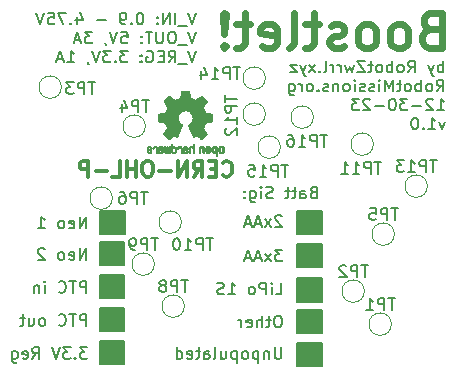
<source format=gbo>
G04 #@! TF.GenerationSoftware,KiCad,Pcbnew,7.0.5-0*
G04 #@! TF.CreationDate,2023-12-30T21:45:12-05:00*
G04 #@! TF.ProjectId,boostlet,626f6f73-746c-4657-942e-6b696361645f,rev?*
G04 #@! TF.SameCoordinates,Original*
G04 #@! TF.FileFunction,Legend,Bot*
G04 #@! TF.FilePolarity,Positive*
%FSLAX46Y46*%
G04 Gerber Fmt 4.6, Leading zero omitted, Abs format (unit mm)*
G04 Created by KiCad (PCBNEW 7.0.5-0) date 2023-12-30 21:45:12*
%MOMM*%
%LPD*%
G01*
G04 APERTURE LIST*
%ADD10C,0.150000*%
%ADD11C,0.200000*%
%ADD12C,0.300000*%
%ADD13C,0.180000*%
%ADD14C,0.600000*%
%ADD15C,0.120000*%
%ADD16C,0.010000*%
G04 APERTURE END LIST*
D10*
X129127250Y-106235500D02*
X131222750Y-106235500D01*
X131222750Y-108204000D01*
X129127250Y-108204000D01*
X129127250Y-106235500D01*
G36*
X129127250Y-106235500D02*
G01*
X131222750Y-106235500D01*
X131222750Y-108204000D01*
X129127250Y-108204000D01*
X129127250Y-106235500D01*
G37*
X112395000Y-106076750D02*
X114490500Y-106076750D01*
X114490500Y-108045250D01*
X112395000Y-108045250D01*
X112395000Y-106076750D01*
G36*
X112395000Y-106076750D02*
G01*
X114490500Y-106076750D01*
X114490500Y-108045250D01*
X112395000Y-108045250D01*
X112395000Y-106076750D01*
G37*
X112395000Y-100488750D02*
X114490500Y-100488750D01*
X114490500Y-102457250D01*
X112395000Y-102457250D01*
X112395000Y-100488750D01*
G36*
X112395000Y-100488750D02*
G01*
X114490500Y-100488750D01*
X114490500Y-102457250D01*
X112395000Y-102457250D01*
X112395000Y-100488750D01*
G37*
X129127250Y-103568500D02*
X131222750Y-103568500D01*
X131222750Y-105537000D01*
X129127250Y-105537000D01*
X129127250Y-103568500D01*
G36*
X129127250Y-103568500D02*
G01*
X131222750Y-103568500D01*
X131222750Y-105537000D01*
X129127250Y-105537000D01*
X129127250Y-103568500D01*
G37*
X112395000Y-103282750D02*
X114490500Y-103282750D01*
X114490500Y-105251250D01*
X112395000Y-105251250D01*
X112395000Y-103282750D01*
G36*
X112395000Y-103282750D02*
G01*
X114490500Y-103282750D01*
X114490500Y-105251250D01*
X112395000Y-105251250D01*
X112395000Y-103282750D01*
G37*
X129127250Y-97853500D02*
X131222750Y-97853500D01*
X131222750Y-99822000D01*
X129127250Y-99822000D01*
X129127250Y-97853500D01*
G36*
X129127250Y-97853500D02*
G01*
X131222750Y-97853500D01*
X131222750Y-99822000D01*
X129127250Y-99822000D01*
X129127250Y-97853500D01*
G37*
X129127250Y-109029500D02*
X131222750Y-109029500D01*
X131222750Y-110998000D01*
X129127250Y-110998000D01*
X129127250Y-109029500D01*
G36*
X129127250Y-109029500D02*
G01*
X131222750Y-109029500D01*
X131222750Y-110998000D01*
X129127250Y-110998000D01*
X129127250Y-109029500D01*
G37*
X112395000Y-108870750D02*
X114490500Y-108870750D01*
X114490500Y-110839250D01*
X112395000Y-110839250D01*
X112395000Y-108870750D01*
G36*
X112395000Y-108870750D02*
G01*
X114490500Y-108870750D01*
X114490500Y-110839250D01*
X112395000Y-110839250D01*
X112395000Y-108870750D01*
G37*
X129127250Y-100647500D02*
X131222750Y-100647500D01*
X131222750Y-102616000D01*
X129127250Y-102616000D01*
X129127250Y-100647500D01*
G36*
X129127250Y-100647500D02*
G01*
X131222750Y-100647500D01*
X131222750Y-102616000D01*
X129127250Y-102616000D01*
X129127250Y-100647500D01*
G37*
X112458500Y-97821750D02*
X114554000Y-97821750D01*
X114554000Y-99790250D01*
X112458500Y-99790250D01*
X112458500Y-97821750D01*
G36*
X112458500Y-97821750D02*
G01*
X114554000Y-97821750D01*
X114554000Y-99790250D01*
X112458500Y-99790250D01*
X112458500Y-97821750D01*
G37*
D11*
X111358564Y-109384219D02*
X110739517Y-109384219D01*
X110739517Y-109384219D02*
X111072850Y-109765171D01*
X111072850Y-109765171D02*
X110929993Y-109765171D01*
X110929993Y-109765171D02*
X110834755Y-109812790D01*
X110834755Y-109812790D02*
X110787136Y-109860409D01*
X110787136Y-109860409D02*
X110739517Y-109955647D01*
X110739517Y-109955647D02*
X110739517Y-110193742D01*
X110739517Y-110193742D02*
X110787136Y-110288980D01*
X110787136Y-110288980D02*
X110834755Y-110336600D01*
X110834755Y-110336600D02*
X110929993Y-110384219D01*
X110929993Y-110384219D02*
X111215707Y-110384219D01*
X111215707Y-110384219D02*
X111310945Y-110336600D01*
X111310945Y-110336600D02*
X111358564Y-110288980D01*
X110310945Y-110288980D02*
X110263326Y-110336600D01*
X110263326Y-110336600D02*
X110310945Y-110384219D01*
X110310945Y-110384219D02*
X110358564Y-110336600D01*
X110358564Y-110336600D02*
X110310945Y-110288980D01*
X110310945Y-110288980D02*
X110310945Y-110384219D01*
X109929993Y-109384219D02*
X109310946Y-109384219D01*
X109310946Y-109384219D02*
X109644279Y-109765171D01*
X109644279Y-109765171D02*
X109501422Y-109765171D01*
X109501422Y-109765171D02*
X109406184Y-109812790D01*
X109406184Y-109812790D02*
X109358565Y-109860409D01*
X109358565Y-109860409D02*
X109310946Y-109955647D01*
X109310946Y-109955647D02*
X109310946Y-110193742D01*
X109310946Y-110193742D02*
X109358565Y-110288980D01*
X109358565Y-110288980D02*
X109406184Y-110336600D01*
X109406184Y-110336600D02*
X109501422Y-110384219D01*
X109501422Y-110384219D02*
X109787136Y-110384219D01*
X109787136Y-110384219D02*
X109882374Y-110336600D01*
X109882374Y-110336600D02*
X109929993Y-110288980D01*
X109025231Y-109384219D02*
X108691898Y-110384219D01*
X108691898Y-110384219D02*
X108358565Y-109384219D01*
X106691898Y-110384219D02*
X107025231Y-109908028D01*
X107263326Y-110384219D02*
X107263326Y-109384219D01*
X107263326Y-109384219D02*
X106882374Y-109384219D01*
X106882374Y-109384219D02*
X106787136Y-109431838D01*
X106787136Y-109431838D02*
X106739517Y-109479457D01*
X106739517Y-109479457D02*
X106691898Y-109574695D01*
X106691898Y-109574695D02*
X106691898Y-109717552D01*
X106691898Y-109717552D02*
X106739517Y-109812790D01*
X106739517Y-109812790D02*
X106787136Y-109860409D01*
X106787136Y-109860409D02*
X106882374Y-109908028D01*
X106882374Y-109908028D02*
X107263326Y-109908028D01*
X105882374Y-110336600D02*
X105977612Y-110384219D01*
X105977612Y-110384219D02*
X106168088Y-110384219D01*
X106168088Y-110384219D02*
X106263326Y-110336600D01*
X106263326Y-110336600D02*
X106310945Y-110241361D01*
X106310945Y-110241361D02*
X106310945Y-109860409D01*
X106310945Y-109860409D02*
X106263326Y-109765171D01*
X106263326Y-109765171D02*
X106168088Y-109717552D01*
X106168088Y-109717552D02*
X105977612Y-109717552D01*
X105977612Y-109717552D02*
X105882374Y-109765171D01*
X105882374Y-109765171D02*
X105834755Y-109860409D01*
X105834755Y-109860409D02*
X105834755Y-109955647D01*
X105834755Y-109955647D02*
X106310945Y-110050885D01*
X104977612Y-109717552D02*
X104977612Y-110527076D01*
X104977612Y-110527076D02*
X105025231Y-110622314D01*
X105025231Y-110622314D02*
X105072850Y-110669933D01*
X105072850Y-110669933D02*
X105168088Y-110717552D01*
X105168088Y-110717552D02*
X105310945Y-110717552D01*
X105310945Y-110717552D02*
X105406183Y-110669933D01*
X104977612Y-110336600D02*
X105072850Y-110384219D01*
X105072850Y-110384219D02*
X105263326Y-110384219D01*
X105263326Y-110384219D02*
X105358564Y-110336600D01*
X105358564Y-110336600D02*
X105406183Y-110288980D01*
X105406183Y-110288980D02*
X105453802Y-110193742D01*
X105453802Y-110193742D02*
X105453802Y-109908028D01*
X105453802Y-109908028D02*
X105406183Y-109812790D01*
X105406183Y-109812790D02*
X105358564Y-109765171D01*
X105358564Y-109765171D02*
X105263326Y-109717552D01*
X105263326Y-109717552D02*
X105072850Y-109717552D01*
X105072850Y-109717552D02*
X104977612Y-109765171D01*
X130487993Y-96271409D02*
X130345136Y-96319028D01*
X130345136Y-96319028D02*
X130297517Y-96366647D01*
X130297517Y-96366647D02*
X130249898Y-96461885D01*
X130249898Y-96461885D02*
X130249898Y-96604742D01*
X130249898Y-96604742D02*
X130297517Y-96699980D01*
X130297517Y-96699980D02*
X130345136Y-96747600D01*
X130345136Y-96747600D02*
X130440374Y-96795219D01*
X130440374Y-96795219D02*
X130821326Y-96795219D01*
X130821326Y-96795219D02*
X130821326Y-95795219D01*
X130821326Y-95795219D02*
X130487993Y-95795219D01*
X130487993Y-95795219D02*
X130392755Y-95842838D01*
X130392755Y-95842838D02*
X130345136Y-95890457D01*
X130345136Y-95890457D02*
X130297517Y-95985695D01*
X130297517Y-95985695D02*
X130297517Y-96080933D01*
X130297517Y-96080933D02*
X130345136Y-96176171D01*
X130345136Y-96176171D02*
X130392755Y-96223790D01*
X130392755Y-96223790D02*
X130487993Y-96271409D01*
X130487993Y-96271409D02*
X130821326Y-96271409D01*
X129392755Y-96795219D02*
X129392755Y-96271409D01*
X129392755Y-96271409D02*
X129440374Y-96176171D01*
X129440374Y-96176171D02*
X129535612Y-96128552D01*
X129535612Y-96128552D02*
X129726088Y-96128552D01*
X129726088Y-96128552D02*
X129821326Y-96176171D01*
X129392755Y-96747600D02*
X129487993Y-96795219D01*
X129487993Y-96795219D02*
X129726088Y-96795219D01*
X129726088Y-96795219D02*
X129821326Y-96747600D01*
X129821326Y-96747600D02*
X129868945Y-96652361D01*
X129868945Y-96652361D02*
X129868945Y-96557123D01*
X129868945Y-96557123D02*
X129821326Y-96461885D01*
X129821326Y-96461885D02*
X129726088Y-96414266D01*
X129726088Y-96414266D02*
X129487993Y-96414266D01*
X129487993Y-96414266D02*
X129392755Y-96366647D01*
X129059421Y-96128552D02*
X128678469Y-96128552D01*
X128916564Y-95795219D02*
X128916564Y-96652361D01*
X128916564Y-96652361D02*
X128868945Y-96747600D01*
X128868945Y-96747600D02*
X128773707Y-96795219D01*
X128773707Y-96795219D02*
X128678469Y-96795219D01*
X128487992Y-96128552D02*
X128107040Y-96128552D01*
X128345135Y-95795219D02*
X128345135Y-96652361D01*
X128345135Y-96652361D02*
X128297516Y-96747600D01*
X128297516Y-96747600D02*
X128202278Y-96795219D01*
X128202278Y-96795219D02*
X128107040Y-96795219D01*
X127059420Y-96747600D02*
X126916563Y-96795219D01*
X126916563Y-96795219D02*
X126678468Y-96795219D01*
X126678468Y-96795219D02*
X126583230Y-96747600D01*
X126583230Y-96747600D02*
X126535611Y-96699980D01*
X126535611Y-96699980D02*
X126487992Y-96604742D01*
X126487992Y-96604742D02*
X126487992Y-96509504D01*
X126487992Y-96509504D02*
X126535611Y-96414266D01*
X126535611Y-96414266D02*
X126583230Y-96366647D01*
X126583230Y-96366647D02*
X126678468Y-96319028D01*
X126678468Y-96319028D02*
X126868944Y-96271409D01*
X126868944Y-96271409D02*
X126964182Y-96223790D01*
X126964182Y-96223790D02*
X127011801Y-96176171D01*
X127011801Y-96176171D02*
X127059420Y-96080933D01*
X127059420Y-96080933D02*
X127059420Y-95985695D01*
X127059420Y-95985695D02*
X127011801Y-95890457D01*
X127011801Y-95890457D02*
X126964182Y-95842838D01*
X126964182Y-95842838D02*
X126868944Y-95795219D01*
X126868944Y-95795219D02*
X126630849Y-95795219D01*
X126630849Y-95795219D02*
X126487992Y-95842838D01*
X126059420Y-96795219D02*
X126059420Y-96128552D01*
X126059420Y-95795219D02*
X126107039Y-95842838D01*
X126107039Y-95842838D02*
X126059420Y-95890457D01*
X126059420Y-95890457D02*
X126011801Y-95842838D01*
X126011801Y-95842838D02*
X126059420Y-95795219D01*
X126059420Y-95795219D02*
X126059420Y-95890457D01*
X125154659Y-96128552D02*
X125154659Y-96938076D01*
X125154659Y-96938076D02*
X125202278Y-97033314D01*
X125202278Y-97033314D02*
X125249897Y-97080933D01*
X125249897Y-97080933D02*
X125345135Y-97128552D01*
X125345135Y-97128552D02*
X125487992Y-97128552D01*
X125487992Y-97128552D02*
X125583230Y-97080933D01*
X125154659Y-96747600D02*
X125249897Y-96795219D01*
X125249897Y-96795219D02*
X125440373Y-96795219D01*
X125440373Y-96795219D02*
X125535611Y-96747600D01*
X125535611Y-96747600D02*
X125583230Y-96699980D01*
X125583230Y-96699980D02*
X125630849Y-96604742D01*
X125630849Y-96604742D02*
X125630849Y-96319028D01*
X125630849Y-96319028D02*
X125583230Y-96223790D01*
X125583230Y-96223790D02*
X125535611Y-96176171D01*
X125535611Y-96176171D02*
X125440373Y-96128552D01*
X125440373Y-96128552D02*
X125249897Y-96128552D01*
X125249897Y-96128552D02*
X125154659Y-96176171D01*
X124678468Y-96699980D02*
X124630849Y-96747600D01*
X124630849Y-96747600D02*
X124678468Y-96795219D01*
X124678468Y-96795219D02*
X124726087Y-96747600D01*
X124726087Y-96747600D02*
X124678468Y-96699980D01*
X124678468Y-96699980D02*
X124678468Y-96795219D01*
X124678468Y-96176171D02*
X124630849Y-96223790D01*
X124630849Y-96223790D02*
X124678468Y-96271409D01*
X124678468Y-96271409D02*
X124726087Y-96223790D01*
X124726087Y-96223790D02*
X124678468Y-96176171D01*
X124678468Y-96176171D02*
X124678468Y-96271409D01*
D12*
X122829251Y-94821495D02*
X122891155Y-94883400D01*
X122891155Y-94883400D02*
X123076870Y-94945304D01*
X123076870Y-94945304D02*
X123200679Y-94945304D01*
X123200679Y-94945304D02*
X123386393Y-94883400D01*
X123386393Y-94883400D02*
X123510203Y-94759590D01*
X123510203Y-94759590D02*
X123572108Y-94635780D01*
X123572108Y-94635780D02*
X123634012Y-94388161D01*
X123634012Y-94388161D02*
X123634012Y-94202447D01*
X123634012Y-94202447D02*
X123572108Y-93954828D01*
X123572108Y-93954828D02*
X123510203Y-93831019D01*
X123510203Y-93831019D02*
X123386393Y-93707209D01*
X123386393Y-93707209D02*
X123200679Y-93645304D01*
X123200679Y-93645304D02*
X123076870Y-93645304D01*
X123076870Y-93645304D02*
X122891155Y-93707209D01*
X122891155Y-93707209D02*
X122829251Y-93769114D01*
X122272108Y-94264352D02*
X121838774Y-94264352D01*
X121653060Y-94945304D02*
X122272108Y-94945304D01*
X122272108Y-94945304D02*
X122272108Y-93645304D01*
X122272108Y-93645304D02*
X121653060Y-93645304D01*
X120353061Y-94945304D02*
X120786394Y-94326257D01*
X121095918Y-94945304D02*
X121095918Y-93645304D01*
X121095918Y-93645304D02*
X120600680Y-93645304D01*
X120600680Y-93645304D02*
X120476870Y-93707209D01*
X120476870Y-93707209D02*
X120414965Y-93769114D01*
X120414965Y-93769114D02*
X120353061Y-93892923D01*
X120353061Y-93892923D02*
X120353061Y-94078638D01*
X120353061Y-94078638D02*
X120414965Y-94202447D01*
X120414965Y-94202447D02*
X120476870Y-94264352D01*
X120476870Y-94264352D02*
X120600680Y-94326257D01*
X120600680Y-94326257D02*
X121095918Y-94326257D01*
X119795918Y-94945304D02*
X119795918Y-93645304D01*
X119795918Y-93645304D02*
X119053061Y-94945304D01*
X119053061Y-94945304D02*
X119053061Y-93645304D01*
X118434013Y-94450066D02*
X117443537Y-94450066D01*
X116576870Y-93645304D02*
X116329251Y-93645304D01*
X116329251Y-93645304D02*
X116205441Y-93707209D01*
X116205441Y-93707209D02*
X116081632Y-93831019D01*
X116081632Y-93831019D02*
X116019727Y-94078638D01*
X116019727Y-94078638D02*
X116019727Y-94511971D01*
X116019727Y-94511971D02*
X116081632Y-94759590D01*
X116081632Y-94759590D02*
X116205441Y-94883400D01*
X116205441Y-94883400D02*
X116329251Y-94945304D01*
X116329251Y-94945304D02*
X116576870Y-94945304D01*
X116576870Y-94945304D02*
X116700679Y-94883400D01*
X116700679Y-94883400D02*
X116824489Y-94759590D01*
X116824489Y-94759590D02*
X116886393Y-94511971D01*
X116886393Y-94511971D02*
X116886393Y-94078638D01*
X116886393Y-94078638D02*
X116824489Y-93831019D01*
X116824489Y-93831019D02*
X116700679Y-93707209D01*
X116700679Y-93707209D02*
X116576870Y-93645304D01*
X115462584Y-94945304D02*
X115462584Y-93645304D01*
X115462584Y-94264352D02*
X114719727Y-94264352D01*
X114719727Y-94945304D02*
X114719727Y-93645304D01*
X113481631Y-94945304D02*
X114100679Y-94945304D01*
X114100679Y-94945304D02*
X114100679Y-93645304D01*
X113048298Y-94450066D02*
X112057822Y-94450066D01*
X111438774Y-94945304D02*
X111438774Y-93645304D01*
X111438774Y-93645304D02*
X110943536Y-93645304D01*
X110943536Y-93645304D02*
X110819726Y-93707209D01*
X110819726Y-93707209D02*
X110757821Y-93769114D01*
X110757821Y-93769114D02*
X110695917Y-93892923D01*
X110695917Y-93892923D02*
X110695917Y-94078638D01*
X110695917Y-94078638D02*
X110757821Y-94202447D01*
X110757821Y-94202447D02*
X110819726Y-94264352D01*
X110819726Y-94264352D02*
X110943536Y-94326257D01*
X110943536Y-94326257D02*
X111438774Y-94326257D01*
D11*
X111263326Y-107590219D02*
X111263326Y-106590219D01*
X111263326Y-106590219D02*
X110882374Y-106590219D01*
X110882374Y-106590219D02*
X110787136Y-106637838D01*
X110787136Y-106637838D02*
X110739517Y-106685457D01*
X110739517Y-106685457D02*
X110691898Y-106780695D01*
X110691898Y-106780695D02*
X110691898Y-106923552D01*
X110691898Y-106923552D02*
X110739517Y-107018790D01*
X110739517Y-107018790D02*
X110787136Y-107066409D01*
X110787136Y-107066409D02*
X110882374Y-107114028D01*
X110882374Y-107114028D02*
X111263326Y-107114028D01*
X110406183Y-106590219D02*
X109834755Y-106590219D01*
X110120469Y-107590219D02*
X110120469Y-106590219D01*
X108929993Y-107494980D02*
X108977612Y-107542600D01*
X108977612Y-107542600D02*
X109120469Y-107590219D01*
X109120469Y-107590219D02*
X109215707Y-107590219D01*
X109215707Y-107590219D02*
X109358564Y-107542600D01*
X109358564Y-107542600D02*
X109453802Y-107447361D01*
X109453802Y-107447361D02*
X109501421Y-107352123D01*
X109501421Y-107352123D02*
X109549040Y-107161647D01*
X109549040Y-107161647D02*
X109549040Y-107018790D01*
X109549040Y-107018790D02*
X109501421Y-106828314D01*
X109501421Y-106828314D02*
X109453802Y-106733076D01*
X109453802Y-106733076D02*
X109358564Y-106637838D01*
X109358564Y-106637838D02*
X109215707Y-106590219D01*
X109215707Y-106590219D02*
X109120469Y-106590219D01*
X109120469Y-106590219D02*
X108977612Y-106637838D01*
X108977612Y-106637838D02*
X108929993Y-106685457D01*
X107596659Y-107590219D02*
X107691897Y-107542600D01*
X107691897Y-107542600D02*
X107739516Y-107494980D01*
X107739516Y-107494980D02*
X107787135Y-107399742D01*
X107787135Y-107399742D02*
X107787135Y-107114028D01*
X107787135Y-107114028D02*
X107739516Y-107018790D01*
X107739516Y-107018790D02*
X107691897Y-106971171D01*
X107691897Y-106971171D02*
X107596659Y-106923552D01*
X107596659Y-106923552D02*
X107453802Y-106923552D01*
X107453802Y-106923552D02*
X107358564Y-106971171D01*
X107358564Y-106971171D02*
X107310945Y-107018790D01*
X107310945Y-107018790D02*
X107263326Y-107114028D01*
X107263326Y-107114028D02*
X107263326Y-107399742D01*
X107263326Y-107399742D02*
X107310945Y-107494980D01*
X107310945Y-107494980D02*
X107358564Y-107542600D01*
X107358564Y-107542600D02*
X107453802Y-107590219D01*
X107453802Y-107590219D02*
X107596659Y-107590219D01*
X106406183Y-106923552D02*
X106406183Y-107590219D01*
X106834754Y-106923552D02*
X106834754Y-107447361D01*
X106834754Y-107447361D02*
X106787135Y-107542600D01*
X106787135Y-107542600D02*
X106691897Y-107590219D01*
X106691897Y-107590219D02*
X106549040Y-107590219D01*
X106549040Y-107590219D02*
X106453802Y-107542600D01*
X106453802Y-107542600D02*
X106406183Y-107494980D01*
X106072849Y-106923552D02*
X105691897Y-106923552D01*
X105929992Y-106590219D02*
X105929992Y-107447361D01*
X105929992Y-107447361D02*
X105882373Y-107542600D01*
X105882373Y-107542600D02*
X105787135Y-107590219D01*
X105787135Y-107590219D02*
X105691897Y-107590219D01*
X127582850Y-106717219D02*
X127392374Y-106717219D01*
X127392374Y-106717219D02*
X127297136Y-106764838D01*
X127297136Y-106764838D02*
X127201898Y-106860076D01*
X127201898Y-106860076D02*
X127154279Y-107050552D01*
X127154279Y-107050552D02*
X127154279Y-107383885D01*
X127154279Y-107383885D02*
X127201898Y-107574361D01*
X127201898Y-107574361D02*
X127297136Y-107669600D01*
X127297136Y-107669600D02*
X127392374Y-107717219D01*
X127392374Y-107717219D02*
X127582850Y-107717219D01*
X127582850Y-107717219D02*
X127678088Y-107669600D01*
X127678088Y-107669600D02*
X127773326Y-107574361D01*
X127773326Y-107574361D02*
X127820945Y-107383885D01*
X127820945Y-107383885D02*
X127820945Y-107050552D01*
X127820945Y-107050552D02*
X127773326Y-106860076D01*
X127773326Y-106860076D02*
X127678088Y-106764838D01*
X127678088Y-106764838D02*
X127582850Y-106717219D01*
X126868564Y-107050552D02*
X126487612Y-107050552D01*
X126725707Y-106717219D02*
X126725707Y-107574361D01*
X126725707Y-107574361D02*
X126678088Y-107669600D01*
X126678088Y-107669600D02*
X126582850Y-107717219D01*
X126582850Y-107717219D02*
X126487612Y-107717219D01*
X126154278Y-107717219D02*
X126154278Y-106717219D01*
X125725707Y-107717219D02*
X125725707Y-107193409D01*
X125725707Y-107193409D02*
X125773326Y-107098171D01*
X125773326Y-107098171D02*
X125868564Y-107050552D01*
X125868564Y-107050552D02*
X126011421Y-107050552D01*
X126011421Y-107050552D02*
X126106659Y-107098171D01*
X126106659Y-107098171D02*
X126154278Y-107145790D01*
X124868564Y-107669600D02*
X124963802Y-107717219D01*
X124963802Y-107717219D02*
X125154278Y-107717219D01*
X125154278Y-107717219D02*
X125249516Y-107669600D01*
X125249516Y-107669600D02*
X125297135Y-107574361D01*
X125297135Y-107574361D02*
X125297135Y-107193409D01*
X125297135Y-107193409D02*
X125249516Y-107098171D01*
X125249516Y-107098171D02*
X125154278Y-107050552D01*
X125154278Y-107050552D02*
X124963802Y-107050552D01*
X124963802Y-107050552D02*
X124868564Y-107098171D01*
X124868564Y-107098171D02*
X124820945Y-107193409D01*
X124820945Y-107193409D02*
X124820945Y-107288647D01*
X124820945Y-107288647D02*
X125297135Y-107383885D01*
X124392373Y-107717219D02*
X124392373Y-107050552D01*
X124392373Y-107241028D02*
X124344754Y-107145790D01*
X124344754Y-107145790D02*
X124297135Y-107098171D01*
X124297135Y-107098171D02*
X124201897Y-107050552D01*
X124201897Y-107050552D02*
X124106659Y-107050552D01*
X127820945Y-98303457D02*
X127773326Y-98255838D01*
X127773326Y-98255838D02*
X127678088Y-98208219D01*
X127678088Y-98208219D02*
X127439993Y-98208219D01*
X127439993Y-98208219D02*
X127344755Y-98255838D01*
X127344755Y-98255838D02*
X127297136Y-98303457D01*
X127297136Y-98303457D02*
X127249517Y-98398695D01*
X127249517Y-98398695D02*
X127249517Y-98493933D01*
X127249517Y-98493933D02*
X127297136Y-98636790D01*
X127297136Y-98636790D02*
X127868564Y-99208219D01*
X127868564Y-99208219D02*
X127249517Y-99208219D01*
X126916183Y-99208219D02*
X126392374Y-98541552D01*
X126916183Y-98541552D02*
X126392374Y-99208219D01*
X126059040Y-98922504D02*
X125582850Y-98922504D01*
X126154278Y-99208219D02*
X125820945Y-98208219D01*
X125820945Y-98208219D02*
X125487612Y-99208219D01*
X125201897Y-98922504D02*
X124725707Y-98922504D01*
X125297135Y-99208219D02*
X124963802Y-98208219D01*
X124963802Y-98208219D02*
X124630469Y-99208219D01*
X127773326Y-109384219D02*
X127773326Y-110193742D01*
X127773326Y-110193742D02*
X127725707Y-110288980D01*
X127725707Y-110288980D02*
X127678088Y-110336600D01*
X127678088Y-110336600D02*
X127582850Y-110384219D01*
X127582850Y-110384219D02*
X127392374Y-110384219D01*
X127392374Y-110384219D02*
X127297136Y-110336600D01*
X127297136Y-110336600D02*
X127249517Y-110288980D01*
X127249517Y-110288980D02*
X127201898Y-110193742D01*
X127201898Y-110193742D02*
X127201898Y-109384219D01*
X126725707Y-109717552D02*
X126725707Y-110384219D01*
X126725707Y-109812790D02*
X126678088Y-109765171D01*
X126678088Y-109765171D02*
X126582850Y-109717552D01*
X126582850Y-109717552D02*
X126439993Y-109717552D01*
X126439993Y-109717552D02*
X126344755Y-109765171D01*
X126344755Y-109765171D02*
X126297136Y-109860409D01*
X126297136Y-109860409D02*
X126297136Y-110384219D01*
X125820945Y-109717552D02*
X125820945Y-110717552D01*
X125820945Y-109765171D02*
X125725707Y-109717552D01*
X125725707Y-109717552D02*
X125535231Y-109717552D01*
X125535231Y-109717552D02*
X125439993Y-109765171D01*
X125439993Y-109765171D02*
X125392374Y-109812790D01*
X125392374Y-109812790D02*
X125344755Y-109908028D01*
X125344755Y-109908028D02*
X125344755Y-110193742D01*
X125344755Y-110193742D02*
X125392374Y-110288980D01*
X125392374Y-110288980D02*
X125439993Y-110336600D01*
X125439993Y-110336600D02*
X125535231Y-110384219D01*
X125535231Y-110384219D02*
X125725707Y-110384219D01*
X125725707Y-110384219D02*
X125820945Y-110336600D01*
X124773326Y-110384219D02*
X124868564Y-110336600D01*
X124868564Y-110336600D02*
X124916183Y-110288980D01*
X124916183Y-110288980D02*
X124963802Y-110193742D01*
X124963802Y-110193742D02*
X124963802Y-109908028D01*
X124963802Y-109908028D02*
X124916183Y-109812790D01*
X124916183Y-109812790D02*
X124868564Y-109765171D01*
X124868564Y-109765171D02*
X124773326Y-109717552D01*
X124773326Y-109717552D02*
X124630469Y-109717552D01*
X124630469Y-109717552D02*
X124535231Y-109765171D01*
X124535231Y-109765171D02*
X124487612Y-109812790D01*
X124487612Y-109812790D02*
X124439993Y-109908028D01*
X124439993Y-109908028D02*
X124439993Y-110193742D01*
X124439993Y-110193742D02*
X124487612Y-110288980D01*
X124487612Y-110288980D02*
X124535231Y-110336600D01*
X124535231Y-110336600D02*
X124630469Y-110384219D01*
X124630469Y-110384219D02*
X124773326Y-110384219D01*
X124011421Y-109717552D02*
X124011421Y-110717552D01*
X124011421Y-109765171D02*
X123916183Y-109717552D01*
X123916183Y-109717552D02*
X123725707Y-109717552D01*
X123725707Y-109717552D02*
X123630469Y-109765171D01*
X123630469Y-109765171D02*
X123582850Y-109812790D01*
X123582850Y-109812790D02*
X123535231Y-109908028D01*
X123535231Y-109908028D02*
X123535231Y-110193742D01*
X123535231Y-110193742D02*
X123582850Y-110288980D01*
X123582850Y-110288980D02*
X123630469Y-110336600D01*
X123630469Y-110336600D02*
X123725707Y-110384219D01*
X123725707Y-110384219D02*
X123916183Y-110384219D01*
X123916183Y-110384219D02*
X124011421Y-110336600D01*
X122678088Y-109717552D02*
X122678088Y-110384219D01*
X123106659Y-109717552D02*
X123106659Y-110241361D01*
X123106659Y-110241361D02*
X123059040Y-110336600D01*
X123059040Y-110336600D02*
X122963802Y-110384219D01*
X122963802Y-110384219D02*
X122820945Y-110384219D01*
X122820945Y-110384219D02*
X122725707Y-110336600D01*
X122725707Y-110336600D02*
X122678088Y-110288980D01*
X122059040Y-110384219D02*
X122154278Y-110336600D01*
X122154278Y-110336600D02*
X122201897Y-110241361D01*
X122201897Y-110241361D02*
X122201897Y-109384219D01*
X121249516Y-110384219D02*
X121249516Y-109860409D01*
X121249516Y-109860409D02*
X121297135Y-109765171D01*
X121297135Y-109765171D02*
X121392373Y-109717552D01*
X121392373Y-109717552D02*
X121582849Y-109717552D01*
X121582849Y-109717552D02*
X121678087Y-109765171D01*
X121249516Y-110336600D02*
X121344754Y-110384219D01*
X121344754Y-110384219D02*
X121582849Y-110384219D01*
X121582849Y-110384219D02*
X121678087Y-110336600D01*
X121678087Y-110336600D02*
X121725706Y-110241361D01*
X121725706Y-110241361D02*
X121725706Y-110146123D01*
X121725706Y-110146123D02*
X121678087Y-110050885D01*
X121678087Y-110050885D02*
X121582849Y-110003266D01*
X121582849Y-110003266D02*
X121344754Y-110003266D01*
X121344754Y-110003266D02*
X121249516Y-109955647D01*
X120916182Y-109717552D02*
X120535230Y-109717552D01*
X120773325Y-109384219D02*
X120773325Y-110241361D01*
X120773325Y-110241361D02*
X120725706Y-110336600D01*
X120725706Y-110336600D02*
X120630468Y-110384219D01*
X120630468Y-110384219D02*
X120535230Y-110384219D01*
X119820944Y-110336600D02*
X119916182Y-110384219D01*
X119916182Y-110384219D02*
X120106658Y-110384219D01*
X120106658Y-110384219D02*
X120201896Y-110336600D01*
X120201896Y-110336600D02*
X120249515Y-110241361D01*
X120249515Y-110241361D02*
X120249515Y-109860409D01*
X120249515Y-109860409D02*
X120201896Y-109765171D01*
X120201896Y-109765171D02*
X120106658Y-109717552D01*
X120106658Y-109717552D02*
X119916182Y-109717552D01*
X119916182Y-109717552D02*
X119820944Y-109765171D01*
X119820944Y-109765171D02*
X119773325Y-109860409D01*
X119773325Y-109860409D02*
X119773325Y-109955647D01*
X119773325Y-109955647D02*
X120249515Y-110050885D01*
X118916182Y-110384219D02*
X118916182Y-109384219D01*
X118916182Y-110336600D02*
X119011420Y-110384219D01*
X119011420Y-110384219D02*
X119201896Y-110384219D01*
X119201896Y-110384219D02*
X119297134Y-110336600D01*
X119297134Y-110336600D02*
X119344753Y-110288980D01*
X119344753Y-110288980D02*
X119392372Y-110193742D01*
X119392372Y-110193742D02*
X119392372Y-109908028D01*
X119392372Y-109908028D02*
X119344753Y-109812790D01*
X119344753Y-109812790D02*
X119297134Y-109765171D01*
X119297134Y-109765171D02*
X119201896Y-109717552D01*
X119201896Y-109717552D02*
X119011420Y-109717552D01*
X119011420Y-109717552D02*
X118916182Y-109765171D01*
D13*
X141502483Y-86128259D02*
X141502483Y-85128259D01*
X141502483Y-85509211D02*
X141407245Y-85461592D01*
X141407245Y-85461592D02*
X141216769Y-85461592D01*
X141216769Y-85461592D02*
X141121531Y-85509211D01*
X141121531Y-85509211D02*
X141073912Y-85556830D01*
X141073912Y-85556830D02*
X141026293Y-85652068D01*
X141026293Y-85652068D02*
X141026293Y-85937782D01*
X141026293Y-85937782D02*
X141073912Y-86033020D01*
X141073912Y-86033020D02*
X141121531Y-86080640D01*
X141121531Y-86080640D02*
X141216769Y-86128259D01*
X141216769Y-86128259D02*
X141407245Y-86128259D01*
X141407245Y-86128259D02*
X141502483Y-86080640D01*
X140692959Y-85461592D02*
X140454864Y-86128259D01*
X140216769Y-85461592D02*
X140454864Y-86128259D01*
X140454864Y-86128259D02*
X140550102Y-86366354D01*
X140550102Y-86366354D02*
X140597721Y-86413973D01*
X140597721Y-86413973D02*
X140692959Y-86461592D01*
X138502483Y-86128259D02*
X138835816Y-85652068D01*
X139073911Y-86128259D02*
X139073911Y-85128259D01*
X139073911Y-85128259D02*
X138692959Y-85128259D01*
X138692959Y-85128259D02*
X138597721Y-85175878D01*
X138597721Y-85175878D02*
X138550102Y-85223497D01*
X138550102Y-85223497D02*
X138502483Y-85318735D01*
X138502483Y-85318735D02*
X138502483Y-85461592D01*
X138502483Y-85461592D02*
X138550102Y-85556830D01*
X138550102Y-85556830D02*
X138597721Y-85604449D01*
X138597721Y-85604449D02*
X138692959Y-85652068D01*
X138692959Y-85652068D02*
X139073911Y-85652068D01*
X137931054Y-86128259D02*
X138026292Y-86080640D01*
X138026292Y-86080640D02*
X138073911Y-86033020D01*
X138073911Y-86033020D02*
X138121530Y-85937782D01*
X138121530Y-85937782D02*
X138121530Y-85652068D01*
X138121530Y-85652068D02*
X138073911Y-85556830D01*
X138073911Y-85556830D02*
X138026292Y-85509211D01*
X138026292Y-85509211D02*
X137931054Y-85461592D01*
X137931054Y-85461592D02*
X137788197Y-85461592D01*
X137788197Y-85461592D02*
X137692959Y-85509211D01*
X137692959Y-85509211D02*
X137645340Y-85556830D01*
X137645340Y-85556830D02*
X137597721Y-85652068D01*
X137597721Y-85652068D02*
X137597721Y-85937782D01*
X137597721Y-85937782D02*
X137645340Y-86033020D01*
X137645340Y-86033020D02*
X137692959Y-86080640D01*
X137692959Y-86080640D02*
X137788197Y-86128259D01*
X137788197Y-86128259D02*
X137931054Y-86128259D01*
X137169149Y-86128259D02*
X137169149Y-85128259D01*
X137169149Y-85509211D02*
X137073911Y-85461592D01*
X137073911Y-85461592D02*
X136883435Y-85461592D01*
X136883435Y-85461592D02*
X136788197Y-85509211D01*
X136788197Y-85509211D02*
X136740578Y-85556830D01*
X136740578Y-85556830D02*
X136692959Y-85652068D01*
X136692959Y-85652068D02*
X136692959Y-85937782D01*
X136692959Y-85937782D02*
X136740578Y-86033020D01*
X136740578Y-86033020D02*
X136788197Y-86080640D01*
X136788197Y-86080640D02*
X136883435Y-86128259D01*
X136883435Y-86128259D02*
X137073911Y-86128259D01*
X137073911Y-86128259D02*
X137169149Y-86080640D01*
X136121530Y-86128259D02*
X136216768Y-86080640D01*
X136216768Y-86080640D02*
X136264387Y-86033020D01*
X136264387Y-86033020D02*
X136312006Y-85937782D01*
X136312006Y-85937782D02*
X136312006Y-85652068D01*
X136312006Y-85652068D02*
X136264387Y-85556830D01*
X136264387Y-85556830D02*
X136216768Y-85509211D01*
X136216768Y-85509211D02*
X136121530Y-85461592D01*
X136121530Y-85461592D02*
X135978673Y-85461592D01*
X135978673Y-85461592D02*
X135883435Y-85509211D01*
X135883435Y-85509211D02*
X135835816Y-85556830D01*
X135835816Y-85556830D02*
X135788197Y-85652068D01*
X135788197Y-85652068D02*
X135788197Y-85937782D01*
X135788197Y-85937782D02*
X135835816Y-86033020D01*
X135835816Y-86033020D02*
X135883435Y-86080640D01*
X135883435Y-86080640D02*
X135978673Y-86128259D01*
X135978673Y-86128259D02*
X136121530Y-86128259D01*
X135502482Y-85461592D02*
X135121530Y-85461592D01*
X135359625Y-85128259D02*
X135359625Y-85985401D01*
X135359625Y-85985401D02*
X135312006Y-86080640D01*
X135312006Y-86080640D02*
X135216768Y-86128259D01*
X135216768Y-86128259D02*
X135121530Y-86128259D01*
X134883434Y-85128259D02*
X134216768Y-85128259D01*
X134216768Y-85128259D02*
X134883434Y-86128259D01*
X134883434Y-86128259D02*
X134216768Y-86128259D01*
X133931053Y-85461592D02*
X133740577Y-86128259D01*
X133740577Y-86128259D02*
X133550101Y-85652068D01*
X133550101Y-85652068D02*
X133359625Y-86128259D01*
X133359625Y-86128259D02*
X133169149Y-85461592D01*
X132788196Y-86128259D02*
X132788196Y-85461592D01*
X132788196Y-85652068D02*
X132740577Y-85556830D01*
X132740577Y-85556830D02*
X132692958Y-85509211D01*
X132692958Y-85509211D02*
X132597720Y-85461592D01*
X132597720Y-85461592D02*
X132502482Y-85461592D01*
X132169148Y-86128259D02*
X132169148Y-85461592D01*
X132169148Y-85652068D02*
X132121529Y-85556830D01*
X132121529Y-85556830D02*
X132073910Y-85509211D01*
X132073910Y-85509211D02*
X131978672Y-85461592D01*
X131978672Y-85461592D02*
X131883434Y-85461592D01*
X131407243Y-86128259D02*
X131502481Y-86080640D01*
X131502481Y-86080640D02*
X131550100Y-85985401D01*
X131550100Y-85985401D02*
X131550100Y-85128259D01*
X131026290Y-86033020D02*
X130978671Y-86080640D01*
X130978671Y-86080640D02*
X131026290Y-86128259D01*
X131026290Y-86128259D02*
X131073909Y-86080640D01*
X131073909Y-86080640D02*
X131026290Y-86033020D01*
X131026290Y-86033020D02*
X131026290Y-86128259D01*
X130645338Y-86128259D02*
X130121529Y-85461592D01*
X130645338Y-85461592D02*
X130121529Y-86128259D01*
X129835814Y-85461592D02*
X129597719Y-86128259D01*
X129359624Y-85461592D02*
X129597719Y-86128259D01*
X129597719Y-86128259D02*
X129692957Y-86366354D01*
X129692957Y-86366354D02*
X129740576Y-86413973D01*
X129740576Y-86413973D02*
X129835814Y-86461592D01*
X129073909Y-85461592D02*
X128550100Y-85461592D01*
X128550100Y-85461592D02*
X129073909Y-86128259D01*
X129073909Y-86128259D02*
X128550100Y-86128259D01*
X140931055Y-87738259D02*
X141264388Y-87262068D01*
X141502483Y-87738259D02*
X141502483Y-86738259D01*
X141502483Y-86738259D02*
X141121531Y-86738259D01*
X141121531Y-86738259D02*
X141026293Y-86785878D01*
X141026293Y-86785878D02*
X140978674Y-86833497D01*
X140978674Y-86833497D02*
X140931055Y-86928735D01*
X140931055Y-86928735D02*
X140931055Y-87071592D01*
X140931055Y-87071592D02*
X140978674Y-87166830D01*
X140978674Y-87166830D02*
X141026293Y-87214449D01*
X141026293Y-87214449D02*
X141121531Y-87262068D01*
X141121531Y-87262068D02*
X141502483Y-87262068D01*
X140359626Y-87738259D02*
X140454864Y-87690640D01*
X140454864Y-87690640D02*
X140502483Y-87643020D01*
X140502483Y-87643020D02*
X140550102Y-87547782D01*
X140550102Y-87547782D02*
X140550102Y-87262068D01*
X140550102Y-87262068D02*
X140502483Y-87166830D01*
X140502483Y-87166830D02*
X140454864Y-87119211D01*
X140454864Y-87119211D02*
X140359626Y-87071592D01*
X140359626Y-87071592D02*
X140216769Y-87071592D01*
X140216769Y-87071592D02*
X140121531Y-87119211D01*
X140121531Y-87119211D02*
X140073912Y-87166830D01*
X140073912Y-87166830D02*
X140026293Y-87262068D01*
X140026293Y-87262068D02*
X140026293Y-87547782D01*
X140026293Y-87547782D02*
X140073912Y-87643020D01*
X140073912Y-87643020D02*
X140121531Y-87690640D01*
X140121531Y-87690640D02*
X140216769Y-87738259D01*
X140216769Y-87738259D02*
X140359626Y-87738259D01*
X139597721Y-87738259D02*
X139597721Y-86738259D01*
X139597721Y-87119211D02*
X139502483Y-87071592D01*
X139502483Y-87071592D02*
X139312007Y-87071592D01*
X139312007Y-87071592D02*
X139216769Y-87119211D01*
X139216769Y-87119211D02*
X139169150Y-87166830D01*
X139169150Y-87166830D02*
X139121531Y-87262068D01*
X139121531Y-87262068D02*
X139121531Y-87547782D01*
X139121531Y-87547782D02*
X139169150Y-87643020D01*
X139169150Y-87643020D02*
X139216769Y-87690640D01*
X139216769Y-87690640D02*
X139312007Y-87738259D01*
X139312007Y-87738259D02*
X139502483Y-87738259D01*
X139502483Y-87738259D02*
X139597721Y-87690640D01*
X138550102Y-87738259D02*
X138645340Y-87690640D01*
X138645340Y-87690640D02*
X138692959Y-87643020D01*
X138692959Y-87643020D02*
X138740578Y-87547782D01*
X138740578Y-87547782D02*
X138740578Y-87262068D01*
X138740578Y-87262068D02*
X138692959Y-87166830D01*
X138692959Y-87166830D02*
X138645340Y-87119211D01*
X138645340Y-87119211D02*
X138550102Y-87071592D01*
X138550102Y-87071592D02*
X138407245Y-87071592D01*
X138407245Y-87071592D02*
X138312007Y-87119211D01*
X138312007Y-87119211D02*
X138264388Y-87166830D01*
X138264388Y-87166830D02*
X138216769Y-87262068D01*
X138216769Y-87262068D02*
X138216769Y-87547782D01*
X138216769Y-87547782D02*
X138264388Y-87643020D01*
X138264388Y-87643020D02*
X138312007Y-87690640D01*
X138312007Y-87690640D02*
X138407245Y-87738259D01*
X138407245Y-87738259D02*
X138550102Y-87738259D01*
X137931054Y-87071592D02*
X137550102Y-87071592D01*
X137788197Y-86738259D02*
X137788197Y-87595401D01*
X137788197Y-87595401D02*
X137740578Y-87690640D01*
X137740578Y-87690640D02*
X137645340Y-87738259D01*
X137645340Y-87738259D02*
X137550102Y-87738259D01*
X137216768Y-87738259D02*
X137216768Y-86738259D01*
X137216768Y-86738259D02*
X136883435Y-87452544D01*
X136883435Y-87452544D02*
X136550102Y-86738259D01*
X136550102Y-86738259D02*
X136550102Y-87738259D01*
X136073911Y-87738259D02*
X136073911Y-87071592D01*
X136073911Y-86738259D02*
X136121530Y-86785878D01*
X136121530Y-86785878D02*
X136073911Y-86833497D01*
X136073911Y-86833497D02*
X136026292Y-86785878D01*
X136026292Y-86785878D02*
X136073911Y-86738259D01*
X136073911Y-86738259D02*
X136073911Y-86833497D01*
X135645340Y-87690640D02*
X135550102Y-87738259D01*
X135550102Y-87738259D02*
X135359626Y-87738259D01*
X135359626Y-87738259D02*
X135264388Y-87690640D01*
X135264388Y-87690640D02*
X135216769Y-87595401D01*
X135216769Y-87595401D02*
X135216769Y-87547782D01*
X135216769Y-87547782D02*
X135264388Y-87452544D01*
X135264388Y-87452544D02*
X135359626Y-87404925D01*
X135359626Y-87404925D02*
X135502483Y-87404925D01*
X135502483Y-87404925D02*
X135597721Y-87357306D01*
X135597721Y-87357306D02*
X135645340Y-87262068D01*
X135645340Y-87262068D02*
X135645340Y-87214449D01*
X135645340Y-87214449D02*
X135597721Y-87119211D01*
X135597721Y-87119211D02*
X135502483Y-87071592D01*
X135502483Y-87071592D02*
X135359626Y-87071592D01*
X135359626Y-87071592D02*
X135264388Y-87119211D01*
X134835816Y-87690640D02*
X134740578Y-87738259D01*
X134740578Y-87738259D02*
X134550102Y-87738259D01*
X134550102Y-87738259D02*
X134454864Y-87690640D01*
X134454864Y-87690640D02*
X134407245Y-87595401D01*
X134407245Y-87595401D02*
X134407245Y-87547782D01*
X134407245Y-87547782D02*
X134454864Y-87452544D01*
X134454864Y-87452544D02*
X134550102Y-87404925D01*
X134550102Y-87404925D02*
X134692959Y-87404925D01*
X134692959Y-87404925D02*
X134788197Y-87357306D01*
X134788197Y-87357306D02*
X134835816Y-87262068D01*
X134835816Y-87262068D02*
X134835816Y-87214449D01*
X134835816Y-87214449D02*
X134788197Y-87119211D01*
X134788197Y-87119211D02*
X134692959Y-87071592D01*
X134692959Y-87071592D02*
X134550102Y-87071592D01*
X134550102Y-87071592D02*
X134454864Y-87119211D01*
X133978673Y-87738259D02*
X133978673Y-87071592D01*
X133978673Y-86738259D02*
X134026292Y-86785878D01*
X134026292Y-86785878D02*
X133978673Y-86833497D01*
X133978673Y-86833497D02*
X133931054Y-86785878D01*
X133931054Y-86785878D02*
X133978673Y-86738259D01*
X133978673Y-86738259D02*
X133978673Y-86833497D01*
X133359626Y-87738259D02*
X133454864Y-87690640D01*
X133454864Y-87690640D02*
X133502483Y-87643020D01*
X133502483Y-87643020D02*
X133550102Y-87547782D01*
X133550102Y-87547782D02*
X133550102Y-87262068D01*
X133550102Y-87262068D02*
X133502483Y-87166830D01*
X133502483Y-87166830D02*
X133454864Y-87119211D01*
X133454864Y-87119211D02*
X133359626Y-87071592D01*
X133359626Y-87071592D02*
X133216769Y-87071592D01*
X133216769Y-87071592D02*
X133121531Y-87119211D01*
X133121531Y-87119211D02*
X133073912Y-87166830D01*
X133073912Y-87166830D02*
X133026293Y-87262068D01*
X133026293Y-87262068D02*
X133026293Y-87547782D01*
X133026293Y-87547782D02*
X133073912Y-87643020D01*
X133073912Y-87643020D02*
X133121531Y-87690640D01*
X133121531Y-87690640D02*
X133216769Y-87738259D01*
X133216769Y-87738259D02*
X133359626Y-87738259D01*
X132597721Y-87071592D02*
X132597721Y-87738259D01*
X132597721Y-87166830D02*
X132550102Y-87119211D01*
X132550102Y-87119211D02*
X132454864Y-87071592D01*
X132454864Y-87071592D02*
X132312007Y-87071592D01*
X132312007Y-87071592D02*
X132216769Y-87119211D01*
X132216769Y-87119211D02*
X132169150Y-87214449D01*
X132169150Y-87214449D02*
X132169150Y-87738259D01*
X131740578Y-87690640D02*
X131645340Y-87738259D01*
X131645340Y-87738259D02*
X131454864Y-87738259D01*
X131454864Y-87738259D02*
X131359626Y-87690640D01*
X131359626Y-87690640D02*
X131312007Y-87595401D01*
X131312007Y-87595401D02*
X131312007Y-87547782D01*
X131312007Y-87547782D02*
X131359626Y-87452544D01*
X131359626Y-87452544D02*
X131454864Y-87404925D01*
X131454864Y-87404925D02*
X131597721Y-87404925D01*
X131597721Y-87404925D02*
X131692959Y-87357306D01*
X131692959Y-87357306D02*
X131740578Y-87262068D01*
X131740578Y-87262068D02*
X131740578Y-87214449D01*
X131740578Y-87214449D02*
X131692959Y-87119211D01*
X131692959Y-87119211D02*
X131597721Y-87071592D01*
X131597721Y-87071592D02*
X131454864Y-87071592D01*
X131454864Y-87071592D02*
X131359626Y-87119211D01*
X130883435Y-87643020D02*
X130835816Y-87690640D01*
X130835816Y-87690640D02*
X130883435Y-87738259D01*
X130883435Y-87738259D02*
X130931054Y-87690640D01*
X130931054Y-87690640D02*
X130883435Y-87643020D01*
X130883435Y-87643020D02*
X130883435Y-87738259D01*
X130264388Y-87738259D02*
X130359626Y-87690640D01*
X130359626Y-87690640D02*
X130407245Y-87643020D01*
X130407245Y-87643020D02*
X130454864Y-87547782D01*
X130454864Y-87547782D02*
X130454864Y-87262068D01*
X130454864Y-87262068D02*
X130407245Y-87166830D01*
X130407245Y-87166830D02*
X130359626Y-87119211D01*
X130359626Y-87119211D02*
X130264388Y-87071592D01*
X130264388Y-87071592D02*
X130121531Y-87071592D01*
X130121531Y-87071592D02*
X130026293Y-87119211D01*
X130026293Y-87119211D02*
X129978674Y-87166830D01*
X129978674Y-87166830D02*
X129931055Y-87262068D01*
X129931055Y-87262068D02*
X129931055Y-87547782D01*
X129931055Y-87547782D02*
X129978674Y-87643020D01*
X129978674Y-87643020D02*
X130026293Y-87690640D01*
X130026293Y-87690640D02*
X130121531Y-87738259D01*
X130121531Y-87738259D02*
X130264388Y-87738259D01*
X129502483Y-87738259D02*
X129502483Y-87071592D01*
X129502483Y-87262068D02*
X129454864Y-87166830D01*
X129454864Y-87166830D02*
X129407245Y-87119211D01*
X129407245Y-87119211D02*
X129312007Y-87071592D01*
X129312007Y-87071592D02*
X129216769Y-87071592D01*
X128454864Y-87071592D02*
X128454864Y-87881116D01*
X128454864Y-87881116D02*
X128502483Y-87976354D01*
X128502483Y-87976354D02*
X128550102Y-88023973D01*
X128550102Y-88023973D02*
X128645340Y-88071592D01*
X128645340Y-88071592D02*
X128788197Y-88071592D01*
X128788197Y-88071592D02*
X128883435Y-88023973D01*
X128454864Y-87690640D02*
X128550102Y-87738259D01*
X128550102Y-87738259D02*
X128740578Y-87738259D01*
X128740578Y-87738259D02*
X128835816Y-87690640D01*
X128835816Y-87690640D02*
X128883435Y-87643020D01*
X128883435Y-87643020D02*
X128931054Y-87547782D01*
X128931054Y-87547782D02*
X128931054Y-87262068D01*
X128931054Y-87262068D02*
X128883435Y-87166830D01*
X128883435Y-87166830D02*
X128835816Y-87119211D01*
X128835816Y-87119211D02*
X128740578Y-87071592D01*
X128740578Y-87071592D02*
X128550102Y-87071592D01*
X128550102Y-87071592D02*
X128454864Y-87119211D01*
X140978674Y-89348259D02*
X141550102Y-89348259D01*
X141264388Y-89348259D02*
X141264388Y-88348259D01*
X141264388Y-88348259D02*
X141359626Y-88491116D01*
X141359626Y-88491116D02*
X141454864Y-88586354D01*
X141454864Y-88586354D02*
X141550102Y-88633973D01*
X140597721Y-88443497D02*
X140550102Y-88395878D01*
X140550102Y-88395878D02*
X140454864Y-88348259D01*
X140454864Y-88348259D02*
X140216769Y-88348259D01*
X140216769Y-88348259D02*
X140121531Y-88395878D01*
X140121531Y-88395878D02*
X140073912Y-88443497D01*
X140073912Y-88443497D02*
X140026293Y-88538735D01*
X140026293Y-88538735D02*
X140026293Y-88633973D01*
X140026293Y-88633973D02*
X140073912Y-88776830D01*
X140073912Y-88776830D02*
X140645340Y-89348259D01*
X140645340Y-89348259D02*
X140026293Y-89348259D01*
X139597721Y-88967306D02*
X138835817Y-88967306D01*
X138454864Y-88348259D02*
X137835817Y-88348259D01*
X137835817Y-88348259D02*
X138169150Y-88729211D01*
X138169150Y-88729211D02*
X138026293Y-88729211D01*
X138026293Y-88729211D02*
X137931055Y-88776830D01*
X137931055Y-88776830D02*
X137883436Y-88824449D01*
X137883436Y-88824449D02*
X137835817Y-88919687D01*
X137835817Y-88919687D02*
X137835817Y-89157782D01*
X137835817Y-89157782D02*
X137883436Y-89253020D01*
X137883436Y-89253020D02*
X137931055Y-89300640D01*
X137931055Y-89300640D02*
X138026293Y-89348259D01*
X138026293Y-89348259D02*
X138312007Y-89348259D01*
X138312007Y-89348259D02*
X138407245Y-89300640D01*
X138407245Y-89300640D02*
X138454864Y-89253020D01*
X137216769Y-88348259D02*
X137121531Y-88348259D01*
X137121531Y-88348259D02*
X137026293Y-88395878D01*
X137026293Y-88395878D02*
X136978674Y-88443497D01*
X136978674Y-88443497D02*
X136931055Y-88538735D01*
X136931055Y-88538735D02*
X136883436Y-88729211D01*
X136883436Y-88729211D02*
X136883436Y-88967306D01*
X136883436Y-88967306D02*
X136931055Y-89157782D01*
X136931055Y-89157782D02*
X136978674Y-89253020D01*
X136978674Y-89253020D02*
X137026293Y-89300640D01*
X137026293Y-89300640D02*
X137121531Y-89348259D01*
X137121531Y-89348259D02*
X137216769Y-89348259D01*
X137216769Y-89348259D02*
X137312007Y-89300640D01*
X137312007Y-89300640D02*
X137359626Y-89253020D01*
X137359626Y-89253020D02*
X137407245Y-89157782D01*
X137407245Y-89157782D02*
X137454864Y-88967306D01*
X137454864Y-88967306D02*
X137454864Y-88729211D01*
X137454864Y-88729211D02*
X137407245Y-88538735D01*
X137407245Y-88538735D02*
X137359626Y-88443497D01*
X137359626Y-88443497D02*
X137312007Y-88395878D01*
X137312007Y-88395878D02*
X137216769Y-88348259D01*
X136454864Y-88967306D02*
X135692960Y-88967306D01*
X135264388Y-88443497D02*
X135216769Y-88395878D01*
X135216769Y-88395878D02*
X135121531Y-88348259D01*
X135121531Y-88348259D02*
X134883436Y-88348259D01*
X134883436Y-88348259D02*
X134788198Y-88395878D01*
X134788198Y-88395878D02*
X134740579Y-88443497D01*
X134740579Y-88443497D02*
X134692960Y-88538735D01*
X134692960Y-88538735D02*
X134692960Y-88633973D01*
X134692960Y-88633973D02*
X134740579Y-88776830D01*
X134740579Y-88776830D02*
X135312007Y-89348259D01*
X135312007Y-89348259D02*
X134692960Y-89348259D01*
X134359626Y-88348259D02*
X133740579Y-88348259D01*
X133740579Y-88348259D02*
X134073912Y-88729211D01*
X134073912Y-88729211D02*
X133931055Y-88729211D01*
X133931055Y-88729211D02*
X133835817Y-88776830D01*
X133835817Y-88776830D02*
X133788198Y-88824449D01*
X133788198Y-88824449D02*
X133740579Y-88919687D01*
X133740579Y-88919687D02*
X133740579Y-89157782D01*
X133740579Y-89157782D02*
X133788198Y-89253020D01*
X133788198Y-89253020D02*
X133835817Y-89300640D01*
X133835817Y-89300640D02*
X133931055Y-89348259D01*
X133931055Y-89348259D02*
X134216769Y-89348259D01*
X134216769Y-89348259D02*
X134312007Y-89300640D01*
X134312007Y-89300640D02*
X134359626Y-89253020D01*
X141597721Y-90291592D02*
X141359626Y-90958259D01*
X141359626Y-90958259D02*
X141121531Y-90291592D01*
X140216769Y-90958259D02*
X140788197Y-90958259D01*
X140502483Y-90958259D02*
X140502483Y-89958259D01*
X140502483Y-89958259D02*
X140597721Y-90101116D01*
X140597721Y-90101116D02*
X140692959Y-90196354D01*
X140692959Y-90196354D02*
X140788197Y-90243973D01*
X139788197Y-90863020D02*
X139740578Y-90910640D01*
X139740578Y-90910640D02*
X139788197Y-90958259D01*
X139788197Y-90958259D02*
X139835816Y-90910640D01*
X139835816Y-90910640D02*
X139788197Y-90863020D01*
X139788197Y-90863020D02*
X139788197Y-90958259D01*
X139121531Y-89958259D02*
X139026293Y-89958259D01*
X139026293Y-89958259D02*
X138931055Y-90005878D01*
X138931055Y-90005878D02*
X138883436Y-90053497D01*
X138883436Y-90053497D02*
X138835817Y-90148735D01*
X138835817Y-90148735D02*
X138788198Y-90339211D01*
X138788198Y-90339211D02*
X138788198Y-90577306D01*
X138788198Y-90577306D02*
X138835817Y-90767782D01*
X138835817Y-90767782D02*
X138883436Y-90863020D01*
X138883436Y-90863020D02*
X138931055Y-90910640D01*
X138931055Y-90910640D02*
X139026293Y-90958259D01*
X139026293Y-90958259D02*
X139121531Y-90958259D01*
X139121531Y-90958259D02*
X139216769Y-90910640D01*
X139216769Y-90910640D02*
X139264388Y-90863020D01*
X139264388Y-90863020D02*
X139312007Y-90767782D01*
X139312007Y-90767782D02*
X139359626Y-90577306D01*
X139359626Y-90577306D02*
X139359626Y-90339211D01*
X139359626Y-90339211D02*
X139312007Y-90148735D01*
X139312007Y-90148735D02*
X139264388Y-90053497D01*
X139264388Y-90053497D02*
X139216769Y-90005878D01*
X139216769Y-90005878D02*
X139121531Y-89958259D01*
D11*
X127868564Y-101129219D02*
X127249517Y-101129219D01*
X127249517Y-101129219D02*
X127582850Y-101510171D01*
X127582850Y-101510171D02*
X127439993Y-101510171D01*
X127439993Y-101510171D02*
X127344755Y-101557790D01*
X127344755Y-101557790D02*
X127297136Y-101605409D01*
X127297136Y-101605409D02*
X127249517Y-101700647D01*
X127249517Y-101700647D02*
X127249517Y-101938742D01*
X127249517Y-101938742D02*
X127297136Y-102033980D01*
X127297136Y-102033980D02*
X127344755Y-102081600D01*
X127344755Y-102081600D02*
X127439993Y-102129219D01*
X127439993Y-102129219D02*
X127725707Y-102129219D01*
X127725707Y-102129219D02*
X127820945Y-102081600D01*
X127820945Y-102081600D02*
X127868564Y-102033980D01*
X126916183Y-102129219D02*
X126392374Y-101462552D01*
X126916183Y-101462552D02*
X126392374Y-102129219D01*
X126059040Y-101843504D02*
X125582850Y-101843504D01*
X126154278Y-102129219D02*
X125820945Y-101129219D01*
X125820945Y-101129219D02*
X125487612Y-102129219D01*
X125201897Y-101843504D02*
X124725707Y-101843504D01*
X125297135Y-102129219D02*
X124963802Y-101129219D01*
X124963802Y-101129219D02*
X124630469Y-102129219D01*
X111263326Y-99335219D02*
X111263326Y-98335219D01*
X111263326Y-98335219D02*
X110691898Y-99335219D01*
X110691898Y-99335219D02*
X110691898Y-98335219D01*
X109834755Y-99287600D02*
X109929993Y-99335219D01*
X109929993Y-99335219D02*
X110120469Y-99335219D01*
X110120469Y-99335219D02*
X110215707Y-99287600D01*
X110215707Y-99287600D02*
X110263326Y-99192361D01*
X110263326Y-99192361D02*
X110263326Y-98811409D01*
X110263326Y-98811409D02*
X110215707Y-98716171D01*
X110215707Y-98716171D02*
X110120469Y-98668552D01*
X110120469Y-98668552D02*
X109929993Y-98668552D01*
X109929993Y-98668552D02*
X109834755Y-98716171D01*
X109834755Y-98716171D02*
X109787136Y-98811409D01*
X109787136Y-98811409D02*
X109787136Y-98906647D01*
X109787136Y-98906647D02*
X110263326Y-99001885D01*
X109215707Y-99335219D02*
X109310945Y-99287600D01*
X109310945Y-99287600D02*
X109358564Y-99239980D01*
X109358564Y-99239980D02*
X109406183Y-99144742D01*
X109406183Y-99144742D02*
X109406183Y-98859028D01*
X109406183Y-98859028D02*
X109358564Y-98763790D01*
X109358564Y-98763790D02*
X109310945Y-98716171D01*
X109310945Y-98716171D02*
X109215707Y-98668552D01*
X109215707Y-98668552D02*
X109072850Y-98668552D01*
X109072850Y-98668552D02*
X108977612Y-98716171D01*
X108977612Y-98716171D02*
X108929993Y-98763790D01*
X108929993Y-98763790D02*
X108882374Y-98859028D01*
X108882374Y-98859028D02*
X108882374Y-99144742D01*
X108882374Y-99144742D02*
X108929993Y-99239980D01*
X108929993Y-99239980D02*
X108977612Y-99287600D01*
X108977612Y-99287600D02*
X109072850Y-99335219D01*
X109072850Y-99335219D02*
X109215707Y-99335219D01*
X107168088Y-99335219D02*
X107739516Y-99335219D01*
X107453802Y-99335219D02*
X107453802Y-98335219D01*
X107453802Y-98335219D02*
X107549040Y-98478076D01*
X107549040Y-98478076D02*
X107644278Y-98573314D01*
X107644278Y-98573314D02*
X107739516Y-98620933D01*
D13*
X120563340Y-81064259D02*
X120230007Y-82064259D01*
X120230007Y-82064259D02*
X119896674Y-81064259D01*
X119801436Y-82159497D02*
X119039531Y-82159497D01*
X118801435Y-82064259D02*
X118801435Y-81064259D01*
X118325245Y-82064259D02*
X118325245Y-81064259D01*
X118325245Y-81064259D02*
X117753817Y-82064259D01*
X117753817Y-82064259D02*
X117753817Y-81064259D01*
X117277626Y-81969020D02*
X117230007Y-82016640D01*
X117230007Y-82016640D02*
X117277626Y-82064259D01*
X117277626Y-82064259D02*
X117325245Y-82016640D01*
X117325245Y-82016640D02*
X117277626Y-81969020D01*
X117277626Y-81969020D02*
X117277626Y-82064259D01*
X117277626Y-81445211D02*
X117230007Y-81492830D01*
X117230007Y-81492830D02*
X117277626Y-81540449D01*
X117277626Y-81540449D02*
X117325245Y-81492830D01*
X117325245Y-81492830D02*
X117277626Y-81445211D01*
X117277626Y-81445211D02*
X117277626Y-81540449D01*
X115849055Y-81064259D02*
X115753817Y-81064259D01*
X115753817Y-81064259D02*
X115658579Y-81111878D01*
X115658579Y-81111878D02*
X115610960Y-81159497D01*
X115610960Y-81159497D02*
X115563341Y-81254735D01*
X115563341Y-81254735D02*
X115515722Y-81445211D01*
X115515722Y-81445211D02*
X115515722Y-81683306D01*
X115515722Y-81683306D02*
X115563341Y-81873782D01*
X115563341Y-81873782D02*
X115610960Y-81969020D01*
X115610960Y-81969020D02*
X115658579Y-82016640D01*
X115658579Y-82016640D02*
X115753817Y-82064259D01*
X115753817Y-82064259D02*
X115849055Y-82064259D01*
X115849055Y-82064259D02*
X115944293Y-82016640D01*
X115944293Y-82016640D02*
X115991912Y-81969020D01*
X115991912Y-81969020D02*
X116039531Y-81873782D01*
X116039531Y-81873782D02*
X116087150Y-81683306D01*
X116087150Y-81683306D02*
X116087150Y-81445211D01*
X116087150Y-81445211D02*
X116039531Y-81254735D01*
X116039531Y-81254735D02*
X115991912Y-81159497D01*
X115991912Y-81159497D02*
X115944293Y-81111878D01*
X115944293Y-81111878D02*
X115849055Y-81064259D01*
X115087150Y-81969020D02*
X115039531Y-82016640D01*
X115039531Y-82016640D02*
X115087150Y-82064259D01*
X115087150Y-82064259D02*
X115134769Y-82016640D01*
X115134769Y-82016640D02*
X115087150Y-81969020D01*
X115087150Y-81969020D02*
X115087150Y-82064259D01*
X114563341Y-82064259D02*
X114372865Y-82064259D01*
X114372865Y-82064259D02*
X114277627Y-82016640D01*
X114277627Y-82016640D02*
X114230008Y-81969020D01*
X114230008Y-81969020D02*
X114134770Y-81826163D01*
X114134770Y-81826163D02*
X114087151Y-81635687D01*
X114087151Y-81635687D02*
X114087151Y-81254735D01*
X114087151Y-81254735D02*
X114134770Y-81159497D01*
X114134770Y-81159497D02*
X114182389Y-81111878D01*
X114182389Y-81111878D02*
X114277627Y-81064259D01*
X114277627Y-81064259D02*
X114468103Y-81064259D01*
X114468103Y-81064259D02*
X114563341Y-81111878D01*
X114563341Y-81111878D02*
X114610960Y-81159497D01*
X114610960Y-81159497D02*
X114658579Y-81254735D01*
X114658579Y-81254735D02*
X114658579Y-81492830D01*
X114658579Y-81492830D02*
X114610960Y-81588068D01*
X114610960Y-81588068D02*
X114563341Y-81635687D01*
X114563341Y-81635687D02*
X114468103Y-81683306D01*
X114468103Y-81683306D02*
X114277627Y-81683306D01*
X114277627Y-81683306D02*
X114182389Y-81635687D01*
X114182389Y-81635687D02*
X114134770Y-81588068D01*
X114134770Y-81588068D02*
X114087151Y-81492830D01*
X112896674Y-81683306D02*
X112134770Y-81683306D01*
X110468103Y-81397592D02*
X110468103Y-82064259D01*
X110706198Y-81016640D02*
X110944293Y-81730925D01*
X110944293Y-81730925D02*
X110325246Y-81730925D01*
X109944293Y-81969020D02*
X109896674Y-82016640D01*
X109896674Y-82016640D02*
X109944293Y-82064259D01*
X109944293Y-82064259D02*
X109991912Y-82016640D01*
X109991912Y-82016640D02*
X109944293Y-81969020D01*
X109944293Y-81969020D02*
X109944293Y-82064259D01*
X109563341Y-81064259D02*
X108896675Y-81064259D01*
X108896675Y-81064259D02*
X109325246Y-82064259D01*
X108039532Y-81064259D02*
X108515722Y-81064259D01*
X108515722Y-81064259D02*
X108563341Y-81540449D01*
X108563341Y-81540449D02*
X108515722Y-81492830D01*
X108515722Y-81492830D02*
X108420484Y-81445211D01*
X108420484Y-81445211D02*
X108182389Y-81445211D01*
X108182389Y-81445211D02*
X108087151Y-81492830D01*
X108087151Y-81492830D02*
X108039532Y-81540449D01*
X108039532Y-81540449D02*
X107991913Y-81635687D01*
X107991913Y-81635687D02*
X107991913Y-81873782D01*
X107991913Y-81873782D02*
X108039532Y-81969020D01*
X108039532Y-81969020D02*
X108087151Y-82016640D01*
X108087151Y-82016640D02*
X108182389Y-82064259D01*
X108182389Y-82064259D02*
X108420484Y-82064259D01*
X108420484Y-82064259D02*
X108515722Y-82016640D01*
X108515722Y-82016640D02*
X108563341Y-81969020D01*
X107706198Y-81064259D02*
X107372865Y-82064259D01*
X107372865Y-82064259D02*
X107039532Y-81064259D01*
X120563340Y-82674259D02*
X120230007Y-83674259D01*
X120230007Y-83674259D02*
X119896674Y-82674259D01*
X119801436Y-83769497D02*
X119039531Y-83769497D01*
X118610959Y-82674259D02*
X118420483Y-82674259D01*
X118420483Y-82674259D02*
X118325245Y-82721878D01*
X118325245Y-82721878D02*
X118230007Y-82817116D01*
X118230007Y-82817116D02*
X118182388Y-83007592D01*
X118182388Y-83007592D02*
X118182388Y-83340925D01*
X118182388Y-83340925D02*
X118230007Y-83531401D01*
X118230007Y-83531401D02*
X118325245Y-83626640D01*
X118325245Y-83626640D02*
X118420483Y-83674259D01*
X118420483Y-83674259D02*
X118610959Y-83674259D01*
X118610959Y-83674259D02*
X118706197Y-83626640D01*
X118706197Y-83626640D02*
X118801435Y-83531401D01*
X118801435Y-83531401D02*
X118849054Y-83340925D01*
X118849054Y-83340925D02*
X118849054Y-83007592D01*
X118849054Y-83007592D02*
X118801435Y-82817116D01*
X118801435Y-82817116D02*
X118706197Y-82721878D01*
X118706197Y-82721878D02*
X118610959Y-82674259D01*
X117753816Y-82674259D02*
X117753816Y-83483782D01*
X117753816Y-83483782D02*
X117706197Y-83579020D01*
X117706197Y-83579020D02*
X117658578Y-83626640D01*
X117658578Y-83626640D02*
X117563340Y-83674259D01*
X117563340Y-83674259D02*
X117372864Y-83674259D01*
X117372864Y-83674259D02*
X117277626Y-83626640D01*
X117277626Y-83626640D02*
X117230007Y-83579020D01*
X117230007Y-83579020D02*
X117182388Y-83483782D01*
X117182388Y-83483782D02*
X117182388Y-82674259D01*
X116849054Y-82674259D02*
X116277626Y-82674259D01*
X116563340Y-83674259D02*
X116563340Y-82674259D01*
X115944292Y-83579020D02*
X115896673Y-83626640D01*
X115896673Y-83626640D02*
X115944292Y-83674259D01*
X115944292Y-83674259D02*
X115991911Y-83626640D01*
X115991911Y-83626640D02*
X115944292Y-83579020D01*
X115944292Y-83579020D02*
X115944292Y-83674259D01*
X115944292Y-83055211D02*
X115896673Y-83102830D01*
X115896673Y-83102830D02*
X115944292Y-83150449D01*
X115944292Y-83150449D02*
X115991911Y-83102830D01*
X115991911Y-83102830D02*
X115944292Y-83055211D01*
X115944292Y-83055211D02*
X115944292Y-83150449D01*
X114230007Y-82674259D02*
X114706197Y-82674259D01*
X114706197Y-82674259D02*
X114753816Y-83150449D01*
X114753816Y-83150449D02*
X114706197Y-83102830D01*
X114706197Y-83102830D02*
X114610959Y-83055211D01*
X114610959Y-83055211D02*
X114372864Y-83055211D01*
X114372864Y-83055211D02*
X114277626Y-83102830D01*
X114277626Y-83102830D02*
X114230007Y-83150449D01*
X114230007Y-83150449D02*
X114182388Y-83245687D01*
X114182388Y-83245687D02*
X114182388Y-83483782D01*
X114182388Y-83483782D02*
X114230007Y-83579020D01*
X114230007Y-83579020D02*
X114277626Y-83626640D01*
X114277626Y-83626640D02*
X114372864Y-83674259D01*
X114372864Y-83674259D02*
X114610959Y-83674259D01*
X114610959Y-83674259D02*
X114706197Y-83626640D01*
X114706197Y-83626640D02*
X114753816Y-83579020D01*
X113896673Y-82674259D02*
X113563340Y-83674259D01*
X113563340Y-83674259D02*
X113230007Y-82674259D01*
X112849054Y-83626640D02*
X112849054Y-83674259D01*
X112849054Y-83674259D02*
X112896673Y-83769497D01*
X112896673Y-83769497D02*
X112944292Y-83817116D01*
X111753816Y-82674259D02*
X111134769Y-82674259D01*
X111134769Y-82674259D02*
X111468102Y-83055211D01*
X111468102Y-83055211D02*
X111325245Y-83055211D01*
X111325245Y-83055211D02*
X111230007Y-83102830D01*
X111230007Y-83102830D02*
X111182388Y-83150449D01*
X111182388Y-83150449D02*
X111134769Y-83245687D01*
X111134769Y-83245687D02*
X111134769Y-83483782D01*
X111134769Y-83483782D02*
X111182388Y-83579020D01*
X111182388Y-83579020D02*
X111230007Y-83626640D01*
X111230007Y-83626640D02*
X111325245Y-83674259D01*
X111325245Y-83674259D02*
X111610959Y-83674259D01*
X111610959Y-83674259D02*
X111706197Y-83626640D01*
X111706197Y-83626640D02*
X111753816Y-83579020D01*
X110753816Y-83388544D02*
X110277626Y-83388544D01*
X110849054Y-83674259D02*
X110515721Y-82674259D01*
X110515721Y-82674259D02*
X110182388Y-83674259D01*
X120563340Y-84284259D02*
X120230007Y-85284259D01*
X120230007Y-85284259D02*
X119896674Y-84284259D01*
X119801436Y-85379497D02*
X119039531Y-85379497D01*
X118230007Y-85284259D02*
X118563340Y-84808068D01*
X118801435Y-85284259D02*
X118801435Y-84284259D01*
X118801435Y-84284259D02*
X118420483Y-84284259D01*
X118420483Y-84284259D02*
X118325245Y-84331878D01*
X118325245Y-84331878D02*
X118277626Y-84379497D01*
X118277626Y-84379497D02*
X118230007Y-84474735D01*
X118230007Y-84474735D02*
X118230007Y-84617592D01*
X118230007Y-84617592D02*
X118277626Y-84712830D01*
X118277626Y-84712830D02*
X118325245Y-84760449D01*
X118325245Y-84760449D02*
X118420483Y-84808068D01*
X118420483Y-84808068D02*
X118801435Y-84808068D01*
X117801435Y-84760449D02*
X117468102Y-84760449D01*
X117325245Y-85284259D02*
X117801435Y-85284259D01*
X117801435Y-85284259D02*
X117801435Y-84284259D01*
X117801435Y-84284259D02*
X117325245Y-84284259D01*
X116372864Y-84331878D02*
X116468102Y-84284259D01*
X116468102Y-84284259D02*
X116610959Y-84284259D01*
X116610959Y-84284259D02*
X116753816Y-84331878D01*
X116753816Y-84331878D02*
X116849054Y-84427116D01*
X116849054Y-84427116D02*
X116896673Y-84522354D01*
X116896673Y-84522354D02*
X116944292Y-84712830D01*
X116944292Y-84712830D02*
X116944292Y-84855687D01*
X116944292Y-84855687D02*
X116896673Y-85046163D01*
X116896673Y-85046163D02*
X116849054Y-85141401D01*
X116849054Y-85141401D02*
X116753816Y-85236640D01*
X116753816Y-85236640D02*
X116610959Y-85284259D01*
X116610959Y-85284259D02*
X116515721Y-85284259D01*
X116515721Y-85284259D02*
X116372864Y-85236640D01*
X116372864Y-85236640D02*
X116325245Y-85189020D01*
X116325245Y-85189020D02*
X116325245Y-84855687D01*
X116325245Y-84855687D02*
X116515721Y-84855687D01*
X115896673Y-85189020D02*
X115849054Y-85236640D01*
X115849054Y-85236640D02*
X115896673Y-85284259D01*
X115896673Y-85284259D02*
X115944292Y-85236640D01*
X115944292Y-85236640D02*
X115896673Y-85189020D01*
X115896673Y-85189020D02*
X115896673Y-85284259D01*
X115896673Y-84665211D02*
X115849054Y-84712830D01*
X115849054Y-84712830D02*
X115896673Y-84760449D01*
X115896673Y-84760449D02*
X115944292Y-84712830D01*
X115944292Y-84712830D02*
X115896673Y-84665211D01*
X115896673Y-84665211D02*
X115896673Y-84760449D01*
X114753816Y-84284259D02*
X114134769Y-84284259D01*
X114134769Y-84284259D02*
X114468102Y-84665211D01*
X114468102Y-84665211D02*
X114325245Y-84665211D01*
X114325245Y-84665211D02*
X114230007Y-84712830D01*
X114230007Y-84712830D02*
X114182388Y-84760449D01*
X114182388Y-84760449D02*
X114134769Y-84855687D01*
X114134769Y-84855687D02*
X114134769Y-85093782D01*
X114134769Y-85093782D02*
X114182388Y-85189020D01*
X114182388Y-85189020D02*
X114230007Y-85236640D01*
X114230007Y-85236640D02*
X114325245Y-85284259D01*
X114325245Y-85284259D02*
X114610959Y-85284259D01*
X114610959Y-85284259D02*
X114706197Y-85236640D01*
X114706197Y-85236640D02*
X114753816Y-85189020D01*
X113706197Y-85189020D02*
X113658578Y-85236640D01*
X113658578Y-85236640D02*
X113706197Y-85284259D01*
X113706197Y-85284259D02*
X113753816Y-85236640D01*
X113753816Y-85236640D02*
X113706197Y-85189020D01*
X113706197Y-85189020D02*
X113706197Y-85284259D01*
X113325245Y-84284259D02*
X112706198Y-84284259D01*
X112706198Y-84284259D02*
X113039531Y-84665211D01*
X113039531Y-84665211D02*
X112896674Y-84665211D01*
X112896674Y-84665211D02*
X112801436Y-84712830D01*
X112801436Y-84712830D02*
X112753817Y-84760449D01*
X112753817Y-84760449D02*
X112706198Y-84855687D01*
X112706198Y-84855687D02*
X112706198Y-85093782D01*
X112706198Y-85093782D02*
X112753817Y-85189020D01*
X112753817Y-85189020D02*
X112801436Y-85236640D01*
X112801436Y-85236640D02*
X112896674Y-85284259D01*
X112896674Y-85284259D02*
X113182388Y-85284259D01*
X113182388Y-85284259D02*
X113277626Y-85236640D01*
X113277626Y-85236640D02*
X113325245Y-85189020D01*
X112420483Y-84284259D02*
X112087150Y-85284259D01*
X112087150Y-85284259D02*
X111753817Y-84284259D01*
X111372864Y-85236640D02*
X111372864Y-85284259D01*
X111372864Y-85284259D02*
X111420483Y-85379497D01*
X111420483Y-85379497D02*
X111468102Y-85427116D01*
X109658579Y-85284259D02*
X110230007Y-85284259D01*
X109944293Y-85284259D02*
X109944293Y-84284259D01*
X109944293Y-84284259D02*
X110039531Y-84427116D01*
X110039531Y-84427116D02*
X110134769Y-84522354D01*
X110134769Y-84522354D02*
X110230007Y-84569973D01*
X109277626Y-84998544D02*
X108801436Y-84998544D01*
X109372864Y-85284259D02*
X109039531Y-84284259D01*
X109039531Y-84284259D02*
X108706198Y-85284259D01*
D11*
X127297136Y-104923219D02*
X127773326Y-104923219D01*
X127773326Y-104923219D02*
X127773326Y-103923219D01*
X126963802Y-104923219D02*
X126963802Y-104256552D01*
X126963802Y-103923219D02*
X127011421Y-103970838D01*
X127011421Y-103970838D02*
X126963802Y-104018457D01*
X126963802Y-104018457D02*
X126916183Y-103970838D01*
X126916183Y-103970838D02*
X126963802Y-103923219D01*
X126963802Y-103923219D02*
X126963802Y-104018457D01*
X126487612Y-104923219D02*
X126487612Y-103923219D01*
X126487612Y-103923219D02*
X126106660Y-103923219D01*
X126106660Y-103923219D02*
X126011422Y-103970838D01*
X126011422Y-103970838D02*
X125963803Y-104018457D01*
X125963803Y-104018457D02*
X125916184Y-104113695D01*
X125916184Y-104113695D02*
X125916184Y-104256552D01*
X125916184Y-104256552D02*
X125963803Y-104351790D01*
X125963803Y-104351790D02*
X126011422Y-104399409D01*
X126011422Y-104399409D02*
X126106660Y-104447028D01*
X126106660Y-104447028D02*
X126487612Y-104447028D01*
X125344755Y-104923219D02*
X125439993Y-104875600D01*
X125439993Y-104875600D02*
X125487612Y-104827980D01*
X125487612Y-104827980D02*
X125535231Y-104732742D01*
X125535231Y-104732742D02*
X125535231Y-104447028D01*
X125535231Y-104447028D02*
X125487612Y-104351790D01*
X125487612Y-104351790D02*
X125439993Y-104304171D01*
X125439993Y-104304171D02*
X125344755Y-104256552D01*
X125344755Y-104256552D02*
X125201898Y-104256552D01*
X125201898Y-104256552D02*
X125106660Y-104304171D01*
X125106660Y-104304171D02*
X125059041Y-104351790D01*
X125059041Y-104351790D02*
X125011422Y-104447028D01*
X125011422Y-104447028D02*
X125011422Y-104732742D01*
X125011422Y-104732742D02*
X125059041Y-104827980D01*
X125059041Y-104827980D02*
X125106660Y-104875600D01*
X125106660Y-104875600D02*
X125201898Y-104923219D01*
X125201898Y-104923219D02*
X125344755Y-104923219D01*
X123297136Y-104923219D02*
X123868564Y-104923219D01*
X123582850Y-104923219D02*
X123582850Y-103923219D01*
X123582850Y-103923219D02*
X123678088Y-104066076D01*
X123678088Y-104066076D02*
X123773326Y-104161314D01*
X123773326Y-104161314D02*
X123868564Y-104208933D01*
X122916183Y-104875600D02*
X122773326Y-104923219D01*
X122773326Y-104923219D02*
X122535231Y-104923219D01*
X122535231Y-104923219D02*
X122439993Y-104875600D01*
X122439993Y-104875600D02*
X122392374Y-104827980D01*
X122392374Y-104827980D02*
X122344755Y-104732742D01*
X122344755Y-104732742D02*
X122344755Y-104637504D01*
X122344755Y-104637504D02*
X122392374Y-104542266D01*
X122392374Y-104542266D02*
X122439993Y-104494647D01*
X122439993Y-104494647D02*
X122535231Y-104447028D01*
X122535231Y-104447028D02*
X122725707Y-104399409D01*
X122725707Y-104399409D02*
X122820945Y-104351790D01*
X122820945Y-104351790D02*
X122868564Y-104304171D01*
X122868564Y-104304171D02*
X122916183Y-104208933D01*
X122916183Y-104208933D02*
X122916183Y-104113695D01*
X122916183Y-104113695D02*
X122868564Y-104018457D01*
X122868564Y-104018457D02*
X122820945Y-103970838D01*
X122820945Y-103970838D02*
X122725707Y-103923219D01*
X122725707Y-103923219D02*
X122487612Y-103923219D01*
X122487612Y-103923219D02*
X122344755Y-103970838D01*
D14*
X140384978Y-82485228D02*
X139956406Y-82628085D01*
X139956406Y-82628085D02*
X139813549Y-82770942D01*
X139813549Y-82770942D02*
X139670692Y-83056657D01*
X139670692Y-83056657D02*
X139670692Y-83485228D01*
X139670692Y-83485228D02*
X139813549Y-83770942D01*
X139813549Y-83770942D02*
X139956406Y-83913800D01*
X139956406Y-83913800D02*
X140242121Y-84056657D01*
X140242121Y-84056657D02*
X141384978Y-84056657D01*
X141384978Y-84056657D02*
X141384978Y-81056657D01*
X141384978Y-81056657D02*
X140384978Y-81056657D01*
X140384978Y-81056657D02*
X140099264Y-81199514D01*
X140099264Y-81199514D02*
X139956406Y-81342371D01*
X139956406Y-81342371D02*
X139813549Y-81628085D01*
X139813549Y-81628085D02*
X139813549Y-81913800D01*
X139813549Y-81913800D02*
X139956406Y-82199514D01*
X139956406Y-82199514D02*
X140099264Y-82342371D01*
X140099264Y-82342371D02*
X140384978Y-82485228D01*
X140384978Y-82485228D02*
X141384978Y-82485228D01*
X137956406Y-84056657D02*
X138242121Y-83913800D01*
X138242121Y-83913800D02*
X138384978Y-83770942D01*
X138384978Y-83770942D02*
X138527835Y-83485228D01*
X138527835Y-83485228D02*
X138527835Y-82628085D01*
X138527835Y-82628085D02*
X138384978Y-82342371D01*
X138384978Y-82342371D02*
X138242121Y-82199514D01*
X138242121Y-82199514D02*
X137956406Y-82056657D01*
X137956406Y-82056657D02*
X137527835Y-82056657D01*
X137527835Y-82056657D02*
X137242121Y-82199514D01*
X137242121Y-82199514D02*
X137099264Y-82342371D01*
X137099264Y-82342371D02*
X136956406Y-82628085D01*
X136956406Y-82628085D02*
X136956406Y-83485228D01*
X136956406Y-83485228D02*
X137099264Y-83770942D01*
X137099264Y-83770942D02*
X137242121Y-83913800D01*
X137242121Y-83913800D02*
X137527835Y-84056657D01*
X137527835Y-84056657D02*
X137956406Y-84056657D01*
X135242120Y-84056657D02*
X135527835Y-83913800D01*
X135527835Y-83913800D02*
X135670692Y-83770942D01*
X135670692Y-83770942D02*
X135813549Y-83485228D01*
X135813549Y-83485228D02*
X135813549Y-82628085D01*
X135813549Y-82628085D02*
X135670692Y-82342371D01*
X135670692Y-82342371D02*
X135527835Y-82199514D01*
X135527835Y-82199514D02*
X135242120Y-82056657D01*
X135242120Y-82056657D02*
X134813549Y-82056657D01*
X134813549Y-82056657D02*
X134527835Y-82199514D01*
X134527835Y-82199514D02*
X134384978Y-82342371D01*
X134384978Y-82342371D02*
X134242120Y-82628085D01*
X134242120Y-82628085D02*
X134242120Y-83485228D01*
X134242120Y-83485228D02*
X134384978Y-83770942D01*
X134384978Y-83770942D02*
X134527835Y-83913800D01*
X134527835Y-83913800D02*
X134813549Y-84056657D01*
X134813549Y-84056657D02*
X135242120Y-84056657D01*
X133099263Y-83913800D02*
X132813549Y-84056657D01*
X132813549Y-84056657D02*
X132242120Y-84056657D01*
X132242120Y-84056657D02*
X131956406Y-83913800D01*
X131956406Y-83913800D02*
X131813549Y-83628085D01*
X131813549Y-83628085D02*
X131813549Y-83485228D01*
X131813549Y-83485228D02*
X131956406Y-83199514D01*
X131956406Y-83199514D02*
X132242120Y-83056657D01*
X132242120Y-83056657D02*
X132670692Y-83056657D01*
X132670692Y-83056657D02*
X132956406Y-82913800D01*
X132956406Y-82913800D02*
X133099263Y-82628085D01*
X133099263Y-82628085D02*
X133099263Y-82485228D01*
X133099263Y-82485228D02*
X132956406Y-82199514D01*
X132956406Y-82199514D02*
X132670692Y-82056657D01*
X132670692Y-82056657D02*
X132242120Y-82056657D01*
X132242120Y-82056657D02*
X131956406Y-82199514D01*
X130956406Y-82056657D02*
X129813549Y-82056657D01*
X130527835Y-81056657D02*
X130527835Y-83628085D01*
X130527835Y-83628085D02*
X130384978Y-83913800D01*
X130384978Y-83913800D02*
X130099263Y-84056657D01*
X130099263Y-84056657D02*
X129813549Y-84056657D01*
X128384977Y-84056657D02*
X128670692Y-83913800D01*
X128670692Y-83913800D02*
X128813549Y-83628085D01*
X128813549Y-83628085D02*
X128813549Y-81056657D01*
X126099263Y-83913800D02*
X126384977Y-84056657D01*
X126384977Y-84056657D02*
X126956406Y-84056657D01*
X126956406Y-84056657D02*
X127242120Y-83913800D01*
X127242120Y-83913800D02*
X127384977Y-83628085D01*
X127384977Y-83628085D02*
X127384977Y-82485228D01*
X127384977Y-82485228D02*
X127242120Y-82199514D01*
X127242120Y-82199514D02*
X126956406Y-82056657D01*
X126956406Y-82056657D02*
X126384977Y-82056657D01*
X126384977Y-82056657D02*
X126099263Y-82199514D01*
X126099263Y-82199514D02*
X125956406Y-82485228D01*
X125956406Y-82485228D02*
X125956406Y-82770942D01*
X125956406Y-82770942D02*
X127384977Y-83056657D01*
X125099262Y-82056657D02*
X123956405Y-82056657D01*
X124670691Y-81056657D02*
X124670691Y-83628085D01*
X124670691Y-83628085D02*
X124527834Y-83913800D01*
X124527834Y-83913800D02*
X124242119Y-84056657D01*
X124242119Y-84056657D02*
X123956405Y-84056657D01*
X122956405Y-83770942D02*
X122813548Y-83913800D01*
X122813548Y-83913800D02*
X122956405Y-84056657D01*
X122956405Y-84056657D02*
X123099262Y-83913800D01*
X123099262Y-83913800D02*
X122956405Y-83770942D01*
X122956405Y-83770942D02*
X122956405Y-84056657D01*
X122956405Y-82913800D02*
X123099262Y-81199514D01*
X123099262Y-81199514D02*
X122956405Y-81056657D01*
X122956405Y-81056657D02*
X122813548Y-81199514D01*
X122813548Y-81199514D02*
X122956405Y-82913800D01*
X122956405Y-82913800D02*
X122956405Y-81056657D01*
D11*
X111263326Y-104796219D02*
X111263326Y-103796219D01*
X111263326Y-103796219D02*
X110882374Y-103796219D01*
X110882374Y-103796219D02*
X110787136Y-103843838D01*
X110787136Y-103843838D02*
X110739517Y-103891457D01*
X110739517Y-103891457D02*
X110691898Y-103986695D01*
X110691898Y-103986695D02*
X110691898Y-104129552D01*
X110691898Y-104129552D02*
X110739517Y-104224790D01*
X110739517Y-104224790D02*
X110787136Y-104272409D01*
X110787136Y-104272409D02*
X110882374Y-104320028D01*
X110882374Y-104320028D02*
X111263326Y-104320028D01*
X110406183Y-103796219D02*
X109834755Y-103796219D01*
X110120469Y-104796219D02*
X110120469Y-103796219D01*
X108929993Y-104700980D02*
X108977612Y-104748600D01*
X108977612Y-104748600D02*
X109120469Y-104796219D01*
X109120469Y-104796219D02*
X109215707Y-104796219D01*
X109215707Y-104796219D02*
X109358564Y-104748600D01*
X109358564Y-104748600D02*
X109453802Y-104653361D01*
X109453802Y-104653361D02*
X109501421Y-104558123D01*
X109501421Y-104558123D02*
X109549040Y-104367647D01*
X109549040Y-104367647D02*
X109549040Y-104224790D01*
X109549040Y-104224790D02*
X109501421Y-104034314D01*
X109501421Y-104034314D02*
X109453802Y-103939076D01*
X109453802Y-103939076D02*
X109358564Y-103843838D01*
X109358564Y-103843838D02*
X109215707Y-103796219D01*
X109215707Y-103796219D02*
X109120469Y-103796219D01*
X109120469Y-103796219D02*
X108977612Y-103843838D01*
X108977612Y-103843838D02*
X108929993Y-103891457D01*
X107739516Y-104796219D02*
X107739516Y-104129552D01*
X107739516Y-103796219D02*
X107787135Y-103843838D01*
X107787135Y-103843838D02*
X107739516Y-103891457D01*
X107739516Y-103891457D02*
X107691897Y-103843838D01*
X107691897Y-103843838D02*
X107739516Y-103796219D01*
X107739516Y-103796219D02*
X107739516Y-103891457D01*
X107263326Y-104129552D02*
X107263326Y-104796219D01*
X107263326Y-104224790D02*
X107215707Y-104177171D01*
X107215707Y-104177171D02*
X107120469Y-104129552D01*
X107120469Y-104129552D02*
X106977612Y-104129552D01*
X106977612Y-104129552D02*
X106882374Y-104177171D01*
X106882374Y-104177171D02*
X106834755Y-104272409D01*
X106834755Y-104272409D02*
X106834755Y-104796219D01*
X111263326Y-102002219D02*
X111263326Y-101002219D01*
X111263326Y-101002219D02*
X110691898Y-102002219D01*
X110691898Y-102002219D02*
X110691898Y-101002219D01*
X109834755Y-101954600D02*
X109929993Y-102002219D01*
X109929993Y-102002219D02*
X110120469Y-102002219D01*
X110120469Y-102002219D02*
X110215707Y-101954600D01*
X110215707Y-101954600D02*
X110263326Y-101859361D01*
X110263326Y-101859361D02*
X110263326Y-101478409D01*
X110263326Y-101478409D02*
X110215707Y-101383171D01*
X110215707Y-101383171D02*
X110120469Y-101335552D01*
X110120469Y-101335552D02*
X109929993Y-101335552D01*
X109929993Y-101335552D02*
X109834755Y-101383171D01*
X109834755Y-101383171D02*
X109787136Y-101478409D01*
X109787136Y-101478409D02*
X109787136Y-101573647D01*
X109787136Y-101573647D02*
X110263326Y-101668885D01*
X109215707Y-102002219D02*
X109310945Y-101954600D01*
X109310945Y-101954600D02*
X109358564Y-101906980D01*
X109358564Y-101906980D02*
X109406183Y-101811742D01*
X109406183Y-101811742D02*
X109406183Y-101526028D01*
X109406183Y-101526028D02*
X109358564Y-101430790D01*
X109358564Y-101430790D02*
X109310945Y-101383171D01*
X109310945Y-101383171D02*
X109215707Y-101335552D01*
X109215707Y-101335552D02*
X109072850Y-101335552D01*
X109072850Y-101335552D02*
X108977612Y-101383171D01*
X108977612Y-101383171D02*
X108929993Y-101430790D01*
X108929993Y-101430790D02*
X108882374Y-101526028D01*
X108882374Y-101526028D02*
X108882374Y-101811742D01*
X108882374Y-101811742D02*
X108929993Y-101906980D01*
X108929993Y-101906980D02*
X108977612Y-101954600D01*
X108977612Y-101954600D02*
X109072850Y-102002219D01*
X109072850Y-102002219D02*
X109215707Y-102002219D01*
X107739516Y-101097457D02*
X107691897Y-101049838D01*
X107691897Y-101049838D02*
X107596659Y-101002219D01*
X107596659Y-101002219D02*
X107358564Y-101002219D01*
X107358564Y-101002219D02*
X107263326Y-101049838D01*
X107263326Y-101049838D02*
X107215707Y-101097457D01*
X107215707Y-101097457D02*
X107168088Y-101192695D01*
X107168088Y-101192695D02*
X107168088Y-101287933D01*
X107168088Y-101287933D02*
X107215707Y-101430790D01*
X107215707Y-101430790D02*
X107787135Y-102002219D01*
X107787135Y-102002219D02*
X107168088Y-102002219D01*
D10*
G04 #@! TO.C,TP4*
X116577904Y-88484819D02*
X116006476Y-88484819D01*
X116292190Y-89484819D02*
X116292190Y-88484819D01*
X115673142Y-89484819D02*
X115673142Y-88484819D01*
X115673142Y-88484819D02*
X115292190Y-88484819D01*
X115292190Y-88484819D02*
X115196952Y-88532438D01*
X115196952Y-88532438D02*
X115149333Y-88580057D01*
X115149333Y-88580057D02*
X115101714Y-88675295D01*
X115101714Y-88675295D02*
X115101714Y-88818152D01*
X115101714Y-88818152D02*
X115149333Y-88913390D01*
X115149333Y-88913390D02*
X115196952Y-88961009D01*
X115196952Y-88961009D02*
X115292190Y-89008628D01*
X115292190Y-89008628D02*
X115673142Y-89008628D01*
X114244571Y-88818152D02*
X114244571Y-89484819D01*
X114482666Y-88437200D02*
X114720761Y-89151485D01*
X114720761Y-89151485D02*
X114101714Y-89151485D01*
G04 #@! TO.C,TP8*
X119879904Y-103724819D02*
X119308476Y-103724819D01*
X119594190Y-104724819D02*
X119594190Y-103724819D01*
X118975142Y-104724819D02*
X118975142Y-103724819D01*
X118975142Y-103724819D02*
X118594190Y-103724819D01*
X118594190Y-103724819D02*
X118498952Y-103772438D01*
X118498952Y-103772438D02*
X118451333Y-103820057D01*
X118451333Y-103820057D02*
X118403714Y-103915295D01*
X118403714Y-103915295D02*
X118403714Y-104058152D01*
X118403714Y-104058152D02*
X118451333Y-104153390D01*
X118451333Y-104153390D02*
X118498952Y-104201009D01*
X118498952Y-104201009D02*
X118594190Y-104248628D01*
X118594190Y-104248628D02*
X118975142Y-104248628D01*
X117832285Y-104153390D02*
X117927523Y-104105771D01*
X117927523Y-104105771D02*
X117975142Y-104058152D01*
X117975142Y-104058152D02*
X118022761Y-103962914D01*
X118022761Y-103962914D02*
X118022761Y-103915295D01*
X118022761Y-103915295D02*
X117975142Y-103820057D01*
X117975142Y-103820057D02*
X117927523Y-103772438D01*
X117927523Y-103772438D02*
X117832285Y-103724819D01*
X117832285Y-103724819D02*
X117641809Y-103724819D01*
X117641809Y-103724819D02*
X117546571Y-103772438D01*
X117546571Y-103772438D02*
X117498952Y-103820057D01*
X117498952Y-103820057D02*
X117451333Y-103915295D01*
X117451333Y-103915295D02*
X117451333Y-103962914D01*
X117451333Y-103962914D02*
X117498952Y-104058152D01*
X117498952Y-104058152D02*
X117546571Y-104105771D01*
X117546571Y-104105771D02*
X117641809Y-104153390D01*
X117641809Y-104153390D02*
X117832285Y-104153390D01*
X117832285Y-104153390D02*
X117927523Y-104201009D01*
X117927523Y-104201009D02*
X117975142Y-104248628D01*
X117975142Y-104248628D02*
X118022761Y-104343866D01*
X118022761Y-104343866D02*
X118022761Y-104534342D01*
X118022761Y-104534342D02*
X117975142Y-104629580D01*
X117975142Y-104629580D02*
X117927523Y-104677200D01*
X117927523Y-104677200D02*
X117832285Y-104724819D01*
X117832285Y-104724819D02*
X117641809Y-104724819D01*
X117641809Y-104724819D02*
X117546571Y-104677200D01*
X117546571Y-104677200D02*
X117498952Y-104629580D01*
X117498952Y-104629580D02*
X117451333Y-104534342D01*
X117451333Y-104534342D02*
X117451333Y-104343866D01*
X117451333Y-104343866D02*
X117498952Y-104248628D01*
X117498952Y-104248628D02*
X117546571Y-104201009D01*
X117546571Y-104201009D02*
X117641809Y-104153390D01*
G04 #@! TO.C,TP9*
X117339904Y-100168819D02*
X116768476Y-100168819D01*
X117054190Y-101168819D02*
X117054190Y-100168819D01*
X116435142Y-101168819D02*
X116435142Y-100168819D01*
X116435142Y-100168819D02*
X116054190Y-100168819D01*
X116054190Y-100168819D02*
X115958952Y-100216438D01*
X115958952Y-100216438D02*
X115911333Y-100264057D01*
X115911333Y-100264057D02*
X115863714Y-100359295D01*
X115863714Y-100359295D02*
X115863714Y-100502152D01*
X115863714Y-100502152D02*
X115911333Y-100597390D01*
X115911333Y-100597390D02*
X115958952Y-100645009D01*
X115958952Y-100645009D02*
X116054190Y-100692628D01*
X116054190Y-100692628D02*
X116435142Y-100692628D01*
X115387523Y-101168819D02*
X115197047Y-101168819D01*
X115197047Y-101168819D02*
X115101809Y-101121200D01*
X115101809Y-101121200D02*
X115054190Y-101073580D01*
X115054190Y-101073580D02*
X114958952Y-100930723D01*
X114958952Y-100930723D02*
X114911333Y-100740247D01*
X114911333Y-100740247D02*
X114911333Y-100359295D01*
X114911333Y-100359295D02*
X114958952Y-100264057D01*
X114958952Y-100264057D02*
X115006571Y-100216438D01*
X115006571Y-100216438D02*
X115101809Y-100168819D01*
X115101809Y-100168819D02*
X115292285Y-100168819D01*
X115292285Y-100168819D02*
X115387523Y-100216438D01*
X115387523Y-100216438D02*
X115435142Y-100264057D01*
X115435142Y-100264057D02*
X115482761Y-100359295D01*
X115482761Y-100359295D02*
X115482761Y-100597390D01*
X115482761Y-100597390D02*
X115435142Y-100692628D01*
X115435142Y-100692628D02*
X115387523Y-100740247D01*
X115387523Y-100740247D02*
X115292285Y-100787866D01*
X115292285Y-100787866D02*
X115101809Y-100787866D01*
X115101809Y-100787866D02*
X115006571Y-100740247D01*
X115006571Y-100740247D02*
X114958952Y-100692628D01*
X114958952Y-100692628D02*
X114911333Y-100597390D01*
G04 #@! TO.C,TP15*
X128357094Y-93942819D02*
X127785666Y-93942819D01*
X128071380Y-94942819D02*
X128071380Y-93942819D01*
X127452332Y-94942819D02*
X127452332Y-93942819D01*
X127452332Y-93942819D02*
X127071380Y-93942819D01*
X127071380Y-93942819D02*
X126976142Y-93990438D01*
X126976142Y-93990438D02*
X126928523Y-94038057D01*
X126928523Y-94038057D02*
X126880904Y-94133295D01*
X126880904Y-94133295D02*
X126880904Y-94276152D01*
X126880904Y-94276152D02*
X126928523Y-94371390D01*
X126928523Y-94371390D02*
X126976142Y-94419009D01*
X126976142Y-94419009D02*
X127071380Y-94466628D01*
X127071380Y-94466628D02*
X127452332Y-94466628D01*
X125928523Y-94942819D02*
X126499951Y-94942819D01*
X126214237Y-94942819D02*
X126214237Y-93942819D01*
X126214237Y-93942819D02*
X126309475Y-94085676D01*
X126309475Y-94085676D02*
X126404713Y-94180914D01*
X126404713Y-94180914D02*
X126499951Y-94228533D01*
X125023761Y-93942819D02*
X125499951Y-93942819D01*
X125499951Y-93942819D02*
X125547570Y-94419009D01*
X125547570Y-94419009D02*
X125499951Y-94371390D01*
X125499951Y-94371390D02*
X125404713Y-94323771D01*
X125404713Y-94323771D02*
X125166618Y-94323771D01*
X125166618Y-94323771D02*
X125071380Y-94371390D01*
X125071380Y-94371390D02*
X125023761Y-94419009D01*
X125023761Y-94419009D02*
X124976142Y-94514247D01*
X124976142Y-94514247D02*
X124976142Y-94752342D01*
X124976142Y-94752342D02*
X125023761Y-94847580D01*
X125023761Y-94847580D02*
X125071380Y-94895200D01*
X125071380Y-94895200D02*
X125166618Y-94942819D01*
X125166618Y-94942819D02*
X125404713Y-94942819D01*
X125404713Y-94942819D02*
X125499951Y-94895200D01*
X125499951Y-94895200D02*
X125547570Y-94847580D01*
G04 #@! TO.C,TP16*
X131659094Y-91402819D02*
X131087666Y-91402819D01*
X131373380Y-92402819D02*
X131373380Y-91402819D01*
X130754332Y-92402819D02*
X130754332Y-91402819D01*
X130754332Y-91402819D02*
X130373380Y-91402819D01*
X130373380Y-91402819D02*
X130278142Y-91450438D01*
X130278142Y-91450438D02*
X130230523Y-91498057D01*
X130230523Y-91498057D02*
X130182904Y-91593295D01*
X130182904Y-91593295D02*
X130182904Y-91736152D01*
X130182904Y-91736152D02*
X130230523Y-91831390D01*
X130230523Y-91831390D02*
X130278142Y-91879009D01*
X130278142Y-91879009D02*
X130373380Y-91926628D01*
X130373380Y-91926628D02*
X130754332Y-91926628D01*
X129230523Y-92402819D02*
X129801951Y-92402819D01*
X129516237Y-92402819D02*
X129516237Y-91402819D01*
X129516237Y-91402819D02*
X129611475Y-91545676D01*
X129611475Y-91545676D02*
X129706713Y-91640914D01*
X129706713Y-91640914D02*
X129801951Y-91688533D01*
X128373380Y-91402819D02*
X128563856Y-91402819D01*
X128563856Y-91402819D02*
X128659094Y-91450438D01*
X128659094Y-91450438D02*
X128706713Y-91498057D01*
X128706713Y-91498057D02*
X128801951Y-91640914D01*
X128801951Y-91640914D02*
X128849570Y-91831390D01*
X128849570Y-91831390D02*
X128849570Y-92212342D01*
X128849570Y-92212342D02*
X128801951Y-92307580D01*
X128801951Y-92307580D02*
X128754332Y-92355200D01*
X128754332Y-92355200D02*
X128659094Y-92402819D01*
X128659094Y-92402819D02*
X128468618Y-92402819D01*
X128468618Y-92402819D02*
X128373380Y-92355200D01*
X128373380Y-92355200D02*
X128325761Y-92307580D01*
X128325761Y-92307580D02*
X128278142Y-92212342D01*
X128278142Y-92212342D02*
X128278142Y-91974247D01*
X128278142Y-91974247D02*
X128325761Y-91879009D01*
X128325761Y-91879009D02*
X128373380Y-91831390D01*
X128373380Y-91831390D02*
X128468618Y-91783771D01*
X128468618Y-91783771D02*
X128659094Y-91783771D01*
X128659094Y-91783771D02*
X128754332Y-91831390D01*
X128754332Y-91831390D02*
X128801951Y-91879009D01*
X128801951Y-91879009D02*
X128849570Y-91974247D01*
G04 #@! TO.C,TP5*
X137659904Y-97628819D02*
X137088476Y-97628819D01*
X137374190Y-98628819D02*
X137374190Y-97628819D01*
X136755142Y-98628819D02*
X136755142Y-97628819D01*
X136755142Y-97628819D02*
X136374190Y-97628819D01*
X136374190Y-97628819D02*
X136278952Y-97676438D01*
X136278952Y-97676438D02*
X136231333Y-97724057D01*
X136231333Y-97724057D02*
X136183714Y-97819295D01*
X136183714Y-97819295D02*
X136183714Y-97962152D01*
X136183714Y-97962152D02*
X136231333Y-98057390D01*
X136231333Y-98057390D02*
X136278952Y-98105009D01*
X136278952Y-98105009D02*
X136374190Y-98152628D01*
X136374190Y-98152628D02*
X136755142Y-98152628D01*
X135278952Y-97628819D02*
X135755142Y-97628819D01*
X135755142Y-97628819D02*
X135802761Y-98105009D01*
X135802761Y-98105009D02*
X135755142Y-98057390D01*
X135755142Y-98057390D02*
X135659904Y-98009771D01*
X135659904Y-98009771D02*
X135421809Y-98009771D01*
X135421809Y-98009771D02*
X135326571Y-98057390D01*
X135326571Y-98057390D02*
X135278952Y-98105009D01*
X135278952Y-98105009D02*
X135231333Y-98200247D01*
X135231333Y-98200247D02*
X135231333Y-98438342D01*
X135231333Y-98438342D02*
X135278952Y-98533580D01*
X135278952Y-98533580D02*
X135326571Y-98581200D01*
X135326571Y-98581200D02*
X135421809Y-98628819D01*
X135421809Y-98628819D02*
X135659904Y-98628819D01*
X135659904Y-98628819D02*
X135755142Y-98581200D01*
X135755142Y-98581200D02*
X135802761Y-98533580D01*
G04 #@! TO.C,TP11*
X136231094Y-93688819D02*
X135659666Y-93688819D01*
X135945380Y-94688819D02*
X135945380Y-93688819D01*
X135326332Y-94688819D02*
X135326332Y-93688819D01*
X135326332Y-93688819D02*
X134945380Y-93688819D01*
X134945380Y-93688819D02*
X134850142Y-93736438D01*
X134850142Y-93736438D02*
X134802523Y-93784057D01*
X134802523Y-93784057D02*
X134754904Y-93879295D01*
X134754904Y-93879295D02*
X134754904Y-94022152D01*
X134754904Y-94022152D02*
X134802523Y-94117390D01*
X134802523Y-94117390D02*
X134850142Y-94165009D01*
X134850142Y-94165009D02*
X134945380Y-94212628D01*
X134945380Y-94212628D02*
X135326332Y-94212628D01*
X133802523Y-94688819D02*
X134373951Y-94688819D01*
X134088237Y-94688819D02*
X134088237Y-93688819D01*
X134088237Y-93688819D02*
X134183475Y-93831676D01*
X134183475Y-93831676D02*
X134278713Y-93926914D01*
X134278713Y-93926914D02*
X134373951Y-93974533D01*
X132850142Y-94688819D02*
X133421570Y-94688819D01*
X133135856Y-94688819D02*
X133135856Y-93688819D01*
X133135856Y-93688819D02*
X133231094Y-93831676D01*
X133231094Y-93831676D02*
X133326332Y-93926914D01*
X133326332Y-93926914D02*
X133421570Y-93974533D01*
G04 #@! TO.C,TP2*
X135119904Y-102454819D02*
X134548476Y-102454819D01*
X134834190Y-103454819D02*
X134834190Y-102454819D01*
X134215142Y-103454819D02*
X134215142Y-102454819D01*
X134215142Y-102454819D02*
X133834190Y-102454819D01*
X133834190Y-102454819D02*
X133738952Y-102502438D01*
X133738952Y-102502438D02*
X133691333Y-102550057D01*
X133691333Y-102550057D02*
X133643714Y-102645295D01*
X133643714Y-102645295D02*
X133643714Y-102788152D01*
X133643714Y-102788152D02*
X133691333Y-102883390D01*
X133691333Y-102883390D02*
X133738952Y-102931009D01*
X133738952Y-102931009D02*
X133834190Y-102978628D01*
X133834190Y-102978628D02*
X134215142Y-102978628D01*
X133262761Y-102550057D02*
X133215142Y-102502438D01*
X133215142Y-102502438D02*
X133119904Y-102454819D01*
X133119904Y-102454819D02*
X132881809Y-102454819D01*
X132881809Y-102454819D02*
X132786571Y-102502438D01*
X132786571Y-102502438D02*
X132738952Y-102550057D01*
X132738952Y-102550057D02*
X132691333Y-102645295D01*
X132691333Y-102645295D02*
X132691333Y-102740533D01*
X132691333Y-102740533D02*
X132738952Y-102883390D01*
X132738952Y-102883390D02*
X133310380Y-103454819D01*
X133310380Y-103454819D02*
X132691333Y-103454819D01*
G04 #@! TO.C,TP14*
X124293094Y-85687819D02*
X123721666Y-85687819D01*
X124007380Y-86687819D02*
X124007380Y-85687819D01*
X123388332Y-86687819D02*
X123388332Y-85687819D01*
X123388332Y-85687819D02*
X123007380Y-85687819D01*
X123007380Y-85687819D02*
X122912142Y-85735438D01*
X122912142Y-85735438D02*
X122864523Y-85783057D01*
X122864523Y-85783057D02*
X122816904Y-85878295D01*
X122816904Y-85878295D02*
X122816904Y-86021152D01*
X122816904Y-86021152D02*
X122864523Y-86116390D01*
X122864523Y-86116390D02*
X122912142Y-86164009D01*
X122912142Y-86164009D02*
X123007380Y-86211628D01*
X123007380Y-86211628D02*
X123388332Y-86211628D01*
X121864523Y-86687819D02*
X122435951Y-86687819D01*
X122150237Y-86687819D02*
X122150237Y-85687819D01*
X122150237Y-85687819D02*
X122245475Y-85830676D01*
X122245475Y-85830676D02*
X122340713Y-85925914D01*
X122340713Y-85925914D02*
X122435951Y-85973533D01*
X121007380Y-86021152D02*
X121007380Y-86687819D01*
X121245475Y-85640200D02*
X121483570Y-86354485D01*
X121483570Y-86354485D02*
X120864523Y-86354485D01*
G04 #@! TO.C,TP6*
X116450904Y-96228819D02*
X115879476Y-96228819D01*
X116165190Y-97228819D02*
X116165190Y-96228819D01*
X115546142Y-97228819D02*
X115546142Y-96228819D01*
X115546142Y-96228819D02*
X115165190Y-96228819D01*
X115165190Y-96228819D02*
X115069952Y-96276438D01*
X115069952Y-96276438D02*
X115022333Y-96324057D01*
X115022333Y-96324057D02*
X114974714Y-96419295D01*
X114974714Y-96419295D02*
X114974714Y-96562152D01*
X114974714Y-96562152D02*
X115022333Y-96657390D01*
X115022333Y-96657390D02*
X115069952Y-96705009D01*
X115069952Y-96705009D02*
X115165190Y-96752628D01*
X115165190Y-96752628D02*
X115546142Y-96752628D01*
X114117571Y-96228819D02*
X114308047Y-96228819D01*
X114308047Y-96228819D02*
X114403285Y-96276438D01*
X114403285Y-96276438D02*
X114450904Y-96324057D01*
X114450904Y-96324057D02*
X114546142Y-96466914D01*
X114546142Y-96466914D02*
X114593761Y-96657390D01*
X114593761Y-96657390D02*
X114593761Y-97038342D01*
X114593761Y-97038342D02*
X114546142Y-97133580D01*
X114546142Y-97133580D02*
X114498523Y-97181200D01*
X114498523Y-97181200D02*
X114403285Y-97228819D01*
X114403285Y-97228819D02*
X114212809Y-97228819D01*
X114212809Y-97228819D02*
X114117571Y-97181200D01*
X114117571Y-97181200D02*
X114069952Y-97133580D01*
X114069952Y-97133580D02*
X114022333Y-97038342D01*
X114022333Y-97038342D02*
X114022333Y-96800247D01*
X114022333Y-96800247D02*
X114069952Y-96705009D01*
X114069952Y-96705009D02*
X114117571Y-96657390D01*
X114117571Y-96657390D02*
X114212809Y-96609771D01*
X114212809Y-96609771D02*
X114403285Y-96609771D01*
X114403285Y-96609771D02*
X114498523Y-96657390D01*
X114498523Y-96657390D02*
X114546142Y-96705009D01*
X114546142Y-96705009D02*
X114593761Y-96800247D01*
G04 #@! TO.C,TP3*
X112005904Y-86957819D02*
X111434476Y-86957819D01*
X111720190Y-87957819D02*
X111720190Y-86957819D01*
X111101142Y-87957819D02*
X111101142Y-86957819D01*
X111101142Y-86957819D02*
X110720190Y-86957819D01*
X110720190Y-86957819D02*
X110624952Y-87005438D01*
X110624952Y-87005438D02*
X110577333Y-87053057D01*
X110577333Y-87053057D02*
X110529714Y-87148295D01*
X110529714Y-87148295D02*
X110529714Y-87291152D01*
X110529714Y-87291152D02*
X110577333Y-87386390D01*
X110577333Y-87386390D02*
X110624952Y-87434009D01*
X110624952Y-87434009D02*
X110720190Y-87481628D01*
X110720190Y-87481628D02*
X111101142Y-87481628D01*
X110196380Y-86957819D02*
X109577333Y-86957819D01*
X109577333Y-86957819D02*
X109910666Y-87338771D01*
X109910666Y-87338771D02*
X109767809Y-87338771D01*
X109767809Y-87338771D02*
X109672571Y-87386390D01*
X109672571Y-87386390D02*
X109624952Y-87434009D01*
X109624952Y-87434009D02*
X109577333Y-87529247D01*
X109577333Y-87529247D02*
X109577333Y-87767342D01*
X109577333Y-87767342D02*
X109624952Y-87862580D01*
X109624952Y-87862580D02*
X109672571Y-87910200D01*
X109672571Y-87910200D02*
X109767809Y-87957819D01*
X109767809Y-87957819D02*
X110053523Y-87957819D01*
X110053523Y-87957819D02*
X110148761Y-87910200D01*
X110148761Y-87910200D02*
X110196380Y-87862580D01*
G04 #@! TO.C,TP13*
X140930094Y-93564819D02*
X140358666Y-93564819D01*
X140644380Y-94564819D02*
X140644380Y-93564819D01*
X140025332Y-94564819D02*
X140025332Y-93564819D01*
X140025332Y-93564819D02*
X139644380Y-93564819D01*
X139644380Y-93564819D02*
X139549142Y-93612438D01*
X139549142Y-93612438D02*
X139501523Y-93660057D01*
X139501523Y-93660057D02*
X139453904Y-93755295D01*
X139453904Y-93755295D02*
X139453904Y-93898152D01*
X139453904Y-93898152D02*
X139501523Y-93993390D01*
X139501523Y-93993390D02*
X139549142Y-94041009D01*
X139549142Y-94041009D02*
X139644380Y-94088628D01*
X139644380Y-94088628D02*
X140025332Y-94088628D01*
X138501523Y-94564819D02*
X139072951Y-94564819D01*
X138787237Y-94564819D02*
X138787237Y-93564819D01*
X138787237Y-93564819D02*
X138882475Y-93707676D01*
X138882475Y-93707676D02*
X138977713Y-93802914D01*
X138977713Y-93802914D02*
X139072951Y-93850533D01*
X138168189Y-93564819D02*
X137549142Y-93564819D01*
X137549142Y-93564819D02*
X137882475Y-93945771D01*
X137882475Y-93945771D02*
X137739618Y-93945771D01*
X137739618Y-93945771D02*
X137644380Y-93993390D01*
X137644380Y-93993390D02*
X137596761Y-94041009D01*
X137596761Y-94041009D02*
X137549142Y-94136247D01*
X137549142Y-94136247D02*
X137549142Y-94374342D01*
X137549142Y-94374342D02*
X137596761Y-94469580D01*
X137596761Y-94469580D02*
X137644380Y-94517200D01*
X137644380Y-94517200D02*
X137739618Y-94564819D01*
X137739618Y-94564819D02*
X138025332Y-94564819D01*
X138025332Y-94564819D02*
X138120570Y-94517200D01*
X138120570Y-94517200D02*
X138168189Y-94469580D01*
G04 #@! TO.C,TP1*
X137405904Y-105248819D02*
X136834476Y-105248819D01*
X137120190Y-106248819D02*
X137120190Y-105248819D01*
X136501142Y-106248819D02*
X136501142Y-105248819D01*
X136501142Y-105248819D02*
X136120190Y-105248819D01*
X136120190Y-105248819D02*
X136024952Y-105296438D01*
X136024952Y-105296438D02*
X135977333Y-105344057D01*
X135977333Y-105344057D02*
X135929714Y-105439295D01*
X135929714Y-105439295D02*
X135929714Y-105582152D01*
X135929714Y-105582152D02*
X135977333Y-105677390D01*
X135977333Y-105677390D02*
X136024952Y-105725009D01*
X136024952Y-105725009D02*
X136120190Y-105772628D01*
X136120190Y-105772628D02*
X136501142Y-105772628D01*
X134977333Y-106248819D02*
X135548761Y-106248819D01*
X135263047Y-106248819D02*
X135263047Y-105248819D01*
X135263047Y-105248819D02*
X135358285Y-105391676D01*
X135358285Y-105391676D02*
X135453523Y-105486914D01*
X135453523Y-105486914D02*
X135548761Y-105534533D01*
G04 #@! TO.C,TP10*
X122007094Y-100165819D02*
X121435666Y-100165819D01*
X121721380Y-101165819D02*
X121721380Y-100165819D01*
X121102332Y-101165819D02*
X121102332Y-100165819D01*
X121102332Y-100165819D02*
X120721380Y-100165819D01*
X120721380Y-100165819D02*
X120626142Y-100213438D01*
X120626142Y-100213438D02*
X120578523Y-100261057D01*
X120578523Y-100261057D02*
X120530904Y-100356295D01*
X120530904Y-100356295D02*
X120530904Y-100499152D01*
X120530904Y-100499152D02*
X120578523Y-100594390D01*
X120578523Y-100594390D02*
X120626142Y-100642009D01*
X120626142Y-100642009D02*
X120721380Y-100689628D01*
X120721380Y-100689628D02*
X121102332Y-100689628D01*
X119578523Y-101165819D02*
X120149951Y-101165819D01*
X119864237Y-101165819D02*
X119864237Y-100165819D01*
X119864237Y-100165819D02*
X119959475Y-100308676D01*
X119959475Y-100308676D02*
X120054713Y-100403914D01*
X120054713Y-100403914D02*
X120149951Y-100451533D01*
X118959475Y-100165819D02*
X118864237Y-100165819D01*
X118864237Y-100165819D02*
X118768999Y-100213438D01*
X118768999Y-100213438D02*
X118721380Y-100261057D01*
X118721380Y-100261057D02*
X118673761Y-100356295D01*
X118673761Y-100356295D02*
X118626142Y-100546771D01*
X118626142Y-100546771D02*
X118626142Y-100784866D01*
X118626142Y-100784866D02*
X118673761Y-100975342D01*
X118673761Y-100975342D02*
X118721380Y-101070580D01*
X118721380Y-101070580D02*
X118768999Y-101118200D01*
X118768999Y-101118200D02*
X118864237Y-101165819D01*
X118864237Y-101165819D02*
X118959475Y-101165819D01*
X118959475Y-101165819D02*
X119054713Y-101118200D01*
X119054713Y-101118200D02*
X119102332Y-101070580D01*
X119102332Y-101070580D02*
X119149951Y-100975342D01*
X119149951Y-100975342D02*
X119197570Y-100784866D01*
X119197570Y-100784866D02*
X119197570Y-100546771D01*
X119197570Y-100546771D02*
X119149951Y-100356295D01*
X119149951Y-100356295D02*
X119102332Y-100261057D01*
X119102332Y-100261057D02*
X119054713Y-100213438D01*
X119054713Y-100213438D02*
X118959475Y-100165819D01*
G04 #@! TO.C,TP12*
X123025819Y-88050905D02*
X123025819Y-88622333D01*
X124025819Y-88336619D02*
X123025819Y-88336619D01*
X124025819Y-88955667D02*
X123025819Y-88955667D01*
X123025819Y-88955667D02*
X123025819Y-89336619D01*
X123025819Y-89336619D02*
X123073438Y-89431857D01*
X123073438Y-89431857D02*
X123121057Y-89479476D01*
X123121057Y-89479476D02*
X123216295Y-89527095D01*
X123216295Y-89527095D02*
X123359152Y-89527095D01*
X123359152Y-89527095D02*
X123454390Y-89479476D01*
X123454390Y-89479476D02*
X123502009Y-89431857D01*
X123502009Y-89431857D02*
X123549628Y-89336619D01*
X123549628Y-89336619D02*
X123549628Y-88955667D01*
X124025819Y-90479476D02*
X124025819Y-89908048D01*
X124025819Y-90193762D02*
X123025819Y-90193762D01*
X123025819Y-90193762D02*
X123168676Y-90098524D01*
X123168676Y-90098524D02*
X123263914Y-90003286D01*
X123263914Y-90003286D02*
X123311533Y-89908048D01*
X123121057Y-90860429D02*
X123073438Y-90908048D01*
X123073438Y-90908048D02*
X123025819Y-91003286D01*
X123025819Y-91003286D02*
X123025819Y-91241381D01*
X123025819Y-91241381D02*
X123073438Y-91336619D01*
X123073438Y-91336619D02*
X123121057Y-91384238D01*
X123121057Y-91384238D02*
X123216295Y-91431857D01*
X123216295Y-91431857D02*
X123311533Y-91431857D01*
X123311533Y-91431857D02*
X123454390Y-91384238D01*
X123454390Y-91384238D02*
X124025819Y-90812810D01*
X124025819Y-90812810D02*
X124025819Y-91431857D01*
D15*
G04 #@! TO.C,TP4*
X116266000Y-90678000D02*
G75*
G03*
X116266000Y-90678000I-950000J0D01*
G01*
G04 #@! TO.C,TP8*
X119568000Y-105918000D02*
G75*
G03*
X119568000Y-105918000I-950000J0D01*
G01*
G04 #@! TO.C,TP9*
X117028000Y-102362000D02*
G75*
G03*
X117028000Y-102362000I-950000J0D01*
G01*
G04 #@! TO.C,TP15*
X127696000Y-92456000D02*
G75*
G03*
X127696000Y-92456000I-950000J0D01*
G01*
G04 #@! TO.C,REF\u002A\u002A*
D16*
X119747933Y-87666371D02*
X119823856Y-87666865D01*
X119878491Y-87668135D01*
X119915500Y-87670547D01*
X119938547Y-87674467D01*
X119951296Y-87680262D01*
X119957411Y-87688299D01*
X119960556Y-87698943D01*
X119960646Y-87699325D01*
X119965814Y-87724347D01*
X119975209Y-87772681D01*
X119987867Y-87839260D01*
X120002825Y-87919014D01*
X120019119Y-88006875D01*
X120020448Y-88014064D01*
X120036691Y-88099340D01*
X120051805Y-88174242D01*
X120064808Y-88234219D01*
X120074715Y-88274717D01*
X120080544Y-88291184D01*
X120080575Y-88291210D01*
X120098943Y-88300320D01*
X120136640Y-88315457D01*
X120185543Y-88333358D01*
X120188297Y-88334330D01*
X120250817Y-88357959D01*
X120323543Y-88387595D01*
X120391294Y-88417062D01*
X120502703Y-88467626D01*
X120749399Y-88299160D01*
X120766775Y-88287311D01*
X120841202Y-88236947D01*
X120907614Y-88192612D01*
X120962039Y-88156916D01*
X121000506Y-88132471D01*
X121019042Y-88121889D01*
X121031743Y-88124315D01*
X121060579Y-88143110D01*
X121105143Y-88180330D01*
X121166670Y-88237020D01*
X121246398Y-88314227D01*
X121253532Y-88321255D01*
X121316796Y-88384222D01*
X121372990Y-88441268D01*
X121418677Y-88488817D01*
X121450414Y-88523297D01*
X121464764Y-88541131D01*
X121464810Y-88541217D01*
X121466633Y-88554795D01*
X121459910Y-88576820D01*
X121442946Y-88610304D01*
X121414044Y-88658261D01*
X121371508Y-88723704D01*
X121313644Y-88809645D01*
X121303783Y-88824151D01*
X121253913Y-88897635D01*
X121209905Y-88962687D01*
X121174380Y-89015417D01*
X121149959Y-89051936D01*
X121139264Y-89068356D01*
X121138458Y-89071834D01*
X121143518Y-89097785D01*
X121158677Y-89140159D01*
X121181463Y-89191728D01*
X121212429Y-89259170D01*
X121247004Y-89339195D01*
X121276366Y-89411629D01*
X121283645Y-89430377D01*
X121302710Y-89478246D01*
X121316715Y-89511596D01*
X121323041Y-89524114D01*
X121330025Y-89525050D01*
X121361413Y-89530461D01*
X121412787Y-89539806D01*
X121478802Y-89552069D01*
X121554113Y-89566232D01*
X121633375Y-89581280D01*
X121711243Y-89596195D01*
X121782370Y-89609961D01*
X121841412Y-89621562D01*
X121883022Y-89629980D01*
X121901857Y-89634199D01*
X121904980Y-89635389D01*
X121912591Y-89641805D01*
X121918254Y-89655465D01*
X121922251Y-89679999D01*
X121924866Y-89719038D01*
X121926384Y-89776213D01*
X121927086Y-89855154D01*
X121927257Y-89959492D01*
X121927257Y-90276799D01*
X121851057Y-90291839D01*
X121841840Y-90293642D01*
X121792891Y-90302980D01*
X121725205Y-90315669D01*
X121646478Y-90330273D01*
X121564400Y-90345355D01*
X121532078Y-90351422D01*
X121459855Y-90366181D01*
X121399666Y-90380137D01*
X121357040Y-90391952D01*
X121337510Y-90400287D01*
X121328660Y-90413905D01*
X121312548Y-90449938D01*
X121296065Y-90496572D01*
X121290263Y-90514034D01*
X121268906Y-90571358D01*
X121241359Y-90639201D01*
X121212107Y-90706355D01*
X121196463Y-90741430D01*
X121174174Y-90793822D01*
X121158857Y-90833058D01*
X121153162Y-90852563D01*
X121153478Y-90854036D01*
X121164281Y-90874729D01*
X121188638Y-90914665D01*
X121224081Y-90969972D01*
X121268136Y-91036781D01*
X121318332Y-91111220D01*
X121483501Y-91353623D01*
X121266503Y-91570983D01*
X121245516Y-91591899D01*
X121181342Y-91654505D01*
X121123990Y-91708495D01*
X121076820Y-91750826D01*
X121043192Y-91778457D01*
X121026467Y-91788343D01*
X121008303Y-91780821D01*
X120970265Y-91759227D01*
X120916726Y-91726151D01*
X120851884Y-91684191D01*
X120779940Y-91635943D01*
X120709275Y-91588291D01*
X120645526Y-91546328D01*
X120593513Y-91513165D01*
X120557279Y-91491378D01*
X120540867Y-91483543D01*
X120539905Y-91483614D01*
X120518103Y-91491338D01*
X120479440Y-91509323D01*
X120431612Y-91534013D01*
X120431110Y-91534284D01*
X120367587Y-91566099D01*
X120324060Y-91581642D01*
X120297052Y-91581685D01*
X120283090Y-91567000D01*
X120277180Y-91552544D01*
X120261229Y-91513831D01*
X120236660Y-91454316D01*
X120204779Y-91377165D01*
X120166893Y-91285541D01*
X120124310Y-91182607D01*
X120078337Y-91071526D01*
X120036667Y-90970472D01*
X119994268Y-90866780D01*
X119956756Y-90774119D01*
X119925388Y-90695642D01*
X119901425Y-90634500D01*
X119886123Y-90593843D01*
X119880743Y-90576825D01*
X119891018Y-90561219D01*
X119919563Y-90535162D01*
X119959971Y-90504887D01*
X120056979Y-90425684D01*
X120143793Y-90324475D01*
X120207322Y-90213116D01*
X120247177Y-90094893D01*
X120262965Y-89973095D01*
X120254296Y-89851010D01*
X120220778Y-89731925D01*
X120162021Y-89619129D01*
X120077632Y-89515911D01*
X120033631Y-89475713D01*
X119928211Y-89404638D01*
X119815410Y-89358301D01*
X119698525Y-89335599D01*
X119580853Y-89335428D01*
X119465690Y-89356687D01*
X119356335Y-89398270D01*
X119256083Y-89459076D01*
X119168233Y-89538001D01*
X119096080Y-89633941D01*
X119042922Y-89745795D01*
X119012057Y-89872457D01*
X119006392Y-89933507D01*
X119014185Y-90065776D01*
X119049284Y-90191266D01*
X119110649Y-90307759D01*
X119197243Y-90413039D01*
X119308029Y-90504887D01*
X119346931Y-90533930D01*
X119376104Y-90560272D01*
X119387257Y-90576800D01*
X119382810Y-90591209D01*
X119368378Y-90629815D01*
X119345173Y-90689201D01*
X119314452Y-90766215D01*
X119277474Y-90857703D01*
X119235496Y-90960516D01*
X119189778Y-91071502D01*
X119148178Y-91172072D01*
X119105222Y-91275947D01*
X119066829Y-91368819D01*
X119034305Y-91447525D01*
X119008958Y-91508899D01*
X118992095Y-91549779D01*
X118985025Y-91567000D01*
X118984943Y-91567204D01*
X118970798Y-91581745D01*
X118943659Y-91581579D01*
X118900023Y-91565927D01*
X118836388Y-91534013D01*
X118831379Y-91531326D01*
X118784125Y-91507150D01*
X118746811Y-91490037D01*
X118727133Y-91483543D01*
X118711005Y-91491218D01*
X118674959Y-91512871D01*
X118623092Y-91545928D01*
X118559445Y-91587810D01*
X118488060Y-91635943D01*
X118417724Y-91683131D01*
X118352670Y-91725267D01*
X118298820Y-91758578D01*
X118260374Y-91780469D01*
X118241534Y-91788343D01*
X118238325Y-91787343D01*
X118215954Y-91771584D01*
X118177733Y-91739033D01*
X118127021Y-91692733D01*
X118067181Y-91635726D01*
X118001571Y-91571058D01*
X117784648Y-91353772D01*
X117953601Y-91105253D01*
X118122553Y-90856733D01*
X118071183Y-90745595D01*
X118071031Y-90745266D01*
X118040183Y-90674418D01*
X118008661Y-90595523D01*
X117983266Y-90525600D01*
X117979423Y-90514322D01*
X117960047Y-90461967D01*
X117942574Y-90421283D01*
X117930388Y-90400287D01*
X117925426Y-90397322D01*
X117895634Y-90387375D01*
X117845047Y-90374505D01*
X117779194Y-90360053D01*
X117703600Y-90345355D01*
X117680957Y-90341210D01*
X117599038Y-90326116D01*
X117522600Y-90311899D01*
X117459337Y-90299995D01*
X117416943Y-90291839D01*
X117340743Y-90276799D01*
X117340743Y-89959492D01*
X117340760Y-89920476D01*
X117341082Y-89825292D01*
X117342033Y-89754255D01*
X117343896Y-89703734D01*
X117346955Y-89670098D01*
X117351494Y-89649718D01*
X117357795Y-89638962D01*
X117366143Y-89634199D01*
X117374224Y-89632270D01*
X117407172Y-89625445D01*
X117459736Y-89615022D01*
X117526569Y-89602018D01*
X117602328Y-89587449D01*
X117681665Y-89572333D01*
X117759237Y-89557685D01*
X117829698Y-89544523D01*
X117887702Y-89533863D01*
X117927904Y-89526721D01*
X117944959Y-89524114D01*
X117946112Y-89522541D01*
X117955385Y-89502119D01*
X117971432Y-89463045D01*
X117991635Y-89411629D01*
X118019672Y-89342353D01*
X118054186Y-89262290D01*
X118086538Y-89191728D01*
X118093952Y-89175889D01*
X118114755Y-89126293D01*
X118127219Y-89088038D01*
X118128863Y-89068356D01*
X118128015Y-89066962D01*
X118114548Y-89046420D01*
X118087850Y-89006516D01*
X118050539Y-88951140D01*
X118005234Y-88884177D01*
X117954552Y-88809517D01*
X117897445Y-88724692D01*
X117854607Y-88658800D01*
X117825460Y-88610478D01*
X117808317Y-88576733D01*
X117801495Y-88554572D01*
X117803306Y-88541002D01*
X117803915Y-88539984D01*
X117820297Y-88520210D01*
X117853695Y-88484175D01*
X117900671Y-88435451D01*
X117957786Y-88377612D01*
X118021603Y-88314227D01*
X118087802Y-88249905D01*
X118152648Y-88189447D01*
X118200299Y-88148655D01*
X118231990Y-88126484D01*
X118248958Y-88121889D01*
X118251175Y-88122921D01*
X118274524Y-88136837D01*
X118316912Y-88164030D01*
X118374369Y-88201889D01*
X118442923Y-88247803D01*
X118518601Y-88299160D01*
X118765298Y-88467626D01*
X118876706Y-88417062D01*
X118879943Y-88415597D01*
X118948343Y-88385965D01*
X119020907Y-88356493D01*
X119082457Y-88333358D01*
X119082729Y-88333262D01*
X119131595Y-88315367D01*
X119169212Y-88300253D01*
X119187457Y-88291184D01*
X119187752Y-88290855D01*
X119193946Y-88272282D01*
X119204139Y-88230045D01*
X119217348Y-88168696D01*
X119232590Y-88092789D01*
X119248881Y-88006875D01*
X119249449Y-88003796D01*
X119265713Y-87916128D01*
X119280608Y-87836741D01*
X119293171Y-87770701D01*
X119302438Y-87723079D01*
X119307444Y-87698943D01*
X119307764Y-87697605D01*
X119311060Y-87687273D01*
X119317738Y-87679506D01*
X119331462Y-87673940D01*
X119355895Y-87670207D01*
X119394702Y-87667942D01*
X119451546Y-87666778D01*
X119530090Y-87666348D01*
X119634000Y-87666286D01*
X119647056Y-87666286D01*
X119747933Y-87666371D01*
G36*
X119747933Y-87666371D02*
G01*
X119823856Y-87666865D01*
X119878491Y-87668135D01*
X119915500Y-87670547D01*
X119938547Y-87674467D01*
X119951296Y-87680262D01*
X119957411Y-87688299D01*
X119960556Y-87698943D01*
X119960646Y-87699325D01*
X119965814Y-87724347D01*
X119975209Y-87772681D01*
X119987867Y-87839260D01*
X120002825Y-87919014D01*
X120019119Y-88006875D01*
X120020448Y-88014064D01*
X120036691Y-88099340D01*
X120051805Y-88174242D01*
X120064808Y-88234219D01*
X120074715Y-88274717D01*
X120080544Y-88291184D01*
X120080575Y-88291210D01*
X120098943Y-88300320D01*
X120136640Y-88315457D01*
X120185543Y-88333358D01*
X120188297Y-88334330D01*
X120250817Y-88357959D01*
X120323543Y-88387595D01*
X120391294Y-88417062D01*
X120502703Y-88467626D01*
X120749399Y-88299160D01*
X120766775Y-88287311D01*
X120841202Y-88236947D01*
X120907614Y-88192612D01*
X120962039Y-88156916D01*
X121000506Y-88132471D01*
X121019042Y-88121889D01*
X121031743Y-88124315D01*
X121060579Y-88143110D01*
X121105143Y-88180330D01*
X121166670Y-88237020D01*
X121246398Y-88314227D01*
X121253532Y-88321255D01*
X121316796Y-88384222D01*
X121372990Y-88441268D01*
X121418677Y-88488817D01*
X121450414Y-88523297D01*
X121464764Y-88541131D01*
X121464810Y-88541217D01*
X121466633Y-88554795D01*
X121459910Y-88576820D01*
X121442946Y-88610304D01*
X121414044Y-88658261D01*
X121371508Y-88723704D01*
X121313644Y-88809645D01*
X121303783Y-88824151D01*
X121253913Y-88897635D01*
X121209905Y-88962687D01*
X121174380Y-89015417D01*
X121149959Y-89051936D01*
X121139264Y-89068356D01*
X121138458Y-89071834D01*
X121143518Y-89097785D01*
X121158677Y-89140159D01*
X121181463Y-89191728D01*
X121212429Y-89259170D01*
X121247004Y-89339195D01*
X121276366Y-89411629D01*
X121283645Y-89430377D01*
X121302710Y-89478246D01*
X121316715Y-89511596D01*
X121323041Y-89524114D01*
X121330025Y-89525050D01*
X121361413Y-89530461D01*
X121412787Y-89539806D01*
X121478802Y-89552069D01*
X121554113Y-89566232D01*
X121633375Y-89581280D01*
X121711243Y-89596195D01*
X121782370Y-89609961D01*
X121841412Y-89621562D01*
X121883022Y-89629980D01*
X121901857Y-89634199D01*
X121904980Y-89635389D01*
X121912591Y-89641805D01*
X121918254Y-89655465D01*
X121922251Y-89679999D01*
X121924866Y-89719038D01*
X121926384Y-89776213D01*
X121927086Y-89855154D01*
X121927257Y-89959492D01*
X121927257Y-90276799D01*
X121851057Y-90291839D01*
X121841840Y-90293642D01*
X121792891Y-90302980D01*
X121725205Y-90315669D01*
X121646478Y-90330273D01*
X121564400Y-90345355D01*
X121532078Y-90351422D01*
X121459855Y-90366181D01*
X121399666Y-90380137D01*
X121357040Y-90391952D01*
X121337510Y-90400287D01*
X121328660Y-90413905D01*
X121312548Y-90449938D01*
X121296065Y-90496572D01*
X121290263Y-90514034D01*
X121268906Y-90571358D01*
X121241359Y-90639201D01*
X121212107Y-90706355D01*
X121196463Y-90741430D01*
X121174174Y-90793822D01*
X121158857Y-90833058D01*
X121153162Y-90852563D01*
X121153478Y-90854036D01*
X121164281Y-90874729D01*
X121188638Y-90914665D01*
X121224081Y-90969972D01*
X121268136Y-91036781D01*
X121318332Y-91111220D01*
X121483501Y-91353623D01*
X121266503Y-91570983D01*
X121245516Y-91591899D01*
X121181342Y-91654505D01*
X121123990Y-91708495D01*
X121076820Y-91750826D01*
X121043192Y-91778457D01*
X121026467Y-91788343D01*
X121008303Y-91780821D01*
X120970265Y-91759227D01*
X120916726Y-91726151D01*
X120851884Y-91684191D01*
X120779940Y-91635943D01*
X120709275Y-91588291D01*
X120645526Y-91546328D01*
X120593513Y-91513165D01*
X120557279Y-91491378D01*
X120540867Y-91483543D01*
X120539905Y-91483614D01*
X120518103Y-91491338D01*
X120479440Y-91509323D01*
X120431612Y-91534013D01*
X120431110Y-91534284D01*
X120367587Y-91566099D01*
X120324060Y-91581642D01*
X120297052Y-91581685D01*
X120283090Y-91567000D01*
X120277180Y-91552544D01*
X120261229Y-91513831D01*
X120236660Y-91454316D01*
X120204779Y-91377165D01*
X120166893Y-91285541D01*
X120124310Y-91182607D01*
X120078337Y-91071526D01*
X120036667Y-90970472D01*
X119994268Y-90866780D01*
X119956756Y-90774119D01*
X119925388Y-90695642D01*
X119901425Y-90634500D01*
X119886123Y-90593843D01*
X119880743Y-90576825D01*
X119891018Y-90561219D01*
X119919563Y-90535162D01*
X119959971Y-90504887D01*
X120056979Y-90425684D01*
X120143793Y-90324475D01*
X120207322Y-90213116D01*
X120247177Y-90094893D01*
X120262965Y-89973095D01*
X120254296Y-89851010D01*
X120220778Y-89731925D01*
X120162021Y-89619129D01*
X120077632Y-89515911D01*
X120033631Y-89475713D01*
X119928211Y-89404638D01*
X119815410Y-89358301D01*
X119698525Y-89335599D01*
X119580853Y-89335428D01*
X119465690Y-89356687D01*
X119356335Y-89398270D01*
X119256083Y-89459076D01*
X119168233Y-89538001D01*
X119096080Y-89633941D01*
X119042922Y-89745795D01*
X119012057Y-89872457D01*
X119006392Y-89933507D01*
X119014185Y-90065776D01*
X119049284Y-90191266D01*
X119110649Y-90307759D01*
X119197243Y-90413039D01*
X119308029Y-90504887D01*
X119346931Y-90533930D01*
X119376104Y-90560272D01*
X119387257Y-90576800D01*
X119382810Y-90591209D01*
X119368378Y-90629815D01*
X119345173Y-90689201D01*
X119314452Y-90766215D01*
X119277474Y-90857703D01*
X119235496Y-90960516D01*
X119189778Y-91071502D01*
X119148178Y-91172072D01*
X119105222Y-91275947D01*
X119066829Y-91368819D01*
X119034305Y-91447525D01*
X119008958Y-91508899D01*
X118992095Y-91549779D01*
X118985025Y-91567000D01*
X118984943Y-91567204D01*
X118970798Y-91581745D01*
X118943659Y-91581579D01*
X118900023Y-91565927D01*
X118836388Y-91534013D01*
X118831379Y-91531326D01*
X118784125Y-91507150D01*
X118746811Y-91490037D01*
X118727133Y-91483543D01*
X118711005Y-91491218D01*
X118674959Y-91512871D01*
X118623092Y-91545928D01*
X118559445Y-91587810D01*
X118488060Y-91635943D01*
X118417724Y-91683131D01*
X118352670Y-91725267D01*
X118298820Y-91758578D01*
X118260374Y-91780469D01*
X118241534Y-91788343D01*
X118238325Y-91787343D01*
X118215954Y-91771584D01*
X118177733Y-91739033D01*
X118127021Y-91692733D01*
X118067181Y-91635726D01*
X118001571Y-91571058D01*
X117784648Y-91353772D01*
X117953601Y-91105253D01*
X118122553Y-90856733D01*
X118071183Y-90745595D01*
X118071031Y-90745266D01*
X118040183Y-90674418D01*
X118008661Y-90595523D01*
X117983266Y-90525600D01*
X117979423Y-90514322D01*
X117960047Y-90461967D01*
X117942574Y-90421283D01*
X117930388Y-90400287D01*
X117925426Y-90397322D01*
X117895634Y-90387375D01*
X117845047Y-90374505D01*
X117779194Y-90360053D01*
X117703600Y-90345355D01*
X117680957Y-90341210D01*
X117599038Y-90326116D01*
X117522600Y-90311899D01*
X117459337Y-90299995D01*
X117416943Y-90291839D01*
X117340743Y-90276799D01*
X117340743Y-89959492D01*
X117340760Y-89920476D01*
X117341082Y-89825292D01*
X117342033Y-89754255D01*
X117343896Y-89703734D01*
X117346955Y-89670098D01*
X117351494Y-89649718D01*
X117357795Y-89638962D01*
X117366143Y-89634199D01*
X117374224Y-89632270D01*
X117407172Y-89625445D01*
X117459736Y-89615022D01*
X117526569Y-89602018D01*
X117602328Y-89587449D01*
X117681665Y-89572333D01*
X117759237Y-89557685D01*
X117829698Y-89544523D01*
X117887702Y-89533863D01*
X117927904Y-89526721D01*
X117944959Y-89524114D01*
X117946112Y-89522541D01*
X117955385Y-89502119D01*
X117971432Y-89463045D01*
X117991635Y-89411629D01*
X118019672Y-89342353D01*
X118054186Y-89262290D01*
X118086538Y-89191728D01*
X118093952Y-89175889D01*
X118114755Y-89126293D01*
X118127219Y-89088038D01*
X118128863Y-89068356D01*
X118128015Y-89066962D01*
X118114548Y-89046420D01*
X118087850Y-89006516D01*
X118050539Y-88951140D01*
X118005234Y-88884177D01*
X117954552Y-88809517D01*
X117897445Y-88724692D01*
X117854607Y-88658800D01*
X117825460Y-88610478D01*
X117808317Y-88576733D01*
X117801495Y-88554572D01*
X117803306Y-88541002D01*
X117803915Y-88539984D01*
X117820297Y-88520210D01*
X117853695Y-88484175D01*
X117900671Y-88435451D01*
X117957786Y-88377612D01*
X118021603Y-88314227D01*
X118087802Y-88249905D01*
X118152648Y-88189447D01*
X118200299Y-88148655D01*
X118231990Y-88126484D01*
X118248958Y-88121889D01*
X118251175Y-88122921D01*
X118274524Y-88136837D01*
X118316912Y-88164030D01*
X118374369Y-88201889D01*
X118442923Y-88247803D01*
X118518601Y-88299160D01*
X118765298Y-88467626D01*
X118876706Y-88417062D01*
X118879943Y-88415597D01*
X118948343Y-88385965D01*
X119020907Y-88356493D01*
X119082457Y-88333358D01*
X119082729Y-88333262D01*
X119131595Y-88315367D01*
X119169212Y-88300253D01*
X119187457Y-88291184D01*
X119187752Y-88290855D01*
X119193946Y-88272282D01*
X119204139Y-88230045D01*
X119217348Y-88168696D01*
X119232590Y-88092789D01*
X119248881Y-88006875D01*
X119249449Y-88003796D01*
X119265713Y-87916128D01*
X119280608Y-87836741D01*
X119293171Y-87770701D01*
X119302438Y-87723079D01*
X119307444Y-87698943D01*
X119307764Y-87697605D01*
X119311060Y-87687273D01*
X119317738Y-87679506D01*
X119331462Y-87673940D01*
X119355895Y-87670207D01*
X119394702Y-87667942D01*
X119451546Y-87666778D01*
X119530090Y-87666348D01*
X119634000Y-87666286D01*
X119647056Y-87666286D01*
X119747933Y-87666371D01*
G37*
X117601495Y-92370220D02*
X117632599Y-92378121D01*
X117661559Y-92397817D01*
X117698831Y-92434484D01*
X117722801Y-92460378D01*
X117747770Y-92493997D01*
X117759031Y-92525506D01*
X117761657Y-92565485D01*
X117761657Y-92630917D01*
X117717035Y-92607842D01*
X117681673Y-92579724D01*
X117657451Y-92541848D01*
X117653291Y-92531551D01*
X117621594Y-92491637D01*
X117577554Y-92471624D01*
X117529531Y-92473572D01*
X117485886Y-92499543D01*
X117467420Y-92520635D01*
X117456663Y-92547619D01*
X117468178Y-92571634D01*
X117503981Y-92595791D01*
X117566090Y-92623199D01*
X117575515Y-92626985D01*
X117632058Y-92651759D01*
X117680580Y-92676189D01*
X117711451Y-92695486D01*
X117742371Y-92729953D01*
X117762927Y-92784957D01*
X117760744Y-92843983D01*
X117736424Y-92899845D01*
X117690568Y-92945355D01*
X117653438Y-92964727D01*
X117581711Y-92978292D01*
X117541852Y-92976462D01*
X117504953Y-92966568D01*
X117490797Y-92945806D01*
X117496091Y-92911613D01*
X117497631Y-92907092D01*
X117509842Y-92883116D01*
X117530174Y-92874042D01*
X117568908Y-92874649D01*
X117596257Y-92875474D01*
X117628257Y-92868392D01*
X117650182Y-92847219D01*
X117662670Y-92821152D01*
X117664062Y-92793845D01*
X117663998Y-92793685D01*
X117647807Y-92778930D01*
X117613155Y-92757457D01*
X117568321Y-92733458D01*
X117521582Y-92711125D01*
X117481217Y-92694652D01*
X117455504Y-92688229D01*
X117451679Y-92694518D01*
X117446864Y-92724115D01*
X117443566Y-92772447D01*
X117442343Y-92833372D01*
X117442058Y-92875542D01*
X117440718Y-92928653D01*
X117438528Y-92965025D01*
X117435769Y-92978514D01*
X117421344Y-92973981D01*
X117392226Y-92961670D01*
X117355257Y-92944826D01*
X117355257Y-92728721D01*
X117355493Y-92673327D01*
X117357729Y-92589207D01*
X117363423Y-92526800D01*
X117373903Y-92481358D01*
X117390497Y-92448133D01*
X117414531Y-92422378D01*
X117447333Y-92399344D01*
X117489124Y-92380335D01*
X117566287Y-92368914D01*
X117601495Y-92370220D01*
G36*
X117601495Y-92370220D02*
G01*
X117632599Y-92378121D01*
X117661559Y-92397817D01*
X117698831Y-92434484D01*
X117722801Y-92460378D01*
X117747770Y-92493997D01*
X117759031Y-92525506D01*
X117761657Y-92565485D01*
X117761657Y-92630917D01*
X117717035Y-92607842D01*
X117681673Y-92579724D01*
X117657451Y-92541848D01*
X117653291Y-92531551D01*
X117621594Y-92491637D01*
X117577554Y-92471624D01*
X117529531Y-92473572D01*
X117485886Y-92499543D01*
X117467420Y-92520635D01*
X117456663Y-92547619D01*
X117468178Y-92571634D01*
X117503981Y-92595791D01*
X117566090Y-92623199D01*
X117575515Y-92626985D01*
X117632058Y-92651759D01*
X117680580Y-92676189D01*
X117711451Y-92695486D01*
X117742371Y-92729953D01*
X117762927Y-92784957D01*
X117760744Y-92843983D01*
X117736424Y-92899845D01*
X117690568Y-92945355D01*
X117653438Y-92964727D01*
X117581711Y-92978292D01*
X117541852Y-92976462D01*
X117504953Y-92966568D01*
X117490797Y-92945806D01*
X117496091Y-92911613D01*
X117497631Y-92907092D01*
X117509842Y-92883116D01*
X117530174Y-92874042D01*
X117568908Y-92874649D01*
X117596257Y-92875474D01*
X117628257Y-92868392D01*
X117650182Y-92847219D01*
X117662670Y-92821152D01*
X117664062Y-92793845D01*
X117663998Y-92793685D01*
X117647807Y-92778930D01*
X117613155Y-92757457D01*
X117568321Y-92733458D01*
X117521582Y-92711125D01*
X117481217Y-92694652D01*
X117455504Y-92688229D01*
X117451679Y-92694518D01*
X117446864Y-92724115D01*
X117443566Y-92772447D01*
X117442343Y-92833372D01*
X117442058Y-92875542D01*
X117440718Y-92928653D01*
X117438528Y-92965025D01*
X117435769Y-92978514D01*
X117421344Y-92973981D01*
X117392226Y-92961670D01*
X117355257Y-92944826D01*
X117355257Y-92728721D01*
X117355493Y-92673327D01*
X117357729Y-92589207D01*
X117363423Y-92526800D01*
X117373903Y-92481358D01*
X117390497Y-92448133D01*
X117414531Y-92422378D01*
X117447333Y-92399344D01*
X117489124Y-92380335D01*
X117566287Y-92368914D01*
X117601495Y-92370220D01*
G37*
X122343815Y-92725524D02*
X122345252Y-92837000D01*
X122345651Y-92869339D01*
X122346929Y-92977455D01*
X122347185Y-93060186D01*
X122345634Y-93120426D01*
X122341490Y-93161073D01*
X122333964Y-93185023D01*
X122322271Y-93195171D01*
X122305624Y-93194414D01*
X122283236Y-93185648D01*
X122254321Y-93171769D01*
X122248142Y-93168808D01*
X122222413Y-93154311D01*
X122208976Y-93137065D01*
X122203834Y-93108308D01*
X122202990Y-93059283D01*
X122202952Y-92971257D01*
X122112276Y-92971257D01*
X122056498Y-92968815D01*
X122012640Y-92958908D01*
X121976218Y-92938886D01*
X121973503Y-92936929D01*
X121936546Y-92903869D01*
X121910826Y-92863931D01*
X121894606Y-92811657D01*
X121886148Y-92741588D01*
X121884083Y-92662430D01*
X122028857Y-92662430D01*
X122028882Y-92675697D01*
X122030261Y-92735584D01*
X122034687Y-92774732D01*
X122043461Y-92800153D01*
X122057886Y-92818857D01*
X122058784Y-92819750D01*
X122094237Y-92843952D01*
X122128596Y-92841567D01*
X122167403Y-92812260D01*
X122176895Y-92802244D01*
X122190876Y-92781708D01*
X122198760Y-92754997D01*
X122202245Y-92714499D01*
X122203029Y-92652603D01*
X122202350Y-92615130D01*
X122194983Y-92546980D01*
X122178168Y-92502330D01*
X122150234Y-92477926D01*
X122109509Y-92470514D01*
X122092350Y-92472094D01*
X122062660Y-92487766D01*
X122043031Y-92522691D01*
X122032188Y-92579901D01*
X122028857Y-92662430D01*
X121884083Y-92662430D01*
X121883714Y-92648267D01*
X121884253Y-92580169D01*
X121886707Y-92528587D01*
X121892158Y-92492816D01*
X121901686Y-92466015D01*
X121916371Y-92441338D01*
X121929852Y-92422480D01*
X121978799Y-92371568D01*
X122034256Y-92343918D01*
X122103928Y-92335165D01*
X122183664Y-92343890D01*
X122252595Y-92375185D01*
X122307113Y-92430381D01*
X122311223Y-92436224D01*
X122320808Y-92451753D01*
X122328151Y-92469498D01*
X122333612Y-92493290D01*
X122337550Y-92526958D01*
X122340323Y-92574333D01*
X122342292Y-92639245D01*
X122342528Y-92652603D01*
X122343815Y-92725524D01*
G36*
X122343815Y-92725524D02*
G01*
X122345252Y-92837000D01*
X122345651Y-92869339D01*
X122346929Y-92977455D01*
X122347185Y-93060186D01*
X122345634Y-93120426D01*
X122341490Y-93161073D01*
X122333964Y-93185023D01*
X122322271Y-93195171D01*
X122305624Y-93194414D01*
X122283236Y-93185648D01*
X122254321Y-93171769D01*
X122248142Y-93168808D01*
X122222413Y-93154311D01*
X122208976Y-93137065D01*
X122203834Y-93108308D01*
X122202990Y-93059283D01*
X122202952Y-92971257D01*
X122112276Y-92971257D01*
X122056498Y-92968815D01*
X122012640Y-92958908D01*
X121976218Y-92938886D01*
X121973503Y-92936929D01*
X121936546Y-92903869D01*
X121910826Y-92863931D01*
X121894606Y-92811657D01*
X121886148Y-92741588D01*
X121884083Y-92662430D01*
X122028857Y-92662430D01*
X122028882Y-92675697D01*
X122030261Y-92735584D01*
X122034687Y-92774732D01*
X122043461Y-92800153D01*
X122057886Y-92818857D01*
X122058784Y-92819750D01*
X122094237Y-92843952D01*
X122128596Y-92841567D01*
X122167403Y-92812260D01*
X122176895Y-92802244D01*
X122190876Y-92781708D01*
X122198760Y-92754997D01*
X122202245Y-92714499D01*
X122203029Y-92652603D01*
X122202350Y-92615130D01*
X122194983Y-92546980D01*
X122178168Y-92502330D01*
X122150234Y-92477926D01*
X122109509Y-92470514D01*
X122092350Y-92472094D01*
X122062660Y-92487766D01*
X122043031Y-92522691D01*
X122032188Y-92579901D01*
X122028857Y-92662430D01*
X121884083Y-92662430D01*
X121883714Y-92648267D01*
X121884253Y-92580169D01*
X121886707Y-92528587D01*
X121892158Y-92492816D01*
X121901686Y-92466015D01*
X121916371Y-92441338D01*
X121929852Y-92422480D01*
X121978799Y-92371568D01*
X122034256Y-92343918D01*
X122103928Y-92335165D01*
X122183664Y-92343890D01*
X122252595Y-92375185D01*
X122307113Y-92430381D01*
X122311223Y-92436224D01*
X122320808Y-92451753D01*
X122328151Y-92469498D01*
X122333612Y-92493290D01*
X122337550Y-92526958D01*
X122340323Y-92574333D01*
X122342292Y-92639245D01*
X122342528Y-92652603D01*
X122343815Y-92725524D01*
G37*
X119723483Y-92384569D02*
X119773376Y-92413661D01*
X119795325Y-92436327D01*
X119837504Y-92504082D01*
X119851714Y-92577950D01*
X119851714Y-92628770D01*
X119804999Y-92609128D01*
X119772692Y-92589308D01*
X119747231Y-92548160D01*
X119744616Y-92539675D01*
X119716478Y-92496451D01*
X119674067Y-92473103D01*
X119625370Y-92472100D01*
X119578373Y-92495914D01*
X119571357Y-92502056D01*
X119547893Y-92528745D01*
X119544019Y-92552014D01*
X119561768Y-92574862D01*
X119603179Y-92600287D01*
X119670286Y-92631288D01*
X119674824Y-92633252D01*
X119749322Y-92667990D01*
X119800203Y-92698763D01*
X119831525Y-92729488D01*
X119847343Y-92764082D01*
X119851714Y-92806462D01*
X119845986Y-92853446D01*
X119817062Y-92913585D01*
X119766178Y-92956788D01*
X119729374Y-92969759D01*
X119677434Y-92976856D01*
X119626999Y-92975340D01*
X119590983Y-92964632D01*
X119587158Y-92961966D01*
X119576998Y-92943337D01*
X119584048Y-92910505D01*
X119596297Y-92884735D01*
X119615939Y-92874006D01*
X119653191Y-92874539D01*
X119704908Y-92871462D01*
X119738701Y-92850212D01*
X119750114Y-92810877D01*
X119750104Y-92809747D01*
X119743187Y-92786913D01*
X119719659Y-92765963D01*
X119673914Y-92741815D01*
X119611704Y-92712741D01*
X119570499Y-92696925D01*
X119546712Y-92697944D01*
X119535597Y-92718837D01*
X119532408Y-92762641D01*
X119532400Y-92832393D01*
X119532044Y-92875452D01*
X119530413Y-92928626D01*
X119527761Y-92965022D01*
X119524422Y-92978514D01*
X119523530Y-92978423D01*
X119504237Y-92971110D01*
X119472284Y-92955678D01*
X119428124Y-92932842D01*
X119433371Y-92727078D01*
X119433736Y-92713432D01*
X119437904Y-92617651D01*
X119445268Y-92545462D01*
X119457330Y-92492058D01*
X119475593Y-92452633D01*
X119501560Y-92422380D01*
X119536733Y-92396493D01*
X119537384Y-92396087D01*
X119594256Y-92374968D01*
X119660033Y-92371400D01*
X119723483Y-92384569D01*
G36*
X119723483Y-92384569D02*
G01*
X119773376Y-92413661D01*
X119795325Y-92436327D01*
X119837504Y-92504082D01*
X119851714Y-92577950D01*
X119851714Y-92628770D01*
X119804999Y-92609128D01*
X119772692Y-92589308D01*
X119747231Y-92548160D01*
X119744616Y-92539675D01*
X119716478Y-92496451D01*
X119674067Y-92473103D01*
X119625370Y-92472100D01*
X119578373Y-92495914D01*
X119571357Y-92502056D01*
X119547893Y-92528745D01*
X119544019Y-92552014D01*
X119561768Y-92574862D01*
X119603179Y-92600287D01*
X119670286Y-92631288D01*
X119674824Y-92633252D01*
X119749322Y-92667990D01*
X119800203Y-92698763D01*
X119831525Y-92729488D01*
X119847343Y-92764082D01*
X119851714Y-92806462D01*
X119845986Y-92853446D01*
X119817062Y-92913585D01*
X119766178Y-92956788D01*
X119729374Y-92969759D01*
X119677434Y-92976856D01*
X119626999Y-92975340D01*
X119590983Y-92964632D01*
X119587158Y-92961966D01*
X119576998Y-92943337D01*
X119584048Y-92910505D01*
X119596297Y-92884735D01*
X119615939Y-92874006D01*
X119653191Y-92874539D01*
X119704908Y-92871462D01*
X119738701Y-92850212D01*
X119750114Y-92810877D01*
X119750104Y-92809747D01*
X119743187Y-92786913D01*
X119719659Y-92765963D01*
X119673914Y-92741815D01*
X119611704Y-92712741D01*
X119570499Y-92696925D01*
X119546712Y-92697944D01*
X119535597Y-92718837D01*
X119532408Y-92762641D01*
X119532400Y-92832393D01*
X119532044Y-92875452D01*
X119530413Y-92928626D01*
X119527761Y-92965022D01*
X119524422Y-92978514D01*
X119523530Y-92978423D01*
X119504237Y-92971110D01*
X119472284Y-92955678D01*
X119428124Y-92932842D01*
X119433371Y-92727078D01*
X119433736Y-92713432D01*
X119437904Y-92617651D01*
X119445268Y-92545462D01*
X119457330Y-92492058D01*
X119475593Y-92452633D01*
X119501560Y-92422380D01*
X119536733Y-92396493D01*
X119537384Y-92396087D01*
X119594256Y-92374968D01*
X119660033Y-92371400D01*
X119723483Y-92384569D01*
G37*
X121796299Y-92618055D02*
X121791684Y-92728078D01*
X121789078Y-92751387D01*
X121769660Y-92834352D01*
X121734573Y-92897448D01*
X121681212Y-92945808D01*
X121678196Y-92947804D01*
X121610362Y-92976185D01*
X121539535Y-92978711D01*
X121471289Y-92957097D01*
X121411196Y-92913062D01*
X121364829Y-92848322D01*
X121364050Y-92846761D01*
X121348643Y-92806558D01*
X121337357Y-92760866D01*
X121331370Y-92717972D01*
X121331861Y-92686160D01*
X121340007Y-92673714D01*
X121347244Y-92674471D01*
X121381851Y-92688235D01*
X121421078Y-92713546D01*
X121454448Y-92742845D01*
X121471483Y-92768572D01*
X121489192Y-92803471D01*
X121525485Y-92835212D01*
X121567630Y-92847886D01*
X121583077Y-92844221D01*
X121613569Y-92825774D01*
X121640128Y-92800166D01*
X121651486Y-92776934D01*
X121651482Y-92776848D01*
X121638596Y-92766179D01*
X121604241Y-92746933D01*
X121553593Y-92721813D01*
X121491829Y-92693524D01*
X121491489Y-92693374D01*
X121424388Y-92663498D01*
X121379411Y-92641973D01*
X121352145Y-92625437D01*
X121338178Y-92610531D01*
X121333097Y-92593893D01*
X121332490Y-92572162D01*
X121336712Y-92531013D01*
X121480000Y-92531013D01*
X121494791Y-92543949D01*
X121531644Y-92563333D01*
X121532725Y-92563881D01*
X121576205Y-92584587D01*
X121615102Y-92601105D01*
X121639778Y-92608093D01*
X121649676Y-92598753D01*
X121651486Y-92566748D01*
X121643966Y-92526915D01*
X121617897Y-92490717D01*
X121580154Y-92471950D01*
X121538077Y-92473845D01*
X121499005Y-92499632D01*
X121483647Y-92517451D01*
X121480000Y-92531013D01*
X121336712Y-92531013D01*
X121337833Y-92520086D01*
X121364251Y-92449335D01*
X121408473Y-92393735D01*
X121465697Y-92355239D01*
X121531120Y-92335797D01*
X121599937Y-92337359D01*
X121667347Y-92361878D01*
X121728544Y-92411302D01*
X121762450Y-92460212D01*
X121786806Y-92530027D01*
X121790767Y-92566748D01*
X121796299Y-92618055D01*
G36*
X121796299Y-92618055D02*
G01*
X121791684Y-92728078D01*
X121789078Y-92751387D01*
X121769660Y-92834352D01*
X121734573Y-92897448D01*
X121681212Y-92945808D01*
X121678196Y-92947804D01*
X121610362Y-92976185D01*
X121539535Y-92978711D01*
X121471289Y-92957097D01*
X121411196Y-92913062D01*
X121364829Y-92848322D01*
X121364050Y-92846761D01*
X121348643Y-92806558D01*
X121337357Y-92760866D01*
X121331370Y-92717972D01*
X121331861Y-92686160D01*
X121340007Y-92673714D01*
X121347244Y-92674471D01*
X121381851Y-92688235D01*
X121421078Y-92713546D01*
X121454448Y-92742845D01*
X121471483Y-92768572D01*
X121489192Y-92803471D01*
X121525485Y-92835212D01*
X121567630Y-92847886D01*
X121583077Y-92844221D01*
X121613569Y-92825774D01*
X121640128Y-92800166D01*
X121651486Y-92776934D01*
X121651482Y-92776848D01*
X121638596Y-92766179D01*
X121604241Y-92746933D01*
X121553593Y-92721813D01*
X121491829Y-92693524D01*
X121491489Y-92693374D01*
X121424388Y-92663498D01*
X121379411Y-92641973D01*
X121352145Y-92625437D01*
X121338178Y-92610531D01*
X121333097Y-92593893D01*
X121332490Y-92572162D01*
X121336712Y-92531013D01*
X121480000Y-92531013D01*
X121494791Y-92543949D01*
X121531644Y-92563333D01*
X121532725Y-92563881D01*
X121576205Y-92584587D01*
X121615102Y-92601105D01*
X121639778Y-92608093D01*
X121649676Y-92598753D01*
X121651486Y-92566748D01*
X121643966Y-92526915D01*
X121617897Y-92490717D01*
X121580154Y-92471950D01*
X121538077Y-92473845D01*
X121499005Y-92499632D01*
X121483647Y-92517451D01*
X121480000Y-92531013D01*
X121336712Y-92531013D01*
X121337833Y-92520086D01*
X121364251Y-92449335D01*
X121408473Y-92393735D01*
X121465697Y-92355239D01*
X121531120Y-92335797D01*
X121599937Y-92337359D01*
X121667347Y-92361878D01*
X121728544Y-92411302D01*
X121762450Y-92460212D01*
X121786806Y-92530027D01*
X121790767Y-92566748D01*
X121796299Y-92618055D01*
G37*
X118864698Y-92673714D02*
X118863537Y-92730313D01*
X118855345Y-92807462D01*
X118837519Y-92865276D01*
X118807975Y-92909422D01*
X118764625Y-92945568D01*
X118723332Y-92966463D01*
X118653987Y-92978090D01*
X118584736Y-92965377D01*
X118522145Y-92929945D01*
X118472779Y-92873418D01*
X118466818Y-92862995D01*
X118458945Y-92844733D01*
X118453106Y-92821429D01*
X118448999Y-92789085D01*
X118446325Y-92743704D01*
X118444781Y-92681287D01*
X118444734Y-92675748D01*
X118545429Y-92675748D01*
X118545772Y-92728577D01*
X118547942Y-92776362D01*
X118553307Y-92807209D01*
X118563217Y-92827935D01*
X118579021Y-92845356D01*
X118582724Y-92848705D01*
X118630299Y-92873419D01*
X118680635Y-92870890D01*
X118727517Y-92841288D01*
X118741477Y-92825953D01*
X118753160Y-92805622D01*
X118759686Y-92777514D01*
X118762524Y-92734550D01*
X118763143Y-92669647D01*
X118762837Y-92620122D01*
X118760722Y-92571782D01*
X118755390Y-92540587D01*
X118745460Y-92519647D01*
X118729550Y-92502073D01*
X118720204Y-92494159D01*
X118671776Y-92472843D01*
X118621040Y-92476198D01*
X118576987Y-92504107D01*
X118567504Y-92515173D01*
X118555939Y-92536009D01*
X118549252Y-92565106D01*
X118546173Y-92609381D01*
X118545429Y-92675748D01*
X118444734Y-92675748D01*
X118444067Y-92597837D01*
X118443883Y-92489358D01*
X118443829Y-92152601D01*
X118491000Y-92172362D01*
X118503472Y-92177770D01*
X118523324Y-92189985D01*
X118534687Y-92208482D01*
X118540933Y-92240829D01*
X118545429Y-92294593D01*
X118549535Y-92342866D01*
X118554963Y-92374557D01*
X118562739Y-92386383D01*
X118574457Y-92383212D01*
X118604318Y-92372067D01*
X118657684Y-92369304D01*
X118715093Y-92379625D01*
X118764625Y-92401861D01*
X118791876Y-92422443D01*
X118826865Y-92462600D01*
X118849274Y-92514086D01*
X118861190Y-92582568D01*
X118864542Y-92669647D01*
X118864698Y-92673714D01*
G36*
X118864698Y-92673714D02*
G01*
X118863537Y-92730313D01*
X118855345Y-92807462D01*
X118837519Y-92865276D01*
X118807975Y-92909422D01*
X118764625Y-92945568D01*
X118723332Y-92966463D01*
X118653987Y-92978090D01*
X118584736Y-92965377D01*
X118522145Y-92929945D01*
X118472779Y-92873418D01*
X118466818Y-92862995D01*
X118458945Y-92844733D01*
X118453106Y-92821429D01*
X118448999Y-92789085D01*
X118446325Y-92743704D01*
X118444781Y-92681287D01*
X118444734Y-92675748D01*
X118545429Y-92675748D01*
X118545772Y-92728577D01*
X118547942Y-92776362D01*
X118553307Y-92807209D01*
X118563217Y-92827935D01*
X118579021Y-92845356D01*
X118582724Y-92848705D01*
X118630299Y-92873419D01*
X118680635Y-92870890D01*
X118727517Y-92841288D01*
X118741477Y-92825953D01*
X118753160Y-92805622D01*
X118759686Y-92777514D01*
X118762524Y-92734550D01*
X118763143Y-92669647D01*
X118762837Y-92620122D01*
X118760722Y-92571782D01*
X118755390Y-92540587D01*
X118745460Y-92519647D01*
X118729550Y-92502073D01*
X118720204Y-92494159D01*
X118671776Y-92472843D01*
X118621040Y-92476198D01*
X118576987Y-92504107D01*
X118567504Y-92515173D01*
X118555939Y-92536009D01*
X118549252Y-92565106D01*
X118546173Y-92609381D01*
X118545429Y-92675748D01*
X118444734Y-92675748D01*
X118444067Y-92597837D01*
X118443883Y-92489358D01*
X118443829Y-92152601D01*
X118491000Y-92172362D01*
X118503472Y-92177770D01*
X118523324Y-92189985D01*
X118534687Y-92208482D01*
X118540933Y-92240829D01*
X118545429Y-92294593D01*
X118549535Y-92342866D01*
X118554963Y-92374557D01*
X118562739Y-92386383D01*
X118574457Y-92383212D01*
X118604318Y-92372067D01*
X118657684Y-92369304D01*
X118715093Y-92379625D01*
X118764625Y-92401861D01*
X118791876Y-92422443D01*
X118826865Y-92462600D01*
X118849274Y-92514086D01*
X118861190Y-92582568D01*
X118864542Y-92669647D01*
X118864698Y-92673714D01*
G37*
X116774590Y-92676622D02*
X116774307Y-92715305D01*
X116770762Y-92791521D01*
X116761483Y-92847294D01*
X116744375Y-92888613D01*
X116717344Y-92921467D01*
X116678292Y-92951846D01*
X116653445Y-92965660D01*
X116613615Y-92974965D01*
X116557665Y-92974230D01*
X116526385Y-92971283D01*
X116488653Y-92962283D01*
X116458494Y-92942720D01*
X116423408Y-92906267D01*
X116418720Y-92900943D01*
X116387177Y-92859969D01*
X116372128Y-92824283D01*
X116368286Y-92781966D01*
X116368286Y-92719779D01*
X116411742Y-92736182D01*
X116443424Y-92755356D01*
X116470962Y-92800347D01*
X116476711Y-92814752D01*
X116508855Y-92855546D01*
X116552611Y-92876081D01*
X116600254Y-92874235D01*
X116644057Y-92847886D01*
X116659111Y-92831455D01*
X116672763Y-92806667D01*
X116668493Y-92784144D01*
X116643916Y-92760964D01*
X116596651Y-92734202D01*
X116524314Y-92700934D01*
X116375543Y-92635816D01*
X116371595Y-92571308D01*
X116373079Y-92530220D01*
X116470010Y-92530220D01*
X116477368Y-92555657D01*
X116510848Y-92582814D01*
X116571614Y-92613714D01*
X116581669Y-92618190D01*
X116629751Y-92639017D01*
X116665726Y-92653665D01*
X116682444Y-92659200D01*
X116684977Y-92655126D01*
X116685993Y-92630247D01*
X116682369Y-92590257D01*
X116673242Y-92551152D01*
X116644773Y-92501884D01*
X116603678Y-92474122D01*
X116554590Y-92470364D01*
X116502144Y-92493109D01*
X116487609Y-92504481D01*
X116470010Y-92530220D01*
X116373079Y-92530220D01*
X116373338Y-92523064D01*
X116395281Y-92462096D01*
X116422979Y-92428497D01*
X116480405Y-92390966D01*
X116548527Y-92372006D01*
X116618947Y-92373507D01*
X116683267Y-92397355D01*
X116697426Y-92406513D01*
X116729904Y-92434849D01*
X116752116Y-92470695D01*
X116765804Y-92519384D01*
X116772715Y-92586249D01*
X116773628Y-92630247D01*
X116774590Y-92676622D01*
G36*
X116774590Y-92676622D02*
G01*
X116774307Y-92715305D01*
X116770762Y-92791521D01*
X116761483Y-92847294D01*
X116744375Y-92888613D01*
X116717344Y-92921467D01*
X116678292Y-92951846D01*
X116653445Y-92965660D01*
X116613615Y-92974965D01*
X116557665Y-92974230D01*
X116526385Y-92971283D01*
X116488653Y-92962283D01*
X116458494Y-92942720D01*
X116423408Y-92906267D01*
X116418720Y-92900943D01*
X116387177Y-92859969D01*
X116372128Y-92824283D01*
X116368286Y-92781966D01*
X116368286Y-92719779D01*
X116411742Y-92736182D01*
X116443424Y-92755356D01*
X116470962Y-92800347D01*
X116476711Y-92814752D01*
X116508855Y-92855546D01*
X116552611Y-92876081D01*
X116600254Y-92874235D01*
X116644057Y-92847886D01*
X116659111Y-92831455D01*
X116672763Y-92806667D01*
X116668493Y-92784144D01*
X116643916Y-92760964D01*
X116596651Y-92734202D01*
X116524314Y-92700934D01*
X116375543Y-92635816D01*
X116371595Y-92571308D01*
X116373079Y-92530220D01*
X116470010Y-92530220D01*
X116477368Y-92555657D01*
X116510848Y-92582814D01*
X116571614Y-92613714D01*
X116581669Y-92618190D01*
X116629751Y-92639017D01*
X116665726Y-92653665D01*
X116682444Y-92659200D01*
X116684977Y-92655126D01*
X116685993Y-92630247D01*
X116682369Y-92590257D01*
X116673242Y-92551152D01*
X116644773Y-92501884D01*
X116603678Y-92474122D01*
X116554590Y-92470364D01*
X116502144Y-92493109D01*
X116487609Y-92504481D01*
X116470010Y-92530220D01*
X116373079Y-92530220D01*
X116373338Y-92523064D01*
X116395281Y-92462096D01*
X116422979Y-92428497D01*
X116480405Y-92390966D01*
X116548527Y-92372006D01*
X116618947Y-92373507D01*
X116683267Y-92397355D01*
X116697426Y-92406513D01*
X116729904Y-92434849D01*
X116752116Y-92470695D01*
X116765804Y-92519384D01*
X116772715Y-92586249D01*
X116773628Y-92630247D01*
X116774590Y-92676622D01*
G37*
X122899714Y-92659200D02*
X122899701Y-92674935D01*
X122898914Y-92745119D01*
X122896210Y-92794022D01*
X122890606Y-92828178D01*
X122881119Y-92854124D01*
X122866768Y-92878397D01*
X122863237Y-92883433D01*
X122825878Y-92923143D01*
X122783311Y-92953092D01*
X122761452Y-92962810D01*
X122682908Y-92979020D01*
X122605231Y-92968535D01*
X122533645Y-92932707D01*
X122473374Y-92872887D01*
X122468286Y-92864873D01*
X122451730Y-92818342D01*
X122440573Y-92753552D01*
X122435160Y-92678727D01*
X122435768Y-92609513D01*
X122582248Y-92609513D01*
X122583402Y-92705399D01*
X122583866Y-92711569D01*
X122590629Y-92764478D01*
X122602671Y-92798029D01*
X122623005Y-92821016D01*
X122657097Y-92842548D01*
X122690814Y-92843680D01*
X122725543Y-92818857D01*
X122731584Y-92812325D01*
X122743417Y-92792779D01*
X122750404Y-92764386D01*
X122753727Y-92720430D01*
X122754571Y-92654192D01*
X122753125Y-92592150D01*
X122745907Y-92533042D01*
X122731006Y-92495686D01*
X122706636Y-92476152D01*
X122671008Y-92470514D01*
X122657440Y-92471635D01*
X122619430Y-92492194D01*
X122594312Y-92538299D01*
X122582248Y-92609513D01*
X122435768Y-92609513D01*
X122435833Y-92602096D01*
X122442937Y-92531882D01*
X122456815Y-92476312D01*
X122474649Y-92439301D01*
X122524855Y-92381733D01*
X122592885Y-92345962D01*
X122676158Y-92333665D01*
X122698398Y-92334331D01*
X122763891Y-92347947D01*
X122817687Y-92382249D01*
X122867057Y-92441338D01*
X122869995Y-92445722D01*
X122883287Y-92469299D01*
X122891932Y-92495949D01*
X122896904Y-92532159D01*
X122899174Y-92584413D01*
X122899678Y-92654192D01*
X122899714Y-92659200D01*
G36*
X122899714Y-92659200D02*
G01*
X122899701Y-92674935D01*
X122898914Y-92745119D01*
X122896210Y-92794022D01*
X122890606Y-92828178D01*
X122881119Y-92854124D01*
X122866768Y-92878397D01*
X122863237Y-92883433D01*
X122825878Y-92923143D01*
X122783311Y-92953092D01*
X122761452Y-92962810D01*
X122682908Y-92979020D01*
X122605231Y-92968535D01*
X122533645Y-92932707D01*
X122473374Y-92872887D01*
X122468286Y-92864873D01*
X122451730Y-92818342D01*
X122440573Y-92753552D01*
X122435160Y-92678727D01*
X122435768Y-92609513D01*
X122582248Y-92609513D01*
X122583402Y-92705399D01*
X122583866Y-92711569D01*
X122590629Y-92764478D01*
X122602671Y-92798029D01*
X122623005Y-92821016D01*
X122657097Y-92842548D01*
X122690814Y-92843680D01*
X122725543Y-92818857D01*
X122731584Y-92812325D01*
X122743417Y-92792779D01*
X122750404Y-92764386D01*
X122753727Y-92720430D01*
X122754571Y-92654192D01*
X122753125Y-92592150D01*
X122745907Y-92533042D01*
X122731006Y-92495686D01*
X122706636Y-92476152D01*
X122671008Y-92470514D01*
X122657440Y-92471635D01*
X122619430Y-92492194D01*
X122594312Y-92538299D01*
X122582248Y-92609513D01*
X122435768Y-92609513D01*
X122435833Y-92602096D01*
X122442937Y-92531882D01*
X122456815Y-92476312D01*
X122474649Y-92439301D01*
X122524855Y-92381733D01*
X122592885Y-92345962D01*
X122676158Y-92333665D01*
X122698398Y-92334331D01*
X122763891Y-92347947D01*
X122817687Y-92382249D01*
X122867057Y-92441338D01*
X122869995Y-92445722D01*
X122883287Y-92469299D01*
X122891932Y-92495949D01*
X122896904Y-92532159D01*
X122899174Y-92584413D01*
X122899678Y-92654192D01*
X122899714Y-92659200D01*
G37*
X118287941Y-92373282D02*
X118319774Y-92385758D01*
X118356743Y-92402602D01*
X118356743Y-92889196D01*
X118310812Y-92935127D01*
X118300320Y-92945427D01*
X118271255Y-92968320D01*
X118241943Y-92975735D01*
X118198326Y-92972321D01*
X118180568Y-92970114D01*
X118134767Y-92965445D01*
X118102743Y-92963585D01*
X118093244Y-92963869D01*
X118054274Y-92966948D01*
X118007160Y-92972321D01*
X117992085Y-92974168D01*
X117954110Y-92974893D01*
X117926325Y-92963429D01*
X117894674Y-92935127D01*
X117848743Y-92889196D01*
X117848743Y-92629055D01*
X117849101Y-92552180D01*
X117850216Y-92478886D01*
X117851952Y-92420850D01*
X117854167Y-92382663D01*
X117856721Y-92368914D01*
X117857256Y-92368951D01*
X117875808Y-92375793D01*
X117907153Y-92390868D01*
X117949608Y-92412822D01*
X117953604Y-92641240D01*
X117957600Y-92869657D01*
X118044686Y-92869657D01*
X118048657Y-92619286D01*
X118049916Y-92551227D01*
X118051718Y-92478482D01*
X118053671Y-92420730D01*
X118055612Y-92382648D01*
X118057377Y-92368914D01*
X118057885Y-92368962D01*
X118075482Y-92374015D01*
X118107834Y-92384849D01*
X118153543Y-92400783D01*
X118153765Y-92620706D01*
X118153988Y-92658909D01*
X118155531Y-92733146D01*
X118158292Y-92795145D01*
X118161977Y-92839308D01*
X118166292Y-92860041D01*
X118181732Y-92871131D01*
X118213241Y-92874556D01*
X118247886Y-92869657D01*
X118251857Y-92619286D01*
X118253278Y-92555663D01*
X118256225Y-92480356D01*
X118260079Y-92421286D01*
X118264542Y-92382718D01*
X118269317Y-92368914D01*
X118287941Y-92373282D01*
G36*
X118287941Y-92373282D02*
G01*
X118319774Y-92385758D01*
X118356743Y-92402602D01*
X118356743Y-92889196D01*
X118310812Y-92935127D01*
X118300320Y-92945427D01*
X118271255Y-92968320D01*
X118241943Y-92975735D01*
X118198326Y-92972321D01*
X118180568Y-92970114D01*
X118134767Y-92965445D01*
X118102743Y-92963585D01*
X118093244Y-92963869D01*
X118054274Y-92966948D01*
X118007160Y-92972321D01*
X117992085Y-92974168D01*
X117954110Y-92974893D01*
X117926325Y-92963429D01*
X117894674Y-92935127D01*
X117848743Y-92889196D01*
X117848743Y-92629055D01*
X117849101Y-92552180D01*
X117850216Y-92478886D01*
X117851952Y-92420850D01*
X117854167Y-92382663D01*
X117856721Y-92368914D01*
X117857256Y-92368951D01*
X117875808Y-92375793D01*
X117907153Y-92390868D01*
X117949608Y-92412822D01*
X117953604Y-92641240D01*
X117957600Y-92869657D01*
X118044686Y-92869657D01*
X118048657Y-92619286D01*
X118049916Y-92551227D01*
X118051718Y-92478482D01*
X118053671Y-92420730D01*
X118055612Y-92382648D01*
X118057377Y-92368914D01*
X118057885Y-92368962D01*
X118075482Y-92374015D01*
X118107834Y-92384849D01*
X118153543Y-92400783D01*
X118153765Y-92620706D01*
X118153988Y-92658909D01*
X118155531Y-92733146D01*
X118158292Y-92795145D01*
X118161977Y-92839308D01*
X118166292Y-92860041D01*
X118181732Y-92871131D01*
X118213241Y-92874556D01*
X118247886Y-92869657D01*
X118251857Y-92619286D01*
X118253278Y-92555663D01*
X118256225Y-92480356D01*
X118260079Y-92421286D01*
X118264542Y-92382718D01*
X118269317Y-92368914D01*
X118287941Y-92373282D01*
G37*
X120312543Y-92173444D02*
X120359714Y-92193342D01*
X120359714Y-92590509D01*
X120359519Y-92693498D01*
X120358998Y-92786141D01*
X120358199Y-92864700D01*
X120357172Y-92925439D01*
X120355963Y-92964623D01*
X120354623Y-92978514D01*
X120354099Y-92978468D01*
X120336287Y-92973420D01*
X120303823Y-92962580D01*
X120258114Y-92946646D01*
X120258114Y-92742173D01*
X120257824Y-92661832D01*
X120256474Y-92603562D01*
X120253369Y-92563909D01*
X120247812Y-92537618D01*
X120239107Y-92519436D01*
X120226556Y-92504107D01*
X120217999Y-92495955D01*
X120171728Y-92473375D01*
X120120728Y-92475375D01*
X120073993Y-92502073D01*
X120067189Y-92508698D01*
X120056293Y-92522456D01*
X120048836Y-92540642D01*
X120044169Y-92568177D01*
X120041642Y-92609981D01*
X120040602Y-92670973D01*
X120040400Y-92756073D01*
X120040303Y-92799234D01*
X120039674Y-92870224D01*
X120038556Y-92927076D01*
X120037063Y-92964828D01*
X120035309Y-92978514D01*
X120034785Y-92978468D01*
X120016973Y-92973420D01*
X119984509Y-92962580D01*
X119938800Y-92946646D01*
X119938823Y-92741237D01*
X119938857Y-92722951D01*
X119940778Y-92627626D01*
X119946678Y-92555543D01*
X119958001Y-92501813D01*
X119976187Y-92461549D01*
X120002679Y-92429861D01*
X120038918Y-92401861D01*
X120074263Y-92384333D01*
X120130773Y-92370785D01*
X120186356Y-92370015D01*
X120229086Y-92383195D01*
X120232298Y-92385015D01*
X120242205Y-92384820D01*
X120248975Y-92369572D01*
X120253861Y-92334613D01*
X120258114Y-92275289D01*
X120265371Y-92153547D01*
X120312543Y-92173444D01*
G36*
X120312543Y-92173444D02*
G01*
X120359714Y-92193342D01*
X120359714Y-92590509D01*
X120359519Y-92693498D01*
X120358998Y-92786141D01*
X120358199Y-92864700D01*
X120357172Y-92925439D01*
X120355963Y-92964623D01*
X120354623Y-92978514D01*
X120354099Y-92978468D01*
X120336287Y-92973420D01*
X120303823Y-92962580D01*
X120258114Y-92946646D01*
X120258114Y-92742173D01*
X120257824Y-92661832D01*
X120256474Y-92603562D01*
X120253369Y-92563909D01*
X120247812Y-92537618D01*
X120239107Y-92519436D01*
X120226556Y-92504107D01*
X120217999Y-92495955D01*
X120171728Y-92473375D01*
X120120728Y-92475375D01*
X120073993Y-92502073D01*
X120067189Y-92508698D01*
X120056293Y-92522456D01*
X120048836Y-92540642D01*
X120044169Y-92568177D01*
X120041642Y-92609981D01*
X120040602Y-92670973D01*
X120040400Y-92756073D01*
X120040303Y-92799234D01*
X120039674Y-92870224D01*
X120038556Y-92927076D01*
X120037063Y-92964828D01*
X120035309Y-92978514D01*
X120034785Y-92978468D01*
X120016973Y-92973420D01*
X119984509Y-92962580D01*
X119938800Y-92946646D01*
X119938823Y-92741237D01*
X119938857Y-92722951D01*
X119940778Y-92627626D01*
X119946678Y-92555543D01*
X119958001Y-92501813D01*
X119976187Y-92461549D01*
X120002679Y-92429861D01*
X120038918Y-92401861D01*
X120074263Y-92384333D01*
X120130773Y-92370785D01*
X120186356Y-92370015D01*
X120229086Y-92383195D01*
X120232298Y-92385015D01*
X120242205Y-92384820D01*
X120248975Y-92369572D01*
X120253861Y-92334613D01*
X120258114Y-92275289D01*
X120265371Y-92153547D01*
X120312543Y-92173444D01*
G37*
X119241691Y-92390467D02*
X119246273Y-92393003D01*
X119283704Y-92422057D01*
X119317170Y-92459410D01*
X119323007Y-92467852D01*
X119334165Y-92487553D01*
X119342136Y-92510935D01*
X119347618Y-92543067D01*
X119351307Y-92589019D01*
X119353899Y-92653859D01*
X119356092Y-92742657D01*
X119356402Y-92757669D01*
X119357400Y-92854999D01*
X119355994Y-92923934D01*
X119352164Y-92964948D01*
X119345889Y-92978514D01*
X119326898Y-92974452D01*
X119294638Y-92962144D01*
X119287041Y-92958545D01*
X119275176Y-92950398D01*
X119266994Y-92937004D01*
X119261643Y-92913608D01*
X119258269Y-92875455D01*
X119256019Y-92817790D01*
X119254040Y-92735857D01*
X119253498Y-92711907D01*
X119251403Y-92636266D01*
X119248683Y-92583328D01*
X119244515Y-92548075D01*
X119238079Y-92525487D01*
X119228550Y-92510544D01*
X119215106Y-92498227D01*
X119175305Y-92476634D01*
X119126341Y-92472476D01*
X119082529Y-92488999D01*
X119051008Y-92523210D01*
X119038914Y-92572114D01*
X119038578Y-92585407D01*
X119031972Y-92609472D01*
X119012470Y-92613144D01*
X118974283Y-92598813D01*
X118965438Y-92594217D01*
X118941534Y-92567186D01*
X118941061Y-92526994D01*
X118963836Y-92471409D01*
X118984727Y-92441117D01*
X119038142Y-92398084D01*
X119104074Y-92373755D01*
X119174574Y-92370443D01*
X119241691Y-92390467D01*
G36*
X119241691Y-92390467D02*
G01*
X119246273Y-92393003D01*
X119283704Y-92422057D01*
X119317170Y-92459410D01*
X119323007Y-92467852D01*
X119334165Y-92487553D01*
X119342136Y-92510935D01*
X119347618Y-92543067D01*
X119351307Y-92589019D01*
X119353899Y-92653859D01*
X119356092Y-92742657D01*
X119356402Y-92757669D01*
X119357400Y-92854999D01*
X119355994Y-92923934D01*
X119352164Y-92964948D01*
X119345889Y-92978514D01*
X119326898Y-92974452D01*
X119294638Y-92962144D01*
X119287041Y-92958545D01*
X119275176Y-92950398D01*
X119266994Y-92937004D01*
X119261643Y-92913608D01*
X119258269Y-92875455D01*
X119256019Y-92817790D01*
X119254040Y-92735857D01*
X119253498Y-92711907D01*
X119251403Y-92636266D01*
X119248683Y-92583328D01*
X119244515Y-92548075D01*
X119238079Y-92525487D01*
X119228550Y-92510544D01*
X119215106Y-92498227D01*
X119175305Y-92476634D01*
X119126341Y-92472476D01*
X119082529Y-92488999D01*
X119051008Y-92523210D01*
X119038914Y-92572114D01*
X119038578Y-92585407D01*
X119031972Y-92609472D01*
X119012470Y-92613144D01*
X118974283Y-92598813D01*
X118965438Y-92594217D01*
X118941534Y-92567186D01*
X118941061Y-92526994D01*
X118963836Y-92471409D01*
X118984727Y-92441117D01*
X119038142Y-92398084D01*
X119104074Y-92373755D01*
X119174574Y-92370443D01*
X119241691Y-92390467D01*
G37*
X121065020Y-92341822D02*
X121132810Y-92373680D01*
X121188366Y-92428770D01*
X121199881Y-92446016D01*
X121209432Y-92465562D01*
X121216206Y-92490198D01*
X121220819Y-92524711D01*
X121223888Y-92573889D01*
X121226029Y-92642519D01*
X121227859Y-92735389D01*
X121232404Y-92993007D01*
X121194225Y-92978491D01*
X121159268Y-92965156D01*
X121133097Y-92952323D01*
X121116013Y-92935780D01*
X121106086Y-92910465D01*
X121101386Y-92871316D01*
X121099982Y-92813268D01*
X121099943Y-92731261D01*
X121099744Y-92665895D01*
X121098559Y-92603173D01*
X121095729Y-92560334D01*
X121090609Y-92532220D01*
X121082553Y-92513675D01*
X121070914Y-92499543D01*
X121042303Y-92479600D01*
X120994239Y-92472083D01*
X120946688Y-92491079D01*
X120943550Y-92493511D01*
X120933769Y-92504748D01*
X120926553Y-92522770D01*
X120921299Y-92552026D01*
X120917402Y-92596962D01*
X120914256Y-92662028D01*
X120911257Y-92751670D01*
X120904000Y-92991697D01*
X120842314Y-92964044D01*
X120780629Y-92936391D01*
X120780629Y-92717246D01*
X120780884Y-92657711D01*
X120783086Y-92574892D01*
X120788661Y-92513227D01*
X120798941Y-92467748D01*
X120815258Y-92433484D01*
X120838943Y-92405466D01*
X120871328Y-92378723D01*
X120917907Y-92351780D01*
X120991287Y-92334191D01*
X121065020Y-92341822D01*
G36*
X121065020Y-92341822D02*
G01*
X121132810Y-92373680D01*
X121188366Y-92428770D01*
X121199881Y-92446016D01*
X121209432Y-92465562D01*
X121216206Y-92490198D01*
X121220819Y-92524711D01*
X121223888Y-92573889D01*
X121226029Y-92642519D01*
X121227859Y-92735389D01*
X121232404Y-92993007D01*
X121194225Y-92978491D01*
X121159268Y-92965156D01*
X121133097Y-92952323D01*
X121116013Y-92935780D01*
X121106086Y-92910465D01*
X121101386Y-92871316D01*
X121099982Y-92813268D01*
X121099943Y-92731261D01*
X121099744Y-92665895D01*
X121098559Y-92603173D01*
X121095729Y-92560334D01*
X121090609Y-92532220D01*
X121082553Y-92513675D01*
X121070914Y-92499543D01*
X121042303Y-92479600D01*
X120994239Y-92472083D01*
X120946688Y-92491079D01*
X120943550Y-92493511D01*
X120933769Y-92504748D01*
X120926553Y-92522770D01*
X120921299Y-92552026D01*
X120917402Y-92596962D01*
X120914256Y-92662028D01*
X120911257Y-92751670D01*
X120904000Y-92991697D01*
X120842314Y-92964044D01*
X120780629Y-92936391D01*
X120780629Y-92717246D01*
X120780884Y-92657711D01*
X120783086Y-92574892D01*
X120788661Y-92513227D01*
X120798941Y-92467748D01*
X120815258Y-92433484D01*
X120838943Y-92405466D01*
X120871328Y-92378723D01*
X120917907Y-92351780D01*
X120991287Y-92334191D01*
X121065020Y-92341822D01*
G37*
X117116829Y-92375097D02*
X117176753Y-92397355D01*
X117201673Y-92414080D01*
X117226910Y-92438043D01*
X117244912Y-92468526D01*
X117256858Y-92510023D01*
X117263930Y-92567032D01*
X117267308Y-92644047D01*
X117268171Y-92745565D01*
X117268002Y-92798027D01*
X117267153Y-92869715D01*
X117265711Y-92926925D01*
X117263814Y-92964809D01*
X117261597Y-92978514D01*
X117247172Y-92973981D01*
X117218054Y-92961670D01*
X117217181Y-92961272D01*
X117202060Y-92953356D01*
X117191891Y-92942495D01*
X117185691Y-92923471D01*
X117182478Y-92891069D01*
X117181270Y-92840071D01*
X117181086Y-92765261D01*
X117180714Y-92717804D01*
X117176750Y-92628615D01*
X117167673Y-92563287D01*
X117152524Y-92518393D01*
X117130345Y-92490507D01*
X117100175Y-92476203D01*
X117095990Y-92475206D01*
X117039480Y-92474427D01*
X116995410Y-92499744D01*
X116964972Y-92550502D01*
X116959544Y-92565175D01*
X116947171Y-92597649D01*
X116940905Y-92612572D01*
X116928036Y-92610516D01*
X116899933Y-92599357D01*
X116873721Y-92580927D01*
X116861771Y-92546098D01*
X116865336Y-92521151D01*
X116887235Y-92470547D01*
X116922644Y-92423128D01*
X116964052Y-92390334D01*
X116981400Y-92382752D01*
X117047089Y-92370076D01*
X117116829Y-92375097D01*
G36*
X117116829Y-92375097D02*
G01*
X117176753Y-92397355D01*
X117201673Y-92414080D01*
X117226910Y-92438043D01*
X117244912Y-92468526D01*
X117256858Y-92510023D01*
X117263930Y-92567032D01*
X117267308Y-92644047D01*
X117268171Y-92745565D01*
X117268002Y-92798027D01*
X117267153Y-92869715D01*
X117265711Y-92926925D01*
X117263814Y-92964809D01*
X117261597Y-92978514D01*
X117247172Y-92973981D01*
X117218054Y-92961670D01*
X117217181Y-92961272D01*
X117202060Y-92953356D01*
X117191891Y-92942495D01*
X117185691Y-92923471D01*
X117182478Y-92891069D01*
X117181270Y-92840071D01*
X117181086Y-92765261D01*
X117180714Y-92717804D01*
X117176750Y-92628615D01*
X117167673Y-92563287D01*
X117152524Y-92518393D01*
X117130345Y-92490507D01*
X117100175Y-92476203D01*
X117095990Y-92475206D01*
X117039480Y-92474427D01*
X116995410Y-92499744D01*
X116964972Y-92550502D01*
X116959544Y-92565175D01*
X116947171Y-92597649D01*
X116940905Y-92612572D01*
X116928036Y-92610516D01*
X116899933Y-92599357D01*
X116873721Y-92580927D01*
X116861771Y-92546098D01*
X116865336Y-92521151D01*
X116887235Y-92470547D01*
X116922644Y-92423128D01*
X116964052Y-92390334D01*
X116981400Y-92382752D01*
X117047089Y-92370076D01*
X117116829Y-92375097D01*
G37*
D15*
G04 #@! TO.C,TP16*
X130490000Y-89916000D02*
G75*
G03*
X130490000Y-89916000I-950000J0D01*
G01*
G04 #@! TO.C,TP5*
X137348000Y-99822000D02*
G75*
G03*
X137348000Y-99822000I-950000J0D01*
G01*
G04 #@! TO.C,TP11*
X135570000Y-92202000D02*
G75*
G03*
X135570000Y-92202000I-950000J0D01*
G01*
G04 #@! TO.C,TP2*
X134808000Y-104648000D02*
G75*
G03*
X134808000Y-104648000I-950000J0D01*
G01*
G04 #@! TO.C,TP14*
X126426000Y-86614000D02*
G75*
G03*
X126426000Y-86614000I-950000J0D01*
G01*
G04 #@! TO.C,TP6*
X113472000Y-96774000D02*
G75*
G03*
X113472000Y-96774000I-950000J0D01*
G01*
G04 #@! TO.C,TP3*
X109154000Y-87376000D02*
G75*
G03*
X109154000Y-87376000I-950000J0D01*
G01*
G04 #@! TO.C,TP13*
X140142000Y-95758000D02*
G75*
G03*
X140142000Y-95758000I-950000J0D01*
G01*
G04 #@! TO.C,TP1*
X137094000Y-107442000D02*
G75*
G03*
X137094000Y-107442000I-950000J0D01*
G01*
G04 #@! TO.C,TP10*
X119314000Y-98806000D02*
G75*
G03*
X119314000Y-98806000I-950000J0D01*
G01*
G04 #@! TO.C,TP12*
X126426000Y-89662000D02*
G75*
G03*
X126426000Y-89662000I-950000J0D01*
G01*
G04 #@! TD*
M02*

</source>
